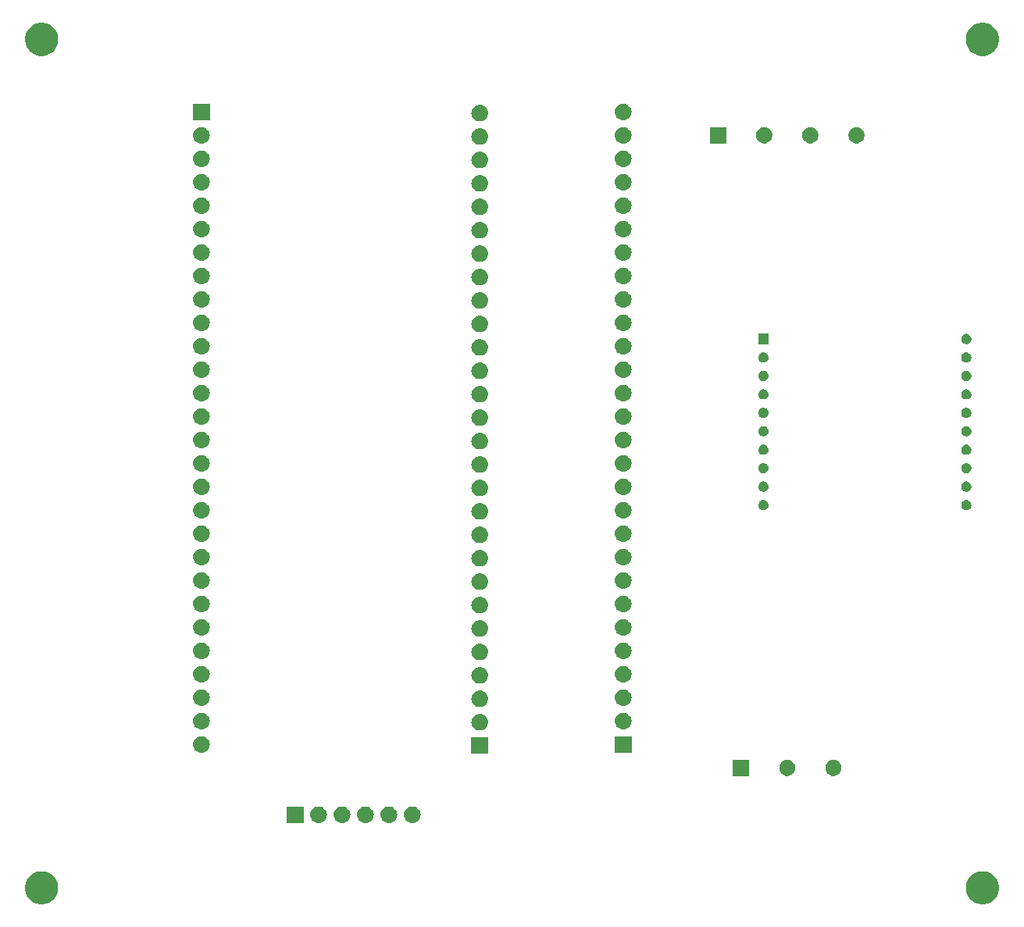
<source format=gbr>
%TF.GenerationSoftware,KiCad,Pcbnew,(5.0.1)-4*%
%TF.CreationDate,2019-03-02T14:56:48-06:00*%
%TF.ProjectId,uC and Xbee,754320616E6420586265652E6B696361,rev?*%
%TF.SameCoordinates,Original*%
%TF.FileFunction,Soldermask,Top*%
%TF.FilePolarity,Negative*%
%FSLAX46Y46*%
G04 Gerber Fmt 4.6, Leading zero omitted, Abs format (unit mm)*
G04 Created by KiCad (PCBNEW (5.0.1)-4) date 2019-03-02 2:56:48 PM*
%MOMM*%
%LPD*%
G01*
G04 APERTURE LIST*
%ADD10C,0.100000*%
G04 APERTURE END LIST*
D10*
G36*
X202025331Y-138268211D02*
X202353092Y-138403974D01*
X202648073Y-138601074D01*
X202898926Y-138851927D01*
X203096026Y-139146908D01*
X203231789Y-139474669D01*
X203301000Y-139822616D01*
X203301000Y-140177384D01*
X203231789Y-140525331D01*
X203096026Y-140853092D01*
X202898926Y-141148073D01*
X202648073Y-141398926D01*
X202353092Y-141596026D01*
X202025331Y-141731789D01*
X201677384Y-141801000D01*
X201322616Y-141801000D01*
X200974669Y-141731789D01*
X200646908Y-141596026D01*
X200351927Y-141398926D01*
X200101074Y-141148073D01*
X199903974Y-140853092D01*
X199768211Y-140525331D01*
X199699000Y-140177384D01*
X199699000Y-139822616D01*
X199768211Y-139474669D01*
X199903974Y-139146908D01*
X200101074Y-138851927D01*
X200351927Y-138601074D01*
X200646908Y-138403974D01*
X200974669Y-138268211D01*
X201322616Y-138199000D01*
X201677384Y-138199000D01*
X202025331Y-138268211D01*
X202025331Y-138268211D01*
G37*
G36*
X100025331Y-138268211D02*
X100353092Y-138403974D01*
X100648073Y-138601074D01*
X100898926Y-138851927D01*
X101096026Y-139146908D01*
X101231789Y-139474669D01*
X101301000Y-139822616D01*
X101301000Y-140177384D01*
X101231789Y-140525331D01*
X101096026Y-140853092D01*
X100898926Y-141148073D01*
X100648073Y-141398926D01*
X100353092Y-141596026D01*
X100025331Y-141731789D01*
X99677384Y-141801000D01*
X99322616Y-141801000D01*
X98974669Y-141731789D01*
X98646908Y-141596026D01*
X98351927Y-141398926D01*
X98101074Y-141148073D01*
X97903974Y-140853092D01*
X97768211Y-140525331D01*
X97699000Y-140177384D01*
X97699000Y-139822616D01*
X97768211Y-139474669D01*
X97903974Y-139146908D01*
X98101074Y-138851927D01*
X98351927Y-138601074D01*
X98646908Y-138403974D01*
X98974669Y-138268211D01*
X99322616Y-138199000D01*
X99677384Y-138199000D01*
X100025331Y-138268211D01*
X100025331Y-138268211D01*
G37*
G36*
X139810442Y-131185518D02*
X139876627Y-131192037D01*
X139989853Y-131226384D01*
X140046467Y-131243557D01*
X140185087Y-131317652D01*
X140202991Y-131327222D01*
X140238729Y-131356552D01*
X140340186Y-131439814D01*
X140423448Y-131541271D01*
X140452778Y-131577009D01*
X140452779Y-131577011D01*
X140536443Y-131733533D01*
X140536443Y-131733534D01*
X140587963Y-131903373D01*
X140605359Y-132080000D01*
X140587963Y-132256627D01*
X140553616Y-132369853D01*
X140536443Y-132426467D01*
X140462348Y-132565087D01*
X140452778Y-132582991D01*
X140423448Y-132618729D01*
X140340186Y-132720186D01*
X140238729Y-132803448D01*
X140202991Y-132832778D01*
X140202989Y-132832779D01*
X140046467Y-132916443D01*
X139989853Y-132933616D01*
X139876627Y-132967963D01*
X139810443Y-132974481D01*
X139744260Y-132981000D01*
X139655740Y-132981000D01*
X139589557Y-132974481D01*
X139523373Y-132967963D01*
X139410147Y-132933616D01*
X139353533Y-132916443D01*
X139197011Y-132832779D01*
X139197009Y-132832778D01*
X139161271Y-132803448D01*
X139059814Y-132720186D01*
X138976552Y-132618729D01*
X138947222Y-132582991D01*
X138937652Y-132565087D01*
X138863557Y-132426467D01*
X138846384Y-132369853D01*
X138812037Y-132256627D01*
X138794641Y-132080000D01*
X138812037Y-131903373D01*
X138863557Y-131733534D01*
X138863557Y-131733533D01*
X138947221Y-131577011D01*
X138947222Y-131577009D01*
X138976552Y-131541271D01*
X139059814Y-131439814D01*
X139161271Y-131356552D01*
X139197009Y-131327222D01*
X139214913Y-131317652D01*
X139353533Y-131243557D01*
X139410147Y-131226384D01*
X139523373Y-131192037D01*
X139589558Y-131185518D01*
X139655740Y-131179000D01*
X139744260Y-131179000D01*
X139810442Y-131185518D01*
X139810442Y-131185518D01*
G37*
G36*
X134730442Y-131185518D02*
X134796627Y-131192037D01*
X134909853Y-131226384D01*
X134966467Y-131243557D01*
X135105087Y-131317652D01*
X135122991Y-131327222D01*
X135158729Y-131356552D01*
X135260186Y-131439814D01*
X135343448Y-131541271D01*
X135372778Y-131577009D01*
X135372779Y-131577011D01*
X135456443Y-131733533D01*
X135456443Y-131733534D01*
X135507963Y-131903373D01*
X135525359Y-132080000D01*
X135507963Y-132256627D01*
X135473616Y-132369853D01*
X135456443Y-132426467D01*
X135382348Y-132565087D01*
X135372778Y-132582991D01*
X135343448Y-132618729D01*
X135260186Y-132720186D01*
X135158729Y-132803448D01*
X135122991Y-132832778D01*
X135122989Y-132832779D01*
X134966467Y-132916443D01*
X134909853Y-132933616D01*
X134796627Y-132967963D01*
X134730443Y-132974481D01*
X134664260Y-132981000D01*
X134575740Y-132981000D01*
X134509557Y-132974481D01*
X134443373Y-132967963D01*
X134330147Y-132933616D01*
X134273533Y-132916443D01*
X134117011Y-132832779D01*
X134117009Y-132832778D01*
X134081271Y-132803448D01*
X133979814Y-132720186D01*
X133896552Y-132618729D01*
X133867222Y-132582991D01*
X133857652Y-132565087D01*
X133783557Y-132426467D01*
X133766384Y-132369853D01*
X133732037Y-132256627D01*
X133714641Y-132080000D01*
X133732037Y-131903373D01*
X133783557Y-131733534D01*
X133783557Y-131733533D01*
X133867221Y-131577011D01*
X133867222Y-131577009D01*
X133896552Y-131541271D01*
X133979814Y-131439814D01*
X134081271Y-131356552D01*
X134117009Y-131327222D01*
X134134913Y-131317652D01*
X134273533Y-131243557D01*
X134330147Y-131226384D01*
X134443373Y-131192037D01*
X134509558Y-131185518D01*
X134575740Y-131179000D01*
X134664260Y-131179000D01*
X134730442Y-131185518D01*
X134730442Y-131185518D01*
G37*
G36*
X127901000Y-132981000D02*
X126099000Y-132981000D01*
X126099000Y-131179000D01*
X127901000Y-131179000D01*
X127901000Y-132981000D01*
X127901000Y-132981000D01*
G37*
G36*
X129650442Y-131185518D02*
X129716627Y-131192037D01*
X129829853Y-131226384D01*
X129886467Y-131243557D01*
X130025087Y-131317652D01*
X130042991Y-131327222D01*
X130078729Y-131356552D01*
X130180186Y-131439814D01*
X130263448Y-131541271D01*
X130292778Y-131577009D01*
X130292779Y-131577011D01*
X130376443Y-131733533D01*
X130376443Y-131733534D01*
X130427963Y-131903373D01*
X130445359Y-132080000D01*
X130427963Y-132256627D01*
X130393616Y-132369853D01*
X130376443Y-132426467D01*
X130302348Y-132565087D01*
X130292778Y-132582991D01*
X130263448Y-132618729D01*
X130180186Y-132720186D01*
X130078729Y-132803448D01*
X130042991Y-132832778D01*
X130042989Y-132832779D01*
X129886467Y-132916443D01*
X129829853Y-132933616D01*
X129716627Y-132967963D01*
X129650443Y-132974481D01*
X129584260Y-132981000D01*
X129495740Y-132981000D01*
X129429557Y-132974481D01*
X129363373Y-132967963D01*
X129250147Y-132933616D01*
X129193533Y-132916443D01*
X129037011Y-132832779D01*
X129037009Y-132832778D01*
X129001271Y-132803448D01*
X128899814Y-132720186D01*
X128816552Y-132618729D01*
X128787222Y-132582991D01*
X128777652Y-132565087D01*
X128703557Y-132426467D01*
X128686384Y-132369853D01*
X128652037Y-132256627D01*
X128634641Y-132080000D01*
X128652037Y-131903373D01*
X128703557Y-131733534D01*
X128703557Y-131733533D01*
X128787221Y-131577011D01*
X128787222Y-131577009D01*
X128816552Y-131541271D01*
X128899814Y-131439814D01*
X129001271Y-131356552D01*
X129037009Y-131327222D01*
X129054913Y-131317652D01*
X129193533Y-131243557D01*
X129250147Y-131226384D01*
X129363373Y-131192037D01*
X129429558Y-131185518D01*
X129495740Y-131179000D01*
X129584260Y-131179000D01*
X129650442Y-131185518D01*
X129650442Y-131185518D01*
G37*
G36*
X137270442Y-131185518D02*
X137336627Y-131192037D01*
X137449853Y-131226384D01*
X137506467Y-131243557D01*
X137645087Y-131317652D01*
X137662991Y-131327222D01*
X137698729Y-131356552D01*
X137800186Y-131439814D01*
X137883448Y-131541271D01*
X137912778Y-131577009D01*
X137912779Y-131577011D01*
X137996443Y-131733533D01*
X137996443Y-131733534D01*
X138047963Y-131903373D01*
X138065359Y-132080000D01*
X138047963Y-132256627D01*
X138013616Y-132369853D01*
X137996443Y-132426467D01*
X137922348Y-132565087D01*
X137912778Y-132582991D01*
X137883448Y-132618729D01*
X137800186Y-132720186D01*
X137698729Y-132803448D01*
X137662991Y-132832778D01*
X137662989Y-132832779D01*
X137506467Y-132916443D01*
X137449853Y-132933616D01*
X137336627Y-132967963D01*
X137270443Y-132974481D01*
X137204260Y-132981000D01*
X137115740Y-132981000D01*
X137049557Y-132974481D01*
X136983373Y-132967963D01*
X136870147Y-132933616D01*
X136813533Y-132916443D01*
X136657011Y-132832779D01*
X136657009Y-132832778D01*
X136621271Y-132803448D01*
X136519814Y-132720186D01*
X136436552Y-132618729D01*
X136407222Y-132582991D01*
X136397652Y-132565087D01*
X136323557Y-132426467D01*
X136306384Y-132369853D01*
X136272037Y-132256627D01*
X136254641Y-132080000D01*
X136272037Y-131903373D01*
X136323557Y-131733534D01*
X136323557Y-131733533D01*
X136407221Y-131577011D01*
X136407222Y-131577009D01*
X136436552Y-131541271D01*
X136519814Y-131439814D01*
X136621271Y-131356552D01*
X136657009Y-131327222D01*
X136674913Y-131317652D01*
X136813533Y-131243557D01*
X136870147Y-131226384D01*
X136983373Y-131192037D01*
X137049558Y-131185518D01*
X137115740Y-131179000D01*
X137204260Y-131179000D01*
X137270442Y-131185518D01*
X137270442Y-131185518D01*
G37*
G36*
X132190442Y-131185518D02*
X132256627Y-131192037D01*
X132369853Y-131226384D01*
X132426467Y-131243557D01*
X132565087Y-131317652D01*
X132582991Y-131327222D01*
X132618729Y-131356552D01*
X132720186Y-131439814D01*
X132803448Y-131541271D01*
X132832778Y-131577009D01*
X132832779Y-131577011D01*
X132916443Y-131733533D01*
X132916443Y-131733534D01*
X132967963Y-131903373D01*
X132985359Y-132080000D01*
X132967963Y-132256627D01*
X132933616Y-132369853D01*
X132916443Y-132426467D01*
X132842348Y-132565087D01*
X132832778Y-132582991D01*
X132803448Y-132618729D01*
X132720186Y-132720186D01*
X132618729Y-132803448D01*
X132582991Y-132832778D01*
X132582989Y-132832779D01*
X132426467Y-132916443D01*
X132369853Y-132933616D01*
X132256627Y-132967963D01*
X132190443Y-132974481D01*
X132124260Y-132981000D01*
X132035740Y-132981000D01*
X131969557Y-132974481D01*
X131903373Y-132967963D01*
X131790147Y-132933616D01*
X131733533Y-132916443D01*
X131577011Y-132832779D01*
X131577009Y-132832778D01*
X131541271Y-132803448D01*
X131439814Y-132720186D01*
X131356552Y-132618729D01*
X131327222Y-132582991D01*
X131317652Y-132565087D01*
X131243557Y-132426467D01*
X131226384Y-132369853D01*
X131192037Y-132256627D01*
X131174641Y-132080000D01*
X131192037Y-131903373D01*
X131243557Y-131733534D01*
X131243557Y-131733533D01*
X131327221Y-131577011D01*
X131327222Y-131577009D01*
X131356552Y-131541271D01*
X131439814Y-131439814D01*
X131541271Y-131356552D01*
X131577009Y-131327222D01*
X131594913Y-131317652D01*
X131733533Y-131243557D01*
X131790147Y-131226384D01*
X131903373Y-131192037D01*
X131969558Y-131185518D01*
X132035740Y-131179000D01*
X132124260Y-131179000D01*
X132190442Y-131185518D01*
X132190442Y-131185518D01*
G37*
G36*
X185468589Y-126132416D02*
X185595520Y-126157664D01*
X185754942Y-126223699D01*
X185898418Y-126319566D01*
X186020434Y-126441582D01*
X186116301Y-126585058D01*
X186182336Y-126744480D01*
X186216000Y-126913721D01*
X186216000Y-127086279D01*
X186182336Y-127255520D01*
X186116301Y-127414942D01*
X186020434Y-127558418D01*
X185898418Y-127680434D01*
X185754942Y-127776301D01*
X185595520Y-127842336D01*
X185468589Y-127867584D01*
X185426280Y-127876000D01*
X185253720Y-127876000D01*
X185211411Y-127867584D01*
X185084480Y-127842336D01*
X184925058Y-127776301D01*
X184781582Y-127680434D01*
X184659566Y-127558418D01*
X184563699Y-127414942D01*
X184497664Y-127255520D01*
X184464000Y-127086279D01*
X184464000Y-126913721D01*
X184497664Y-126744480D01*
X184563699Y-126585058D01*
X184659566Y-126441582D01*
X184781582Y-126319566D01*
X184925058Y-126223699D01*
X185084480Y-126157664D01*
X185211411Y-126132416D01*
X185253720Y-126124000D01*
X185426280Y-126124000D01*
X185468589Y-126132416D01*
X185468589Y-126132416D01*
G37*
G36*
X180468589Y-126132416D02*
X180595520Y-126157664D01*
X180754942Y-126223699D01*
X180898418Y-126319566D01*
X181020434Y-126441582D01*
X181116301Y-126585058D01*
X181182336Y-126744480D01*
X181216000Y-126913721D01*
X181216000Y-127086279D01*
X181182336Y-127255520D01*
X181116301Y-127414942D01*
X181020434Y-127558418D01*
X180898418Y-127680434D01*
X180754942Y-127776301D01*
X180595520Y-127842336D01*
X180468589Y-127867584D01*
X180426280Y-127876000D01*
X180253720Y-127876000D01*
X180211411Y-127867584D01*
X180084480Y-127842336D01*
X179925058Y-127776301D01*
X179781582Y-127680434D01*
X179659566Y-127558418D01*
X179563699Y-127414942D01*
X179497664Y-127255520D01*
X179464000Y-127086279D01*
X179464000Y-126913721D01*
X179497664Y-126744480D01*
X179563699Y-126585058D01*
X179659566Y-126441582D01*
X179781582Y-126319566D01*
X179925058Y-126223699D01*
X180084480Y-126157664D01*
X180211411Y-126132416D01*
X180253720Y-126124000D01*
X180426280Y-126124000D01*
X180468589Y-126132416D01*
X180468589Y-126132416D01*
G37*
G36*
X176216000Y-127876000D02*
X174464000Y-127876000D01*
X174464000Y-126124000D01*
X176216000Y-126124000D01*
X176216000Y-127876000D01*
X176216000Y-127876000D01*
G37*
G36*
X147901000Y-125481000D02*
X146099000Y-125481000D01*
X146099000Y-123679000D01*
X147901000Y-123679000D01*
X147901000Y-125481000D01*
X147901000Y-125481000D01*
G37*
G36*
X116950442Y-123565518D02*
X117016627Y-123572037D01*
X117129853Y-123606384D01*
X117186467Y-123623557D01*
X117290192Y-123679000D01*
X117342991Y-123707222D01*
X117378729Y-123736552D01*
X117480186Y-123819814D01*
X117563448Y-123921271D01*
X117592778Y-123957009D01*
X117592779Y-123957011D01*
X117676443Y-124113533D01*
X117676443Y-124113534D01*
X117727963Y-124283373D01*
X117745359Y-124460000D01*
X117727963Y-124636627D01*
X117693616Y-124749853D01*
X117676443Y-124806467D01*
X117602348Y-124945087D01*
X117592778Y-124962991D01*
X117563448Y-124998729D01*
X117480186Y-125100186D01*
X117378729Y-125183448D01*
X117342991Y-125212778D01*
X117342989Y-125212779D01*
X117186467Y-125296443D01*
X117129853Y-125313616D01*
X117016627Y-125347963D01*
X116950442Y-125354482D01*
X116884260Y-125361000D01*
X116795740Y-125361000D01*
X116729558Y-125354482D01*
X116663373Y-125347963D01*
X116550147Y-125313616D01*
X116493533Y-125296443D01*
X116337011Y-125212779D01*
X116337009Y-125212778D01*
X116301271Y-125183448D01*
X116199814Y-125100186D01*
X116116552Y-124998729D01*
X116087222Y-124962991D01*
X116077652Y-124945087D01*
X116003557Y-124806467D01*
X115986384Y-124749853D01*
X115952037Y-124636627D01*
X115934641Y-124460000D01*
X115952037Y-124283373D01*
X116003557Y-124113534D01*
X116003557Y-124113533D01*
X116087221Y-123957011D01*
X116087222Y-123957009D01*
X116116552Y-123921271D01*
X116199814Y-123819814D01*
X116301271Y-123736552D01*
X116337009Y-123707222D01*
X116389808Y-123679000D01*
X116493533Y-123623557D01*
X116550147Y-123606384D01*
X116663373Y-123572037D01*
X116729558Y-123565518D01*
X116795740Y-123559000D01*
X116884260Y-123559000D01*
X116950442Y-123565518D01*
X116950442Y-123565518D01*
G37*
G36*
X163461000Y-125361000D02*
X161659000Y-125361000D01*
X161659000Y-123559000D01*
X163461000Y-123559000D01*
X163461000Y-125361000D01*
X163461000Y-125361000D01*
G37*
G36*
X147110443Y-121145519D02*
X147176627Y-121152037D01*
X147289853Y-121186384D01*
X147346467Y-121203557D01*
X147485087Y-121277652D01*
X147502991Y-121287222D01*
X147538729Y-121316552D01*
X147640186Y-121399814D01*
X147723448Y-121501271D01*
X147752778Y-121537009D01*
X147752779Y-121537011D01*
X147836443Y-121693533D01*
X147851562Y-121743375D01*
X147887963Y-121863373D01*
X147905359Y-122040000D01*
X147887963Y-122216627D01*
X147872844Y-122266467D01*
X147836443Y-122386467D01*
X147816921Y-122422989D01*
X147752778Y-122542991D01*
X147738667Y-122560185D01*
X147640186Y-122680186D01*
X147547265Y-122756443D01*
X147502991Y-122792778D01*
X147502989Y-122792779D01*
X147346467Y-122876443D01*
X147289853Y-122893616D01*
X147176627Y-122927963D01*
X147110443Y-122934481D01*
X147044260Y-122941000D01*
X146955740Y-122941000D01*
X146889557Y-122934481D01*
X146823373Y-122927963D01*
X146710147Y-122893616D01*
X146653533Y-122876443D01*
X146497011Y-122792779D01*
X146497009Y-122792778D01*
X146452735Y-122756443D01*
X146359814Y-122680186D01*
X146261333Y-122560185D01*
X146247222Y-122542991D01*
X146183079Y-122422989D01*
X146163557Y-122386467D01*
X146127156Y-122266467D01*
X146112037Y-122216627D01*
X146094641Y-122040000D01*
X146112037Y-121863373D01*
X146148438Y-121743375D01*
X146163557Y-121693533D01*
X146247221Y-121537011D01*
X146247222Y-121537009D01*
X146276552Y-121501271D01*
X146359814Y-121399814D01*
X146461271Y-121316552D01*
X146497009Y-121287222D01*
X146514913Y-121277652D01*
X146653533Y-121203557D01*
X146710147Y-121186384D01*
X146823373Y-121152037D01*
X146889557Y-121145519D01*
X146955740Y-121139000D01*
X147044260Y-121139000D01*
X147110443Y-121145519D01*
X147110443Y-121145519D01*
G37*
G36*
X116950442Y-121025518D02*
X117016627Y-121032037D01*
X117129853Y-121066384D01*
X117186467Y-121083557D01*
X117290192Y-121139000D01*
X117342991Y-121167222D01*
X117378729Y-121196552D01*
X117480186Y-121279814D01*
X117563448Y-121381271D01*
X117592778Y-121417009D01*
X117592779Y-121417011D01*
X117676443Y-121573533D01*
X117676443Y-121573534D01*
X117727963Y-121743373D01*
X117745359Y-121920000D01*
X117727963Y-122096627D01*
X117693616Y-122209853D01*
X117676443Y-122266467D01*
X117612301Y-122386466D01*
X117592778Y-122422991D01*
X117563448Y-122458729D01*
X117480186Y-122560186D01*
X117378729Y-122643448D01*
X117342991Y-122672778D01*
X117342989Y-122672779D01*
X117186467Y-122756443D01*
X117129853Y-122773616D01*
X117016627Y-122807963D01*
X116950443Y-122814481D01*
X116884260Y-122821000D01*
X116795740Y-122821000D01*
X116729557Y-122814481D01*
X116663373Y-122807963D01*
X116550147Y-122773616D01*
X116493533Y-122756443D01*
X116337011Y-122672779D01*
X116337009Y-122672778D01*
X116301271Y-122643448D01*
X116199814Y-122560186D01*
X116116552Y-122458729D01*
X116087222Y-122422991D01*
X116067699Y-122386466D01*
X116003557Y-122266467D01*
X115986384Y-122209853D01*
X115952037Y-122096627D01*
X115934641Y-121920000D01*
X115952037Y-121743373D01*
X116003557Y-121573534D01*
X116003557Y-121573533D01*
X116087221Y-121417011D01*
X116087222Y-121417009D01*
X116116552Y-121381271D01*
X116199814Y-121279814D01*
X116301271Y-121196552D01*
X116337009Y-121167222D01*
X116389808Y-121139000D01*
X116493533Y-121083557D01*
X116550147Y-121066384D01*
X116663373Y-121032037D01*
X116729558Y-121025518D01*
X116795740Y-121019000D01*
X116884260Y-121019000D01*
X116950442Y-121025518D01*
X116950442Y-121025518D01*
G37*
G36*
X162670442Y-121025518D02*
X162736627Y-121032037D01*
X162849853Y-121066384D01*
X162906467Y-121083557D01*
X163010192Y-121139000D01*
X163062991Y-121167222D01*
X163098729Y-121196552D01*
X163200186Y-121279814D01*
X163283448Y-121381271D01*
X163312778Y-121417009D01*
X163312779Y-121417011D01*
X163396443Y-121573533D01*
X163396443Y-121573534D01*
X163447963Y-121743373D01*
X163465359Y-121920000D01*
X163447963Y-122096627D01*
X163413616Y-122209853D01*
X163396443Y-122266467D01*
X163332301Y-122386466D01*
X163312778Y-122422991D01*
X163283448Y-122458729D01*
X163200186Y-122560186D01*
X163098729Y-122643448D01*
X163062991Y-122672778D01*
X163062989Y-122672779D01*
X162906467Y-122756443D01*
X162849853Y-122773616D01*
X162736627Y-122807963D01*
X162670443Y-122814481D01*
X162604260Y-122821000D01*
X162515740Y-122821000D01*
X162449557Y-122814481D01*
X162383373Y-122807963D01*
X162270147Y-122773616D01*
X162213533Y-122756443D01*
X162057011Y-122672779D01*
X162057009Y-122672778D01*
X162021271Y-122643448D01*
X161919814Y-122560186D01*
X161836552Y-122458729D01*
X161807222Y-122422991D01*
X161787699Y-122386466D01*
X161723557Y-122266467D01*
X161706384Y-122209853D01*
X161672037Y-122096627D01*
X161654641Y-121920000D01*
X161672037Y-121743373D01*
X161723557Y-121573534D01*
X161723557Y-121573533D01*
X161807221Y-121417011D01*
X161807222Y-121417009D01*
X161836552Y-121381271D01*
X161919814Y-121279814D01*
X162021271Y-121196552D01*
X162057009Y-121167222D01*
X162109808Y-121139000D01*
X162213533Y-121083557D01*
X162270147Y-121066384D01*
X162383373Y-121032037D01*
X162449558Y-121025518D01*
X162515740Y-121019000D01*
X162604260Y-121019000D01*
X162670442Y-121025518D01*
X162670442Y-121025518D01*
G37*
G36*
X147110443Y-118605519D02*
X147176627Y-118612037D01*
X147289853Y-118646384D01*
X147346467Y-118663557D01*
X147485087Y-118737652D01*
X147502991Y-118747222D01*
X147538729Y-118776552D01*
X147640186Y-118859814D01*
X147723448Y-118961271D01*
X147752778Y-118997009D01*
X147752779Y-118997011D01*
X147836443Y-119153533D01*
X147851562Y-119203375D01*
X147887963Y-119323373D01*
X147905359Y-119500000D01*
X147887963Y-119676627D01*
X147872844Y-119726467D01*
X147836443Y-119846467D01*
X147816921Y-119882989D01*
X147752778Y-120002991D01*
X147738667Y-120020185D01*
X147640186Y-120140186D01*
X147547265Y-120216443D01*
X147502991Y-120252778D01*
X147502989Y-120252779D01*
X147346467Y-120336443D01*
X147289853Y-120353616D01*
X147176627Y-120387963D01*
X147110442Y-120394482D01*
X147044260Y-120401000D01*
X146955740Y-120401000D01*
X146889558Y-120394482D01*
X146823373Y-120387963D01*
X146710147Y-120353616D01*
X146653533Y-120336443D01*
X146497011Y-120252779D01*
X146497009Y-120252778D01*
X146452735Y-120216443D01*
X146359814Y-120140186D01*
X146261333Y-120020185D01*
X146247222Y-120002991D01*
X146183079Y-119882989D01*
X146163557Y-119846467D01*
X146127156Y-119726467D01*
X146112037Y-119676627D01*
X146094641Y-119500000D01*
X146112037Y-119323373D01*
X146148438Y-119203375D01*
X146163557Y-119153533D01*
X146247221Y-118997011D01*
X146247222Y-118997009D01*
X146276552Y-118961271D01*
X146359814Y-118859814D01*
X146461271Y-118776552D01*
X146497009Y-118747222D01*
X146514913Y-118737652D01*
X146653533Y-118663557D01*
X146710147Y-118646384D01*
X146823373Y-118612037D01*
X146889557Y-118605519D01*
X146955740Y-118599000D01*
X147044260Y-118599000D01*
X147110443Y-118605519D01*
X147110443Y-118605519D01*
G37*
G36*
X116950442Y-118485518D02*
X117016627Y-118492037D01*
X117129853Y-118526384D01*
X117186467Y-118543557D01*
X117290192Y-118599000D01*
X117342991Y-118627222D01*
X117378729Y-118656552D01*
X117480186Y-118739814D01*
X117563448Y-118841271D01*
X117592778Y-118877009D01*
X117592779Y-118877011D01*
X117676443Y-119033533D01*
X117676443Y-119033534D01*
X117727963Y-119203373D01*
X117745359Y-119380000D01*
X117727963Y-119556627D01*
X117693616Y-119669853D01*
X117676443Y-119726467D01*
X117612301Y-119846466D01*
X117592778Y-119882991D01*
X117563448Y-119918729D01*
X117480186Y-120020186D01*
X117378729Y-120103448D01*
X117342991Y-120132778D01*
X117342989Y-120132779D01*
X117186467Y-120216443D01*
X117129853Y-120233616D01*
X117016627Y-120267963D01*
X116950442Y-120274482D01*
X116884260Y-120281000D01*
X116795740Y-120281000D01*
X116729558Y-120274482D01*
X116663373Y-120267963D01*
X116550147Y-120233616D01*
X116493533Y-120216443D01*
X116337011Y-120132779D01*
X116337009Y-120132778D01*
X116301271Y-120103448D01*
X116199814Y-120020186D01*
X116116552Y-119918729D01*
X116087222Y-119882991D01*
X116067699Y-119846466D01*
X116003557Y-119726467D01*
X115986384Y-119669853D01*
X115952037Y-119556627D01*
X115934641Y-119380000D01*
X115952037Y-119203373D01*
X116003557Y-119033534D01*
X116003557Y-119033533D01*
X116087221Y-118877011D01*
X116087222Y-118877009D01*
X116116552Y-118841271D01*
X116199814Y-118739814D01*
X116301271Y-118656552D01*
X116337009Y-118627222D01*
X116389808Y-118599000D01*
X116493533Y-118543557D01*
X116550147Y-118526384D01*
X116663373Y-118492037D01*
X116729558Y-118485518D01*
X116795740Y-118479000D01*
X116884260Y-118479000D01*
X116950442Y-118485518D01*
X116950442Y-118485518D01*
G37*
G36*
X162670442Y-118485518D02*
X162736627Y-118492037D01*
X162849853Y-118526384D01*
X162906467Y-118543557D01*
X163010192Y-118599000D01*
X163062991Y-118627222D01*
X163098729Y-118656552D01*
X163200186Y-118739814D01*
X163283448Y-118841271D01*
X163312778Y-118877009D01*
X163312779Y-118877011D01*
X163396443Y-119033533D01*
X163396443Y-119033534D01*
X163447963Y-119203373D01*
X163465359Y-119380000D01*
X163447963Y-119556627D01*
X163413616Y-119669853D01*
X163396443Y-119726467D01*
X163332301Y-119846466D01*
X163312778Y-119882991D01*
X163283448Y-119918729D01*
X163200186Y-120020186D01*
X163098729Y-120103448D01*
X163062991Y-120132778D01*
X163062989Y-120132779D01*
X162906467Y-120216443D01*
X162849853Y-120233616D01*
X162736627Y-120267963D01*
X162670442Y-120274482D01*
X162604260Y-120281000D01*
X162515740Y-120281000D01*
X162449558Y-120274482D01*
X162383373Y-120267963D01*
X162270147Y-120233616D01*
X162213533Y-120216443D01*
X162057011Y-120132779D01*
X162057009Y-120132778D01*
X162021271Y-120103448D01*
X161919814Y-120020186D01*
X161836552Y-119918729D01*
X161807222Y-119882991D01*
X161787699Y-119846466D01*
X161723557Y-119726467D01*
X161706384Y-119669853D01*
X161672037Y-119556627D01*
X161654641Y-119380000D01*
X161672037Y-119203373D01*
X161723557Y-119033534D01*
X161723557Y-119033533D01*
X161807221Y-118877011D01*
X161807222Y-118877009D01*
X161836552Y-118841271D01*
X161919814Y-118739814D01*
X162021271Y-118656552D01*
X162057009Y-118627222D01*
X162109808Y-118599000D01*
X162213533Y-118543557D01*
X162270147Y-118526384D01*
X162383373Y-118492037D01*
X162449558Y-118485518D01*
X162515740Y-118479000D01*
X162604260Y-118479000D01*
X162670442Y-118485518D01*
X162670442Y-118485518D01*
G37*
G36*
X147110442Y-116065518D02*
X147176627Y-116072037D01*
X147289853Y-116106384D01*
X147346467Y-116123557D01*
X147485087Y-116197652D01*
X147502991Y-116207222D01*
X147538729Y-116236552D01*
X147640186Y-116319814D01*
X147723448Y-116421271D01*
X147752778Y-116457009D01*
X147752779Y-116457011D01*
X147836443Y-116613533D01*
X147851562Y-116663375D01*
X147887963Y-116783373D01*
X147905359Y-116960000D01*
X147887963Y-117136627D01*
X147872844Y-117186467D01*
X147836443Y-117306467D01*
X147816921Y-117342989D01*
X147752778Y-117462991D01*
X147738667Y-117480185D01*
X147640186Y-117600186D01*
X147547265Y-117676443D01*
X147502991Y-117712778D01*
X147502989Y-117712779D01*
X147346467Y-117796443D01*
X147289853Y-117813616D01*
X147176627Y-117847963D01*
X147110443Y-117854481D01*
X147044260Y-117861000D01*
X146955740Y-117861000D01*
X146889557Y-117854481D01*
X146823373Y-117847963D01*
X146710147Y-117813616D01*
X146653533Y-117796443D01*
X146497011Y-117712779D01*
X146497009Y-117712778D01*
X146452735Y-117676443D01*
X146359814Y-117600186D01*
X146261333Y-117480185D01*
X146247222Y-117462991D01*
X146183079Y-117342989D01*
X146163557Y-117306467D01*
X146127156Y-117186467D01*
X146112037Y-117136627D01*
X146094641Y-116960000D01*
X146112037Y-116783373D01*
X146148438Y-116663375D01*
X146163557Y-116613533D01*
X146247221Y-116457011D01*
X146247222Y-116457009D01*
X146276552Y-116421271D01*
X146359814Y-116319814D01*
X146461271Y-116236552D01*
X146497009Y-116207222D01*
X146514913Y-116197652D01*
X146653533Y-116123557D01*
X146710147Y-116106384D01*
X146823373Y-116072037D01*
X146889558Y-116065518D01*
X146955740Y-116059000D01*
X147044260Y-116059000D01*
X147110442Y-116065518D01*
X147110442Y-116065518D01*
G37*
G36*
X162670442Y-115945518D02*
X162736627Y-115952037D01*
X162849853Y-115986384D01*
X162906467Y-116003557D01*
X163010192Y-116059000D01*
X163062991Y-116087222D01*
X163098729Y-116116552D01*
X163200186Y-116199814D01*
X163283448Y-116301271D01*
X163312778Y-116337009D01*
X163312779Y-116337011D01*
X163396443Y-116493533D01*
X163396443Y-116493534D01*
X163447963Y-116663373D01*
X163465359Y-116840000D01*
X163447963Y-117016627D01*
X163413616Y-117129853D01*
X163396443Y-117186467D01*
X163332301Y-117306466D01*
X163312778Y-117342991D01*
X163283448Y-117378729D01*
X163200186Y-117480186D01*
X163098729Y-117563448D01*
X163062991Y-117592778D01*
X163062989Y-117592779D01*
X162906467Y-117676443D01*
X162849853Y-117693616D01*
X162736627Y-117727963D01*
X162670442Y-117734482D01*
X162604260Y-117741000D01*
X162515740Y-117741000D01*
X162449558Y-117734482D01*
X162383373Y-117727963D01*
X162270147Y-117693616D01*
X162213533Y-117676443D01*
X162057011Y-117592779D01*
X162057009Y-117592778D01*
X162021271Y-117563448D01*
X161919814Y-117480186D01*
X161836552Y-117378729D01*
X161807222Y-117342991D01*
X161787699Y-117306466D01*
X161723557Y-117186467D01*
X161706384Y-117129853D01*
X161672037Y-117016627D01*
X161654641Y-116840000D01*
X161672037Y-116663373D01*
X161723557Y-116493534D01*
X161723557Y-116493533D01*
X161807221Y-116337011D01*
X161807222Y-116337009D01*
X161836552Y-116301271D01*
X161919814Y-116199814D01*
X162021271Y-116116552D01*
X162057009Y-116087222D01*
X162109808Y-116059000D01*
X162213533Y-116003557D01*
X162270147Y-115986384D01*
X162383373Y-115952037D01*
X162449558Y-115945518D01*
X162515740Y-115939000D01*
X162604260Y-115939000D01*
X162670442Y-115945518D01*
X162670442Y-115945518D01*
G37*
G36*
X116950442Y-115945518D02*
X117016627Y-115952037D01*
X117129853Y-115986384D01*
X117186467Y-116003557D01*
X117290192Y-116059000D01*
X117342991Y-116087222D01*
X117378729Y-116116552D01*
X117480186Y-116199814D01*
X117563448Y-116301271D01*
X117592778Y-116337009D01*
X117592779Y-116337011D01*
X117676443Y-116493533D01*
X117676443Y-116493534D01*
X117727963Y-116663373D01*
X117745359Y-116840000D01*
X117727963Y-117016627D01*
X117693616Y-117129853D01*
X117676443Y-117186467D01*
X117612301Y-117306466D01*
X117592778Y-117342991D01*
X117563448Y-117378729D01*
X117480186Y-117480186D01*
X117378729Y-117563448D01*
X117342991Y-117592778D01*
X117342989Y-117592779D01*
X117186467Y-117676443D01*
X117129853Y-117693616D01*
X117016627Y-117727963D01*
X116950442Y-117734482D01*
X116884260Y-117741000D01*
X116795740Y-117741000D01*
X116729558Y-117734482D01*
X116663373Y-117727963D01*
X116550147Y-117693616D01*
X116493533Y-117676443D01*
X116337011Y-117592779D01*
X116337009Y-117592778D01*
X116301271Y-117563448D01*
X116199814Y-117480186D01*
X116116552Y-117378729D01*
X116087222Y-117342991D01*
X116067699Y-117306466D01*
X116003557Y-117186467D01*
X115986384Y-117129853D01*
X115952037Y-117016627D01*
X115934641Y-116840000D01*
X115952037Y-116663373D01*
X116003557Y-116493534D01*
X116003557Y-116493533D01*
X116087221Y-116337011D01*
X116087222Y-116337009D01*
X116116552Y-116301271D01*
X116199814Y-116199814D01*
X116301271Y-116116552D01*
X116337009Y-116087222D01*
X116389808Y-116059000D01*
X116493533Y-116003557D01*
X116550147Y-115986384D01*
X116663373Y-115952037D01*
X116729558Y-115945518D01*
X116795740Y-115939000D01*
X116884260Y-115939000D01*
X116950442Y-115945518D01*
X116950442Y-115945518D01*
G37*
G36*
X147110442Y-113525518D02*
X147176627Y-113532037D01*
X147289853Y-113566384D01*
X147346467Y-113583557D01*
X147485087Y-113657652D01*
X147502991Y-113667222D01*
X147538729Y-113696552D01*
X147640186Y-113779814D01*
X147723448Y-113881271D01*
X147752778Y-113917009D01*
X147752779Y-113917011D01*
X147836443Y-114073533D01*
X147851562Y-114123375D01*
X147887963Y-114243373D01*
X147905359Y-114420000D01*
X147887963Y-114596627D01*
X147872844Y-114646467D01*
X147836443Y-114766467D01*
X147816921Y-114802989D01*
X147752778Y-114922991D01*
X147738667Y-114940185D01*
X147640186Y-115060186D01*
X147547265Y-115136443D01*
X147502991Y-115172778D01*
X147502989Y-115172779D01*
X147346467Y-115256443D01*
X147289853Y-115273616D01*
X147176627Y-115307963D01*
X147110443Y-115314481D01*
X147044260Y-115321000D01*
X146955740Y-115321000D01*
X146889557Y-115314481D01*
X146823373Y-115307963D01*
X146710147Y-115273616D01*
X146653533Y-115256443D01*
X146497011Y-115172779D01*
X146497009Y-115172778D01*
X146452735Y-115136443D01*
X146359814Y-115060186D01*
X146261333Y-114940185D01*
X146247222Y-114922991D01*
X146183079Y-114802989D01*
X146163557Y-114766467D01*
X146127156Y-114646467D01*
X146112037Y-114596627D01*
X146094641Y-114420000D01*
X146112037Y-114243373D01*
X146148438Y-114123375D01*
X146163557Y-114073533D01*
X146247221Y-113917011D01*
X146247222Y-113917009D01*
X146276552Y-113881271D01*
X146359814Y-113779814D01*
X146461271Y-113696552D01*
X146497009Y-113667222D01*
X146514913Y-113657652D01*
X146653533Y-113583557D01*
X146710147Y-113566384D01*
X146823373Y-113532037D01*
X146889558Y-113525518D01*
X146955740Y-113519000D01*
X147044260Y-113519000D01*
X147110442Y-113525518D01*
X147110442Y-113525518D01*
G37*
G36*
X116950443Y-113405519D02*
X117016627Y-113412037D01*
X117129853Y-113446384D01*
X117186467Y-113463557D01*
X117290192Y-113519000D01*
X117342991Y-113547222D01*
X117378729Y-113576552D01*
X117480186Y-113659814D01*
X117563448Y-113761271D01*
X117592778Y-113797009D01*
X117592779Y-113797011D01*
X117676443Y-113953533D01*
X117676443Y-113953534D01*
X117727963Y-114123373D01*
X117745359Y-114300000D01*
X117727963Y-114476627D01*
X117693616Y-114589853D01*
X117676443Y-114646467D01*
X117612301Y-114766466D01*
X117592778Y-114802991D01*
X117563448Y-114838729D01*
X117480186Y-114940186D01*
X117378729Y-115023448D01*
X117342991Y-115052778D01*
X117342989Y-115052779D01*
X117186467Y-115136443D01*
X117129853Y-115153616D01*
X117016627Y-115187963D01*
X116950442Y-115194482D01*
X116884260Y-115201000D01*
X116795740Y-115201000D01*
X116729558Y-115194482D01*
X116663373Y-115187963D01*
X116550147Y-115153616D01*
X116493533Y-115136443D01*
X116337011Y-115052779D01*
X116337009Y-115052778D01*
X116301271Y-115023448D01*
X116199814Y-114940186D01*
X116116552Y-114838729D01*
X116087222Y-114802991D01*
X116067699Y-114766466D01*
X116003557Y-114646467D01*
X115986384Y-114589853D01*
X115952037Y-114476627D01*
X115934641Y-114300000D01*
X115952037Y-114123373D01*
X116003557Y-113953534D01*
X116003557Y-113953533D01*
X116087221Y-113797011D01*
X116087222Y-113797009D01*
X116116552Y-113761271D01*
X116199814Y-113659814D01*
X116301271Y-113576552D01*
X116337009Y-113547222D01*
X116389808Y-113519000D01*
X116493533Y-113463557D01*
X116550147Y-113446384D01*
X116663373Y-113412037D01*
X116729557Y-113405519D01*
X116795740Y-113399000D01*
X116884260Y-113399000D01*
X116950443Y-113405519D01*
X116950443Y-113405519D01*
G37*
G36*
X162670443Y-113405519D02*
X162736627Y-113412037D01*
X162849853Y-113446384D01*
X162906467Y-113463557D01*
X163010192Y-113519000D01*
X163062991Y-113547222D01*
X163098729Y-113576552D01*
X163200186Y-113659814D01*
X163283448Y-113761271D01*
X163312778Y-113797009D01*
X163312779Y-113797011D01*
X163396443Y-113953533D01*
X163396443Y-113953534D01*
X163447963Y-114123373D01*
X163465359Y-114300000D01*
X163447963Y-114476627D01*
X163413616Y-114589853D01*
X163396443Y-114646467D01*
X163332301Y-114766466D01*
X163312778Y-114802991D01*
X163283448Y-114838729D01*
X163200186Y-114940186D01*
X163098729Y-115023448D01*
X163062991Y-115052778D01*
X163062989Y-115052779D01*
X162906467Y-115136443D01*
X162849853Y-115153616D01*
X162736627Y-115187963D01*
X162670442Y-115194482D01*
X162604260Y-115201000D01*
X162515740Y-115201000D01*
X162449558Y-115194482D01*
X162383373Y-115187963D01*
X162270147Y-115153616D01*
X162213533Y-115136443D01*
X162057011Y-115052779D01*
X162057009Y-115052778D01*
X162021271Y-115023448D01*
X161919814Y-114940186D01*
X161836552Y-114838729D01*
X161807222Y-114802991D01*
X161787699Y-114766466D01*
X161723557Y-114646467D01*
X161706384Y-114589853D01*
X161672037Y-114476627D01*
X161654641Y-114300000D01*
X161672037Y-114123373D01*
X161723557Y-113953534D01*
X161723557Y-113953533D01*
X161807221Y-113797011D01*
X161807222Y-113797009D01*
X161836552Y-113761271D01*
X161919814Y-113659814D01*
X162021271Y-113576552D01*
X162057009Y-113547222D01*
X162109808Y-113519000D01*
X162213533Y-113463557D01*
X162270147Y-113446384D01*
X162383373Y-113412037D01*
X162449557Y-113405519D01*
X162515740Y-113399000D01*
X162604260Y-113399000D01*
X162670443Y-113405519D01*
X162670443Y-113405519D01*
G37*
G36*
X147110442Y-110985518D02*
X147176627Y-110992037D01*
X147289853Y-111026384D01*
X147346467Y-111043557D01*
X147485087Y-111117652D01*
X147502991Y-111127222D01*
X147538729Y-111156552D01*
X147640186Y-111239814D01*
X147723448Y-111341271D01*
X147752778Y-111377009D01*
X147752779Y-111377011D01*
X147836443Y-111533533D01*
X147851562Y-111583375D01*
X147887963Y-111703373D01*
X147905359Y-111880000D01*
X147887963Y-112056627D01*
X147872844Y-112106467D01*
X147836443Y-112226467D01*
X147816921Y-112262989D01*
X147752778Y-112382991D01*
X147738667Y-112400185D01*
X147640186Y-112520186D01*
X147547265Y-112596443D01*
X147502991Y-112632778D01*
X147502989Y-112632779D01*
X147346467Y-112716443D01*
X147289853Y-112733616D01*
X147176627Y-112767963D01*
X147110442Y-112774482D01*
X147044260Y-112781000D01*
X146955740Y-112781000D01*
X146889558Y-112774482D01*
X146823373Y-112767963D01*
X146710147Y-112733616D01*
X146653533Y-112716443D01*
X146497011Y-112632779D01*
X146497009Y-112632778D01*
X146452735Y-112596443D01*
X146359814Y-112520186D01*
X146261333Y-112400185D01*
X146247222Y-112382991D01*
X146183079Y-112262989D01*
X146163557Y-112226467D01*
X146127156Y-112106467D01*
X146112037Y-112056627D01*
X146094641Y-111880000D01*
X146112037Y-111703373D01*
X146148438Y-111583375D01*
X146163557Y-111533533D01*
X146247221Y-111377011D01*
X146247222Y-111377009D01*
X146276552Y-111341271D01*
X146359814Y-111239814D01*
X146461271Y-111156552D01*
X146497009Y-111127222D01*
X146514913Y-111117652D01*
X146653533Y-111043557D01*
X146710147Y-111026384D01*
X146823373Y-110992037D01*
X146889558Y-110985518D01*
X146955740Y-110979000D01*
X147044260Y-110979000D01*
X147110442Y-110985518D01*
X147110442Y-110985518D01*
G37*
G36*
X116950442Y-110865518D02*
X117016627Y-110872037D01*
X117129853Y-110906384D01*
X117186467Y-110923557D01*
X117290192Y-110979000D01*
X117342991Y-111007222D01*
X117378729Y-111036552D01*
X117480186Y-111119814D01*
X117563448Y-111221271D01*
X117592778Y-111257009D01*
X117592779Y-111257011D01*
X117676443Y-111413533D01*
X117676443Y-111413534D01*
X117727963Y-111583373D01*
X117745359Y-111760000D01*
X117727963Y-111936627D01*
X117693616Y-112049853D01*
X117676443Y-112106467D01*
X117612301Y-112226466D01*
X117592778Y-112262991D01*
X117563448Y-112298729D01*
X117480186Y-112400186D01*
X117378729Y-112483448D01*
X117342991Y-112512778D01*
X117342989Y-112512779D01*
X117186467Y-112596443D01*
X117129853Y-112613616D01*
X117016627Y-112647963D01*
X116950442Y-112654482D01*
X116884260Y-112661000D01*
X116795740Y-112661000D01*
X116729558Y-112654482D01*
X116663373Y-112647963D01*
X116550147Y-112613616D01*
X116493533Y-112596443D01*
X116337011Y-112512779D01*
X116337009Y-112512778D01*
X116301271Y-112483448D01*
X116199814Y-112400186D01*
X116116552Y-112298729D01*
X116087222Y-112262991D01*
X116067699Y-112226466D01*
X116003557Y-112106467D01*
X115986384Y-112049853D01*
X115952037Y-111936627D01*
X115934641Y-111760000D01*
X115952037Y-111583373D01*
X116003557Y-111413534D01*
X116003557Y-111413533D01*
X116087221Y-111257011D01*
X116087222Y-111257009D01*
X116116552Y-111221271D01*
X116199814Y-111119814D01*
X116301271Y-111036552D01*
X116337009Y-111007222D01*
X116389808Y-110979000D01*
X116493533Y-110923557D01*
X116550147Y-110906384D01*
X116663373Y-110872037D01*
X116729558Y-110865518D01*
X116795740Y-110859000D01*
X116884260Y-110859000D01*
X116950442Y-110865518D01*
X116950442Y-110865518D01*
G37*
G36*
X162670442Y-110865518D02*
X162736627Y-110872037D01*
X162849853Y-110906384D01*
X162906467Y-110923557D01*
X163010192Y-110979000D01*
X163062991Y-111007222D01*
X163098729Y-111036552D01*
X163200186Y-111119814D01*
X163283448Y-111221271D01*
X163312778Y-111257009D01*
X163312779Y-111257011D01*
X163396443Y-111413533D01*
X163396443Y-111413534D01*
X163447963Y-111583373D01*
X163465359Y-111760000D01*
X163447963Y-111936627D01*
X163413616Y-112049853D01*
X163396443Y-112106467D01*
X163332301Y-112226466D01*
X163312778Y-112262991D01*
X163283448Y-112298729D01*
X163200186Y-112400186D01*
X163098729Y-112483448D01*
X163062991Y-112512778D01*
X163062989Y-112512779D01*
X162906467Y-112596443D01*
X162849853Y-112613616D01*
X162736627Y-112647963D01*
X162670442Y-112654482D01*
X162604260Y-112661000D01*
X162515740Y-112661000D01*
X162449558Y-112654482D01*
X162383373Y-112647963D01*
X162270147Y-112613616D01*
X162213533Y-112596443D01*
X162057011Y-112512779D01*
X162057009Y-112512778D01*
X162021271Y-112483448D01*
X161919814Y-112400186D01*
X161836552Y-112298729D01*
X161807222Y-112262991D01*
X161787699Y-112226466D01*
X161723557Y-112106467D01*
X161706384Y-112049853D01*
X161672037Y-111936627D01*
X161654641Y-111760000D01*
X161672037Y-111583373D01*
X161723557Y-111413534D01*
X161723557Y-111413533D01*
X161807221Y-111257011D01*
X161807222Y-111257009D01*
X161836552Y-111221271D01*
X161919814Y-111119814D01*
X162021271Y-111036552D01*
X162057009Y-111007222D01*
X162109808Y-110979000D01*
X162213533Y-110923557D01*
X162270147Y-110906384D01*
X162383373Y-110872037D01*
X162449558Y-110865518D01*
X162515740Y-110859000D01*
X162604260Y-110859000D01*
X162670442Y-110865518D01*
X162670442Y-110865518D01*
G37*
G36*
X147110443Y-108445519D02*
X147176627Y-108452037D01*
X147289853Y-108486384D01*
X147346467Y-108503557D01*
X147485087Y-108577652D01*
X147502991Y-108587222D01*
X147538729Y-108616552D01*
X147640186Y-108699814D01*
X147723448Y-108801271D01*
X147752778Y-108837009D01*
X147752779Y-108837011D01*
X147836443Y-108993533D01*
X147851562Y-109043375D01*
X147887963Y-109163373D01*
X147905359Y-109340000D01*
X147887963Y-109516627D01*
X147872844Y-109566467D01*
X147836443Y-109686467D01*
X147816921Y-109722989D01*
X147752778Y-109842991D01*
X147738667Y-109860185D01*
X147640186Y-109980186D01*
X147547265Y-110056443D01*
X147502991Y-110092778D01*
X147502989Y-110092779D01*
X147346467Y-110176443D01*
X147289853Y-110193616D01*
X147176627Y-110227963D01*
X147110442Y-110234482D01*
X147044260Y-110241000D01*
X146955740Y-110241000D01*
X146889558Y-110234482D01*
X146823373Y-110227963D01*
X146710147Y-110193616D01*
X146653533Y-110176443D01*
X146497011Y-110092779D01*
X146497009Y-110092778D01*
X146452735Y-110056443D01*
X146359814Y-109980186D01*
X146261333Y-109860185D01*
X146247222Y-109842991D01*
X146183079Y-109722989D01*
X146163557Y-109686467D01*
X146127156Y-109566467D01*
X146112037Y-109516627D01*
X146094641Y-109340000D01*
X146112037Y-109163373D01*
X146148438Y-109043375D01*
X146163557Y-108993533D01*
X146247221Y-108837011D01*
X146247222Y-108837009D01*
X146276552Y-108801271D01*
X146359814Y-108699814D01*
X146461271Y-108616552D01*
X146497009Y-108587222D01*
X146514913Y-108577652D01*
X146653533Y-108503557D01*
X146710147Y-108486384D01*
X146823373Y-108452037D01*
X146889557Y-108445519D01*
X146955740Y-108439000D01*
X147044260Y-108439000D01*
X147110443Y-108445519D01*
X147110443Y-108445519D01*
G37*
G36*
X162670443Y-108325519D02*
X162736627Y-108332037D01*
X162849853Y-108366384D01*
X162906467Y-108383557D01*
X163010192Y-108439000D01*
X163062991Y-108467222D01*
X163098729Y-108496552D01*
X163200186Y-108579814D01*
X163283448Y-108681271D01*
X163312778Y-108717009D01*
X163312779Y-108717011D01*
X163396443Y-108873533D01*
X163396443Y-108873534D01*
X163447963Y-109043373D01*
X163465359Y-109220000D01*
X163447963Y-109396627D01*
X163413616Y-109509853D01*
X163396443Y-109566467D01*
X163332301Y-109686466D01*
X163312778Y-109722991D01*
X163283448Y-109758729D01*
X163200186Y-109860186D01*
X163098729Y-109943448D01*
X163062991Y-109972778D01*
X163062989Y-109972779D01*
X162906467Y-110056443D01*
X162849853Y-110073616D01*
X162736627Y-110107963D01*
X162670443Y-110114481D01*
X162604260Y-110121000D01*
X162515740Y-110121000D01*
X162449557Y-110114481D01*
X162383373Y-110107963D01*
X162270147Y-110073616D01*
X162213533Y-110056443D01*
X162057011Y-109972779D01*
X162057009Y-109972778D01*
X162021271Y-109943448D01*
X161919814Y-109860186D01*
X161836552Y-109758729D01*
X161807222Y-109722991D01*
X161787699Y-109686466D01*
X161723557Y-109566467D01*
X161706384Y-109509853D01*
X161672037Y-109396627D01*
X161654641Y-109220000D01*
X161672037Y-109043373D01*
X161723557Y-108873534D01*
X161723557Y-108873533D01*
X161807221Y-108717011D01*
X161807222Y-108717009D01*
X161836552Y-108681271D01*
X161919814Y-108579814D01*
X162021271Y-108496552D01*
X162057009Y-108467222D01*
X162109808Y-108439000D01*
X162213533Y-108383557D01*
X162270147Y-108366384D01*
X162383373Y-108332037D01*
X162449557Y-108325519D01*
X162515740Y-108319000D01*
X162604260Y-108319000D01*
X162670443Y-108325519D01*
X162670443Y-108325519D01*
G37*
G36*
X116950443Y-108325519D02*
X117016627Y-108332037D01*
X117129853Y-108366384D01*
X117186467Y-108383557D01*
X117290192Y-108439000D01*
X117342991Y-108467222D01*
X117378729Y-108496552D01*
X117480186Y-108579814D01*
X117563448Y-108681271D01*
X117592778Y-108717009D01*
X117592779Y-108717011D01*
X117676443Y-108873533D01*
X117676443Y-108873534D01*
X117727963Y-109043373D01*
X117745359Y-109220000D01*
X117727963Y-109396627D01*
X117693616Y-109509853D01*
X117676443Y-109566467D01*
X117612301Y-109686466D01*
X117592778Y-109722991D01*
X117563448Y-109758729D01*
X117480186Y-109860186D01*
X117378729Y-109943448D01*
X117342991Y-109972778D01*
X117342989Y-109972779D01*
X117186467Y-110056443D01*
X117129853Y-110073616D01*
X117016627Y-110107963D01*
X116950443Y-110114481D01*
X116884260Y-110121000D01*
X116795740Y-110121000D01*
X116729557Y-110114481D01*
X116663373Y-110107963D01*
X116550147Y-110073616D01*
X116493533Y-110056443D01*
X116337011Y-109972779D01*
X116337009Y-109972778D01*
X116301271Y-109943448D01*
X116199814Y-109860186D01*
X116116552Y-109758729D01*
X116087222Y-109722991D01*
X116067699Y-109686466D01*
X116003557Y-109566467D01*
X115986384Y-109509853D01*
X115952037Y-109396627D01*
X115934641Y-109220000D01*
X115952037Y-109043373D01*
X116003557Y-108873534D01*
X116003557Y-108873533D01*
X116087221Y-108717011D01*
X116087222Y-108717009D01*
X116116552Y-108681271D01*
X116199814Y-108579814D01*
X116301271Y-108496552D01*
X116337009Y-108467222D01*
X116389808Y-108439000D01*
X116493533Y-108383557D01*
X116550147Y-108366384D01*
X116663373Y-108332037D01*
X116729557Y-108325519D01*
X116795740Y-108319000D01*
X116884260Y-108319000D01*
X116950443Y-108325519D01*
X116950443Y-108325519D01*
G37*
G36*
X147110443Y-105905519D02*
X147176627Y-105912037D01*
X147289853Y-105946384D01*
X147346467Y-105963557D01*
X147485087Y-106037652D01*
X147502991Y-106047222D01*
X147538729Y-106076552D01*
X147640186Y-106159814D01*
X147723448Y-106261271D01*
X147752778Y-106297009D01*
X147752779Y-106297011D01*
X147836443Y-106453533D01*
X147851562Y-106503375D01*
X147887963Y-106623373D01*
X147905359Y-106800000D01*
X147887963Y-106976627D01*
X147872844Y-107026467D01*
X147836443Y-107146467D01*
X147816921Y-107182989D01*
X147752778Y-107302991D01*
X147738667Y-107320185D01*
X147640186Y-107440186D01*
X147547265Y-107516443D01*
X147502991Y-107552778D01*
X147502989Y-107552779D01*
X147346467Y-107636443D01*
X147289853Y-107653616D01*
X147176627Y-107687963D01*
X147110443Y-107694481D01*
X147044260Y-107701000D01*
X146955740Y-107701000D01*
X146889557Y-107694481D01*
X146823373Y-107687963D01*
X146710147Y-107653616D01*
X146653533Y-107636443D01*
X146497011Y-107552779D01*
X146497009Y-107552778D01*
X146452735Y-107516443D01*
X146359814Y-107440186D01*
X146261333Y-107320185D01*
X146247222Y-107302991D01*
X146183079Y-107182989D01*
X146163557Y-107146467D01*
X146127156Y-107026467D01*
X146112037Y-106976627D01*
X146094641Y-106800000D01*
X146112037Y-106623373D01*
X146148438Y-106503375D01*
X146163557Y-106453533D01*
X146247221Y-106297011D01*
X146247222Y-106297009D01*
X146276552Y-106261271D01*
X146359814Y-106159814D01*
X146461271Y-106076552D01*
X146497009Y-106047222D01*
X146514913Y-106037652D01*
X146653533Y-105963557D01*
X146710147Y-105946384D01*
X146823373Y-105912037D01*
X146889557Y-105905519D01*
X146955740Y-105899000D01*
X147044260Y-105899000D01*
X147110443Y-105905519D01*
X147110443Y-105905519D01*
G37*
G36*
X116950443Y-105785519D02*
X117016627Y-105792037D01*
X117129853Y-105826384D01*
X117186467Y-105843557D01*
X117290192Y-105899000D01*
X117342991Y-105927222D01*
X117378729Y-105956552D01*
X117480186Y-106039814D01*
X117563448Y-106141271D01*
X117592778Y-106177009D01*
X117592779Y-106177011D01*
X117676443Y-106333533D01*
X117676443Y-106333534D01*
X117727963Y-106503373D01*
X117745359Y-106680000D01*
X117727963Y-106856627D01*
X117693616Y-106969853D01*
X117676443Y-107026467D01*
X117612301Y-107146466D01*
X117592778Y-107182991D01*
X117563448Y-107218729D01*
X117480186Y-107320186D01*
X117378729Y-107403448D01*
X117342991Y-107432778D01*
X117342989Y-107432779D01*
X117186467Y-107516443D01*
X117129853Y-107533616D01*
X117016627Y-107567963D01*
X116950443Y-107574481D01*
X116884260Y-107581000D01*
X116795740Y-107581000D01*
X116729557Y-107574481D01*
X116663373Y-107567963D01*
X116550147Y-107533616D01*
X116493533Y-107516443D01*
X116337011Y-107432779D01*
X116337009Y-107432778D01*
X116301271Y-107403448D01*
X116199814Y-107320186D01*
X116116552Y-107218729D01*
X116087222Y-107182991D01*
X116067699Y-107146466D01*
X116003557Y-107026467D01*
X115986384Y-106969853D01*
X115952037Y-106856627D01*
X115934641Y-106680000D01*
X115952037Y-106503373D01*
X116003557Y-106333534D01*
X116003557Y-106333533D01*
X116087221Y-106177011D01*
X116087222Y-106177009D01*
X116116552Y-106141271D01*
X116199814Y-106039814D01*
X116301271Y-105956552D01*
X116337009Y-105927222D01*
X116389808Y-105899000D01*
X116493533Y-105843557D01*
X116550147Y-105826384D01*
X116663373Y-105792037D01*
X116729557Y-105785519D01*
X116795740Y-105779000D01*
X116884260Y-105779000D01*
X116950443Y-105785519D01*
X116950443Y-105785519D01*
G37*
G36*
X162670443Y-105785519D02*
X162736627Y-105792037D01*
X162849853Y-105826384D01*
X162906467Y-105843557D01*
X163010192Y-105899000D01*
X163062991Y-105927222D01*
X163098729Y-105956552D01*
X163200186Y-106039814D01*
X163283448Y-106141271D01*
X163312778Y-106177009D01*
X163312779Y-106177011D01*
X163396443Y-106333533D01*
X163396443Y-106333534D01*
X163447963Y-106503373D01*
X163465359Y-106680000D01*
X163447963Y-106856627D01*
X163413616Y-106969853D01*
X163396443Y-107026467D01*
X163332301Y-107146466D01*
X163312778Y-107182991D01*
X163283448Y-107218729D01*
X163200186Y-107320186D01*
X163098729Y-107403448D01*
X163062991Y-107432778D01*
X163062989Y-107432779D01*
X162906467Y-107516443D01*
X162849853Y-107533616D01*
X162736627Y-107567963D01*
X162670443Y-107574481D01*
X162604260Y-107581000D01*
X162515740Y-107581000D01*
X162449557Y-107574481D01*
X162383373Y-107567963D01*
X162270147Y-107533616D01*
X162213533Y-107516443D01*
X162057011Y-107432779D01*
X162057009Y-107432778D01*
X162021271Y-107403448D01*
X161919814Y-107320186D01*
X161836552Y-107218729D01*
X161807222Y-107182991D01*
X161787699Y-107146466D01*
X161723557Y-107026467D01*
X161706384Y-106969853D01*
X161672037Y-106856627D01*
X161654641Y-106680000D01*
X161672037Y-106503373D01*
X161723557Y-106333534D01*
X161723557Y-106333533D01*
X161807221Y-106177011D01*
X161807222Y-106177009D01*
X161836552Y-106141271D01*
X161919814Y-106039814D01*
X162021271Y-105956552D01*
X162057009Y-105927222D01*
X162109808Y-105899000D01*
X162213533Y-105843557D01*
X162270147Y-105826384D01*
X162383373Y-105792037D01*
X162449557Y-105785519D01*
X162515740Y-105779000D01*
X162604260Y-105779000D01*
X162670443Y-105785519D01*
X162670443Y-105785519D01*
G37*
G36*
X147110443Y-103365519D02*
X147176627Y-103372037D01*
X147289853Y-103406384D01*
X147346467Y-103423557D01*
X147485087Y-103497652D01*
X147502991Y-103507222D01*
X147538729Y-103536552D01*
X147640186Y-103619814D01*
X147723448Y-103721271D01*
X147752778Y-103757009D01*
X147752779Y-103757011D01*
X147836443Y-103913533D01*
X147851562Y-103963375D01*
X147887963Y-104083373D01*
X147905359Y-104260000D01*
X147887963Y-104436627D01*
X147872844Y-104486467D01*
X147836443Y-104606467D01*
X147816921Y-104642989D01*
X147752778Y-104762991D01*
X147738667Y-104780185D01*
X147640186Y-104900186D01*
X147547265Y-104976443D01*
X147502991Y-105012778D01*
X147502989Y-105012779D01*
X147346467Y-105096443D01*
X147289853Y-105113616D01*
X147176627Y-105147963D01*
X147110442Y-105154482D01*
X147044260Y-105161000D01*
X146955740Y-105161000D01*
X146889557Y-105154481D01*
X146823373Y-105147963D01*
X146710147Y-105113616D01*
X146653533Y-105096443D01*
X146497011Y-105012779D01*
X146497009Y-105012778D01*
X146452735Y-104976443D01*
X146359814Y-104900186D01*
X146261333Y-104780185D01*
X146247222Y-104762991D01*
X146183079Y-104642989D01*
X146163557Y-104606467D01*
X146127156Y-104486467D01*
X146112037Y-104436627D01*
X146094641Y-104260000D01*
X146112037Y-104083373D01*
X146148438Y-103963375D01*
X146163557Y-103913533D01*
X146247221Y-103757011D01*
X146247222Y-103757009D01*
X146276552Y-103721271D01*
X146359814Y-103619814D01*
X146461271Y-103536552D01*
X146497009Y-103507222D01*
X146514913Y-103497652D01*
X146653533Y-103423557D01*
X146710147Y-103406384D01*
X146823373Y-103372037D01*
X146889557Y-103365519D01*
X146955740Y-103359000D01*
X147044260Y-103359000D01*
X147110443Y-103365519D01*
X147110443Y-103365519D01*
G37*
G36*
X116950443Y-103245519D02*
X117016627Y-103252037D01*
X117129853Y-103286384D01*
X117186467Y-103303557D01*
X117290192Y-103359000D01*
X117342991Y-103387222D01*
X117378729Y-103416552D01*
X117480186Y-103499814D01*
X117563448Y-103601271D01*
X117592778Y-103637009D01*
X117592779Y-103637011D01*
X117676443Y-103793533D01*
X117676443Y-103793534D01*
X117727963Y-103963373D01*
X117745359Y-104140000D01*
X117727963Y-104316627D01*
X117693616Y-104429853D01*
X117676443Y-104486467D01*
X117612301Y-104606466D01*
X117592778Y-104642991D01*
X117563448Y-104678729D01*
X117480186Y-104780186D01*
X117378729Y-104863448D01*
X117342991Y-104892778D01*
X117342989Y-104892779D01*
X117186467Y-104976443D01*
X117129853Y-104993616D01*
X117016627Y-105027963D01*
X116950442Y-105034482D01*
X116884260Y-105041000D01*
X116795740Y-105041000D01*
X116729557Y-105034481D01*
X116663373Y-105027963D01*
X116550147Y-104993616D01*
X116493533Y-104976443D01*
X116337011Y-104892779D01*
X116337009Y-104892778D01*
X116301271Y-104863448D01*
X116199814Y-104780186D01*
X116116552Y-104678729D01*
X116087222Y-104642991D01*
X116067699Y-104606466D01*
X116003557Y-104486467D01*
X115986384Y-104429853D01*
X115952037Y-104316627D01*
X115934641Y-104140000D01*
X115952037Y-103963373D01*
X116003557Y-103793534D01*
X116003557Y-103793533D01*
X116087221Y-103637011D01*
X116087222Y-103637009D01*
X116116552Y-103601271D01*
X116199814Y-103499814D01*
X116301271Y-103416552D01*
X116337009Y-103387222D01*
X116389808Y-103359000D01*
X116493533Y-103303557D01*
X116550147Y-103286384D01*
X116663373Y-103252037D01*
X116729558Y-103245518D01*
X116795740Y-103239000D01*
X116884260Y-103239000D01*
X116950443Y-103245519D01*
X116950443Y-103245519D01*
G37*
G36*
X162670443Y-103245519D02*
X162736627Y-103252037D01*
X162849853Y-103286384D01*
X162906467Y-103303557D01*
X163010192Y-103359000D01*
X163062991Y-103387222D01*
X163098729Y-103416552D01*
X163200186Y-103499814D01*
X163283448Y-103601271D01*
X163312778Y-103637009D01*
X163312779Y-103637011D01*
X163396443Y-103793533D01*
X163396443Y-103793534D01*
X163447963Y-103963373D01*
X163465359Y-104140000D01*
X163447963Y-104316627D01*
X163413616Y-104429853D01*
X163396443Y-104486467D01*
X163332301Y-104606466D01*
X163312778Y-104642991D01*
X163283448Y-104678729D01*
X163200186Y-104780186D01*
X163098729Y-104863448D01*
X163062991Y-104892778D01*
X163062989Y-104892779D01*
X162906467Y-104976443D01*
X162849853Y-104993616D01*
X162736627Y-105027963D01*
X162670442Y-105034482D01*
X162604260Y-105041000D01*
X162515740Y-105041000D01*
X162449557Y-105034481D01*
X162383373Y-105027963D01*
X162270147Y-104993616D01*
X162213533Y-104976443D01*
X162057011Y-104892779D01*
X162057009Y-104892778D01*
X162021271Y-104863448D01*
X161919814Y-104780186D01*
X161836552Y-104678729D01*
X161807222Y-104642991D01*
X161787699Y-104606466D01*
X161723557Y-104486467D01*
X161706384Y-104429853D01*
X161672037Y-104316627D01*
X161654641Y-104140000D01*
X161672037Y-103963373D01*
X161723557Y-103793534D01*
X161723557Y-103793533D01*
X161807221Y-103637011D01*
X161807222Y-103637009D01*
X161836552Y-103601271D01*
X161919814Y-103499814D01*
X162021271Y-103416552D01*
X162057009Y-103387222D01*
X162109808Y-103359000D01*
X162213533Y-103303557D01*
X162270147Y-103286384D01*
X162383373Y-103252037D01*
X162449558Y-103245518D01*
X162515740Y-103239000D01*
X162604260Y-103239000D01*
X162670443Y-103245519D01*
X162670443Y-103245519D01*
G37*
G36*
X147110443Y-100825519D02*
X147176627Y-100832037D01*
X147289853Y-100866384D01*
X147346467Y-100883557D01*
X147485087Y-100957652D01*
X147502991Y-100967222D01*
X147538729Y-100996552D01*
X147640186Y-101079814D01*
X147723448Y-101181271D01*
X147752778Y-101217009D01*
X147752779Y-101217011D01*
X147836443Y-101373533D01*
X147851562Y-101423375D01*
X147887963Y-101543373D01*
X147905359Y-101720000D01*
X147887963Y-101896627D01*
X147872844Y-101946467D01*
X147836443Y-102066467D01*
X147816921Y-102102989D01*
X147752778Y-102222991D01*
X147738667Y-102240185D01*
X147640186Y-102360186D01*
X147547265Y-102436443D01*
X147502991Y-102472778D01*
X147502989Y-102472779D01*
X147346467Y-102556443D01*
X147289853Y-102573616D01*
X147176627Y-102607963D01*
X147110443Y-102614481D01*
X147044260Y-102621000D01*
X146955740Y-102621000D01*
X146889558Y-102614482D01*
X146823373Y-102607963D01*
X146710147Y-102573616D01*
X146653533Y-102556443D01*
X146497011Y-102472779D01*
X146497009Y-102472778D01*
X146452735Y-102436443D01*
X146359814Y-102360186D01*
X146261333Y-102240185D01*
X146247222Y-102222991D01*
X146183079Y-102102989D01*
X146163557Y-102066467D01*
X146127156Y-101946467D01*
X146112037Y-101896627D01*
X146094641Y-101720000D01*
X146112037Y-101543373D01*
X146148438Y-101423375D01*
X146163557Y-101373533D01*
X146247221Y-101217011D01*
X146247222Y-101217009D01*
X146276552Y-101181271D01*
X146359814Y-101079814D01*
X146461271Y-100996552D01*
X146497009Y-100967222D01*
X146514913Y-100957652D01*
X146653533Y-100883557D01*
X146710147Y-100866384D01*
X146823373Y-100832037D01*
X146889557Y-100825519D01*
X146955740Y-100819000D01*
X147044260Y-100819000D01*
X147110443Y-100825519D01*
X147110443Y-100825519D01*
G37*
G36*
X116950443Y-100705519D02*
X117016627Y-100712037D01*
X117129853Y-100746384D01*
X117186467Y-100763557D01*
X117290192Y-100819000D01*
X117342991Y-100847222D01*
X117378729Y-100876552D01*
X117480186Y-100959814D01*
X117563448Y-101061271D01*
X117592778Y-101097009D01*
X117592779Y-101097011D01*
X117676443Y-101253533D01*
X117676443Y-101253534D01*
X117727963Y-101423373D01*
X117745359Y-101600000D01*
X117727963Y-101776627D01*
X117693616Y-101889853D01*
X117676443Y-101946467D01*
X117612301Y-102066466D01*
X117592778Y-102102991D01*
X117563448Y-102138729D01*
X117480186Y-102240186D01*
X117378729Y-102323448D01*
X117342991Y-102352778D01*
X117342989Y-102352779D01*
X117186467Y-102436443D01*
X117129853Y-102453616D01*
X117016627Y-102487963D01*
X116950442Y-102494482D01*
X116884260Y-102501000D01*
X116795740Y-102501000D01*
X116729558Y-102494482D01*
X116663373Y-102487963D01*
X116550147Y-102453616D01*
X116493533Y-102436443D01*
X116337011Y-102352779D01*
X116337009Y-102352778D01*
X116301271Y-102323448D01*
X116199814Y-102240186D01*
X116116552Y-102138729D01*
X116087222Y-102102991D01*
X116067699Y-102066466D01*
X116003557Y-101946467D01*
X115986384Y-101889853D01*
X115952037Y-101776627D01*
X115934641Y-101600000D01*
X115952037Y-101423373D01*
X116003557Y-101253534D01*
X116003557Y-101253533D01*
X116087221Y-101097011D01*
X116087222Y-101097009D01*
X116116552Y-101061271D01*
X116199814Y-100959814D01*
X116301271Y-100876552D01*
X116337009Y-100847222D01*
X116389808Y-100819000D01*
X116493533Y-100763557D01*
X116550147Y-100746384D01*
X116663373Y-100712037D01*
X116729557Y-100705519D01*
X116795740Y-100699000D01*
X116884260Y-100699000D01*
X116950443Y-100705519D01*
X116950443Y-100705519D01*
G37*
G36*
X162670443Y-100705519D02*
X162736627Y-100712037D01*
X162849853Y-100746384D01*
X162906467Y-100763557D01*
X163010192Y-100819000D01*
X163062991Y-100847222D01*
X163098729Y-100876552D01*
X163200186Y-100959814D01*
X163283448Y-101061271D01*
X163312778Y-101097009D01*
X163312779Y-101097011D01*
X163396443Y-101253533D01*
X163396443Y-101253534D01*
X163447963Y-101423373D01*
X163465359Y-101600000D01*
X163447963Y-101776627D01*
X163413616Y-101889853D01*
X163396443Y-101946467D01*
X163332301Y-102066466D01*
X163312778Y-102102991D01*
X163283448Y-102138729D01*
X163200186Y-102240186D01*
X163098729Y-102323448D01*
X163062991Y-102352778D01*
X163062989Y-102352779D01*
X162906467Y-102436443D01*
X162849853Y-102453616D01*
X162736627Y-102487963D01*
X162670442Y-102494482D01*
X162604260Y-102501000D01*
X162515740Y-102501000D01*
X162449558Y-102494482D01*
X162383373Y-102487963D01*
X162270147Y-102453616D01*
X162213533Y-102436443D01*
X162057011Y-102352779D01*
X162057009Y-102352778D01*
X162021271Y-102323448D01*
X161919814Y-102240186D01*
X161836552Y-102138729D01*
X161807222Y-102102991D01*
X161787699Y-102066466D01*
X161723557Y-101946467D01*
X161706384Y-101889853D01*
X161672037Y-101776627D01*
X161654641Y-101600000D01*
X161672037Y-101423373D01*
X161723557Y-101253534D01*
X161723557Y-101253533D01*
X161807221Y-101097011D01*
X161807222Y-101097009D01*
X161836552Y-101061271D01*
X161919814Y-100959814D01*
X162021271Y-100876552D01*
X162057009Y-100847222D01*
X162109808Y-100819000D01*
X162213533Y-100763557D01*
X162270147Y-100746384D01*
X162383373Y-100712037D01*
X162449557Y-100705519D01*
X162515740Y-100699000D01*
X162604260Y-100699000D01*
X162670443Y-100705519D01*
X162670443Y-100705519D01*
G37*
G36*
X147110442Y-98285518D02*
X147176627Y-98292037D01*
X147289853Y-98326384D01*
X147346467Y-98343557D01*
X147485087Y-98417652D01*
X147502991Y-98427222D01*
X147538729Y-98456552D01*
X147640186Y-98539814D01*
X147723448Y-98641271D01*
X147752778Y-98677009D01*
X147752779Y-98677011D01*
X147836443Y-98833533D01*
X147851562Y-98883375D01*
X147887963Y-99003373D01*
X147905359Y-99180000D01*
X147887963Y-99356627D01*
X147872844Y-99406467D01*
X147836443Y-99526467D01*
X147816921Y-99562989D01*
X147752778Y-99682991D01*
X147738667Y-99700185D01*
X147640186Y-99820186D01*
X147547265Y-99896443D01*
X147502991Y-99932778D01*
X147502989Y-99932779D01*
X147346467Y-100016443D01*
X147289853Y-100033616D01*
X147176627Y-100067963D01*
X147110443Y-100074481D01*
X147044260Y-100081000D01*
X146955740Y-100081000D01*
X146889557Y-100074481D01*
X146823373Y-100067963D01*
X146710147Y-100033616D01*
X146653533Y-100016443D01*
X146497011Y-99932779D01*
X146497009Y-99932778D01*
X146452735Y-99896443D01*
X146359814Y-99820186D01*
X146261333Y-99700185D01*
X146247222Y-99682991D01*
X146183079Y-99562989D01*
X146163557Y-99526467D01*
X146127156Y-99406467D01*
X146112037Y-99356627D01*
X146094641Y-99180000D01*
X146112037Y-99003373D01*
X146148438Y-98883375D01*
X146163557Y-98833533D01*
X146247221Y-98677011D01*
X146247222Y-98677009D01*
X146276552Y-98641271D01*
X146359814Y-98539814D01*
X146461271Y-98456552D01*
X146497009Y-98427222D01*
X146514913Y-98417652D01*
X146653533Y-98343557D01*
X146710147Y-98326384D01*
X146823373Y-98292037D01*
X146889558Y-98285518D01*
X146955740Y-98279000D01*
X147044260Y-98279000D01*
X147110442Y-98285518D01*
X147110442Y-98285518D01*
G37*
G36*
X162670443Y-98165519D02*
X162736627Y-98172037D01*
X162849853Y-98206384D01*
X162906467Y-98223557D01*
X163010192Y-98279000D01*
X163062991Y-98307222D01*
X163098729Y-98336552D01*
X163200186Y-98419814D01*
X163283448Y-98521271D01*
X163312778Y-98557009D01*
X163312779Y-98557011D01*
X163396443Y-98713533D01*
X163413616Y-98770147D01*
X163447963Y-98883373D01*
X163465359Y-99060000D01*
X163447963Y-99236627D01*
X163413616Y-99349853D01*
X163396443Y-99406467D01*
X163332301Y-99526466D01*
X163312778Y-99562991D01*
X163283448Y-99598729D01*
X163200186Y-99700186D01*
X163098729Y-99783448D01*
X163062991Y-99812778D01*
X163062989Y-99812779D01*
X162906467Y-99896443D01*
X162849853Y-99913616D01*
X162736627Y-99947963D01*
X162670443Y-99954481D01*
X162604260Y-99961000D01*
X162515740Y-99961000D01*
X162449557Y-99954481D01*
X162383373Y-99947963D01*
X162270147Y-99913616D01*
X162213533Y-99896443D01*
X162057011Y-99812779D01*
X162057009Y-99812778D01*
X162021271Y-99783448D01*
X161919814Y-99700186D01*
X161836552Y-99598729D01*
X161807222Y-99562991D01*
X161787699Y-99526466D01*
X161723557Y-99406467D01*
X161706384Y-99349853D01*
X161672037Y-99236627D01*
X161654641Y-99060000D01*
X161672037Y-98883373D01*
X161706384Y-98770147D01*
X161723557Y-98713533D01*
X161807221Y-98557011D01*
X161807222Y-98557009D01*
X161836552Y-98521271D01*
X161919814Y-98419814D01*
X162021271Y-98336552D01*
X162057009Y-98307222D01*
X162109808Y-98279000D01*
X162213533Y-98223557D01*
X162270147Y-98206384D01*
X162383373Y-98172037D01*
X162449557Y-98165519D01*
X162515740Y-98159000D01*
X162604260Y-98159000D01*
X162670443Y-98165519D01*
X162670443Y-98165519D01*
G37*
G36*
X116950443Y-98165519D02*
X117016627Y-98172037D01*
X117129853Y-98206384D01*
X117186467Y-98223557D01*
X117290192Y-98279000D01*
X117342991Y-98307222D01*
X117378729Y-98336552D01*
X117480186Y-98419814D01*
X117563448Y-98521271D01*
X117592778Y-98557009D01*
X117592779Y-98557011D01*
X117676443Y-98713533D01*
X117693616Y-98770147D01*
X117727963Y-98883373D01*
X117745359Y-99060000D01*
X117727963Y-99236627D01*
X117693616Y-99349853D01*
X117676443Y-99406467D01*
X117612301Y-99526466D01*
X117592778Y-99562991D01*
X117563448Y-99598729D01*
X117480186Y-99700186D01*
X117378729Y-99783448D01*
X117342991Y-99812778D01*
X117342989Y-99812779D01*
X117186467Y-99896443D01*
X117129853Y-99913616D01*
X117016627Y-99947963D01*
X116950443Y-99954481D01*
X116884260Y-99961000D01*
X116795740Y-99961000D01*
X116729557Y-99954481D01*
X116663373Y-99947963D01*
X116550147Y-99913616D01*
X116493533Y-99896443D01*
X116337011Y-99812779D01*
X116337009Y-99812778D01*
X116301271Y-99783448D01*
X116199814Y-99700186D01*
X116116552Y-99598729D01*
X116087222Y-99562991D01*
X116067699Y-99526466D01*
X116003557Y-99406467D01*
X115986384Y-99349853D01*
X115952037Y-99236627D01*
X115934641Y-99060000D01*
X115952037Y-98883373D01*
X115986384Y-98770147D01*
X116003557Y-98713533D01*
X116087221Y-98557011D01*
X116087222Y-98557009D01*
X116116552Y-98521271D01*
X116199814Y-98419814D01*
X116301271Y-98336552D01*
X116337009Y-98307222D01*
X116389808Y-98279000D01*
X116493533Y-98223557D01*
X116550147Y-98206384D01*
X116663373Y-98172037D01*
X116729557Y-98165519D01*
X116795740Y-98159000D01*
X116884260Y-98159000D01*
X116950443Y-98165519D01*
X116950443Y-98165519D01*
G37*
G36*
X199915885Y-97957328D02*
X200016892Y-97999166D01*
X200107795Y-98059906D01*
X200185094Y-98137205D01*
X200245834Y-98228108D01*
X200287672Y-98329115D01*
X200309000Y-98436336D01*
X200309000Y-98545664D01*
X200287672Y-98652885D01*
X200245834Y-98753892D01*
X200185094Y-98844795D01*
X200107795Y-98922094D01*
X200016892Y-98982834D01*
X199915885Y-99024672D01*
X199808664Y-99046000D01*
X199699336Y-99046000D01*
X199592115Y-99024672D01*
X199491108Y-98982834D01*
X199400205Y-98922094D01*
X199322906Y-98844795D01*
X199262166Y-98753892D01*
X199220328Y-98652885D01*
X199199000Y-98545664D01*
X199199000Y-98436336D01*
X199220328Y-98329115D01*
X199262166Y-98228108D01*
X199322906Y-98137205D01*
X199400205Y-98059906D01*
X199491108Y-97999166D01*
X199592115Y-97957328D01*
X199699336Y-97936000D01*
X199808664Y-97936000D01*
X199915885Y-97957328D01*
X199915885Y-97957328D01*
G37*
G36*
X177915885Y-97957328D02*
X178016892Y-97999166D01*
X178107795Y-98059906D01*
X178185094Y-98137205D01*
X178245834Y-98228108D01*
X178287672Y-98329115D01*
X178309000Y-98436336D01*
X178309000Y-98545664D01*
X178287672Y-98652885D01*
X178245834Y-98753892D01*
X178185094Y-98844795D01*
X178107795Y-98922094D01*
X178016892Y-98982834D01*
X177915885Y-99024672D01*
X177808664Y-99046000D01*
X177699336Y-99046000D01*
X177592115Y-99024672D01*
X177491108Y-98982834D01*
X177400205Y-98922094D01*
X177322906Y-98844795D01*
X177262166Y-98753892D01*
X177220328Y-98652885D01*
X177199000Y-98545664D01*
X177199000Y-98436336D01*
X177220328Y-98329115D01*
X177262166Y-98228108D01*
X177322906Y-98137205D01*
X177400205Y-98059906D01*
X177491108Y-97999166D01*
X177592115Y-97957328D01*
X177699336Y-97936000D01*
X177808664Y-97936000D01*
X177915885Y-97957328D01*
X177915885Y-97957328D01*
G37*
G36*
X147110442Y-95745518D02*
X147176627Y-95752037D01*
X147289853Y-95786384D01*
X147346467Y-95803557D01*
X147485087Y-95877652D01*
X147502991Y-95887222D01*
X147538729Y-95916552D01*
X147640186Y-95999814D01*
X147689501Y-96059906D01*
X147752778Y-96137009D01*
X147752779Y-96137011D01*
X147836443Y-96293533D01*
X147851562Y-96343375D01*
X147887963Y-96463373D01*
X147905359Y-96640000D01*
X147887963Y-96816627D01*
X147872844Y-96866467D01*
X147836443Y-96986467D01*
X147804621Y-97046000D01*
X147752778Y-97142991D01*
X147738667Y-97160185D01*
X147640186Y-97280186D01*
X147547265Y-97356443D01*
X147502991Y-97392778D01*
X147502989Y-97392779D01*
X147346467Y-97476443D01*
X147289853Y-97493616D01*
X147176627Y-97527963D01*
X147110443Y-97534481D01*
X147044260Y-97541000D01*
X146955740Y-97541000D01*
X146889558Y-97534482D01*
X146823373Y-97527963D01*
X146710147Y-97493616D01*
X146653533Y-97476443D01*
X146497011Y-97392779D01*
X146497009Y-97392778D01*
X146452735Y-97356443D01*
X146359814Y-97280186D01*
X146261333Y-97160185D01*
X146247222Y-97142991D01*
X146195379Y-97046000D01*
X146163557Y-96986467D01*
X146127156Y-96866467D01*
X146112037Y-96816627D01*
X146094641Y-96640000D01*
X146112037Y-96463373D01*
X146148438Y-96343375D01*
X146163557Y-96293533D01*
X146247221Y-96137011D01*
X146247222Y-96137009D01*
X146310499Y-96059906D01*
X146359814Y-95999814D01*
X146461271Y-95916552D01*
X146497009Y-95887222D01*
X146514913Y-95877652D01*
X146653533Y-95803557D01*
X146710147Y-95786384D01*
X146823373Y-95752037D01*
X146889558Y-95745518D01*
X146955740Y-95739000D01*
X147044260Y-95739000D01*
X147110442Y-95745518D01*
X147110442Y-95745518D01*
G37*
G36*
X162670442Y-95625518D02*
X162736627Y-95632037D01*
X162849853Y-95666384D01*
X162906467Y-95683557D01*
X163010192Y-95739000D01*
X163062991Y-95767222D01*
X163098729Y-95796552D01*
X163200186Y-95879814D01*
X163263799Y-95957328D01*
X163312778Y-96017009D01*
X163312779Y-96017011D01*
X163396443Y-96173533D01*
X163396443Y-96173534D01*
X163447963Y-96343373D01*
X163465359Y-96520000D01*
X163447963Y-96696627D01*
X163430592Y-96753891D01*
X163396443Y-96866467D01*
X163366709Y-96922094D01*
X163312778Y-97022991D01*
X163311399Y-97024671D01*
X163200186Y-97160186D01*
X163098729Y-97243448D01*
X163062991Y-97272778D01*
X163062989Y-97272779D01*
X162906467Y-97356443D01*
X162849853Y-97373616D01*
X162736627Y-97407963D01*
X162670442Y-97414482D01*
X162604260Y-97421000D01*
X162515740Y-97421000D01*
X162449558Y-97414482D01*
X162383373Y-97407963D01*
X162270147Y-97373616D01*
X162213533Y-97356443D01*
X162057011Y-97272779D01*
X162057009Y-97272778D01*
X162021271Y-97243448D01*
X161919814Y-97160186D01*
X161808601Y-97024671D01*
X161807222Y-97022991D01*
X161753291Y-96922094D01*
X161723557Y-96866467D01*
X161689408Y-96753891D01*
X161672037Y-96696627D01*
X161654641Y-96520000D01*
X161672037Y-96343373D01*
X161723557Y-96173534D01*
X161723557Y-96173533D01*
X161807221Y-96017011D01*
X161807222Y-96017009D01*
X161856201Y-95957328D01*
X161919814Y-95879814D01*
X162021271Y-95796552D01*
X162057009Y-95767222D01*
X162109808Y-95739000D01*
X162213533Y-95683557D01*
X162270147Y-95666384D01*
X162383373Y-95632037D01*
X162449558Y-95625518D01*
X162515740Y-95619000D01*
X162604260Y-95619000D01*
X162670442Y-95625518D01*
X162670442Y-95625518D01*
G37*
G36*
X116950442Y-95625518D02*
X117016627Y-95632037D01*
X117129853Y-95666384D01*
X117186467Y-95683557D01*
X117290192Y-95739000D01*
X117342991Y-95767222D01*
X117378729Y-95796552D01*
X117480186Y-95879814D01*
X117543799Y-95957328D01*
X117592778Y-96017009D01*
X117592779Y-96017011D01*
X117676443Y-96173533D01*
X117676443Y-96173534D01*
X117727963Y-96343373D01*
X117745359Y-96520000D01*
X117727963Y-96696627D01*
X117710592Y-96753891D01*
X117676443Y-96866467D01*
X117646709Y-96922094D01*
X117592778Y-97022991D01*
X117591399Y-97024671D01*
X117480186Y-97160186D01*
X117378729Y-97243448D01*
X117342991Y-97272778D01*
X117342989Y-97272779D01*
X117186467Y-97356443D01*
X117129853Y-97373616D01*
X117016627Y-97407963D01*
X116950442Y-97414482D01*
X116884260Y-97421000D01*
X116795740Y-97421000D01*
X116729558Y-97414482D01*
X116663373Y-97407963D01*
X116550147Y-97373616D01*
X116493533Y-97356443D01*
X116337011Y-97272779D01*
X116337009Y-97272778D01*
X116301271Y-97243448D01*
X116199814Y-97160186D01*
X116088601Y-97024671D01*
X116087222Y-97022991D01*
X116033291Y-96922094D01*
X116003557Y-96866467D01*
X115969408Y-96753891D01*
X115952037Y-96696627D01*
X115934641Y-96520000D01*
X115952037Y-96343373D01*
X116003557Y-96173534D01*
X116003557Y-96173533D01*
X116087221Y-96017011D01*
X116087222Y-96017009D01*
X116136201Y-95957328D01*
X116199814Y-95879814D01*
X116301271Y-95796552D01*
X116337009Y-95767222D01*
X116389808Y-95739000D01*
X116493533Y-95683557D01*
X116550147Y-95666384D01*
X116663373Y-95632037D01*
X116729558Y-95625518D01*
X116795740Y-95619000D01*
X116884260Y-95619000D01*
X116950442Y-95625518D01*
X116950442Y-95625518D01*
G37*
G36*
X199915885Y-95957328D02*
X200016892Y-95999166D01*
X200107795Y-96059906D01*
X200185094Y-96137205D01*
X200245834Y-96228108D01*
X200287672Y-96329115D01*
X200309000Y-96436336D01*
X200309000Y-96545664D01*
X200287672Y-96652885D01*
X200245834Y-96753892D01*
X200185094Y-96844795D01*
X200107795Y-96922094D01*
X200016892Y-96982834D01*
X199915885Y-97024672D01*
X199808664Y-97046000D01*
X199699336Y-97046000D01*
X199592115Y-97024672D01*
X199491108Y-96982834D01*
X199400205Y-96922094D01*
X199322906Y-96844795D01*
X199262166Y-96753892D01*
X199220328Y-96652885D01*
X199199000Y-96545664D01*
X199199000Y-96436336D01*
X199220328Y-96329115D01*
X199262166Y-96228108D01*
X199322906Y-96137205D01*
X199400205Y-96059906D01*
X199491108Y-95999166D01*
X199592115Y-95957328D01*
X199699336Y-95936000D01*
X199808664Y-95936000D01*
X199915885Y-95957328D01*
X199915885Y-95957328D01*
G37*
G36*
X177915885Y-95957328D02*
X178016892Y-95999166D01*
X178107795Y-96059906D01*
X178185094Y-96137205D01*
X178245834Y-96228108D01*
X178287672Y-96329115D01*
X178309000Y-96436336D01*
X178309000Y-96545664D01*
X178287672Y-96652885D01*
X178245834Y-96753892D01*
X178185094Y-96844795D01*
X178107795Y-96922094D01*
X178016892Y-96982834D01*
X177915885Y-97024672D01*
X177808664Y-97046000D01*
X177699336Y-97046000D01*
X177592115Y-97024672D01*
X177491108Y-96982834D01*
X177400205Y-96922094D01*
X177322906Y-96844795D01*
X177262166Y-96753892D01*
X177220328Y-96652885D01*
X177199000Y-96545664D01*
X177199000Y-96436336D01*
X177220328Y-96329115D01*
X177262166Y-96228108D01*
X177322906Y-96137205D01*
X177400205Y-96059906D01*
X177491108Y-95999166D01*
X177592115Y-95957328D01*
X177699336Y-95936000D01*
X177808664Y-95936000D01*
X177915885Y-95957328D01*
X177915885Y-95957328D01*
G37*
G36*
X177915885Y-93957328D02*
X178016892Y-93999166D01*
X178107795Y-94059906D01*
X178185094Y-94137205D01*
X178245834Y-94228108D01*
X178287672Y-94329115D01*
X178309000Y-94436336D01*
X178309000Y-94545664D01*
X178287672Y-94652885D01*
X178245834Y-94753892D01*
X178185094Y-94844795D01*
X178107795Y-94922094D01*
X178016892Y-94982834D01*
X177915885Y-95024672D01*
X177808664Y-95046000D01*
X177699336Y-95046000D01*
X177592115Y-95024672D01*
X177491108Y-94982834D01*
X177400205Y-94922094D01*
X177322906Y-94844795D01*
X177262166Y-94753892D01*
X177220328Y-94652885D01*
X177199000Y-94545664D01*
X177199000Y-94436336D01*
X177220328Y-94329115D01*
X177262166Y-94228108D01*
X177322906Y-94137205D01*
X177400205Y-94059906D01*
X177491108Y-93999166D01*
X177592115Y-93957328D01*
X177699336Y-93936000D01*
X177808664Y-93936000D01*
X177915885Y-93957328D01*
X177915885Y-93957328D01*
G37*
G36*
X199915885Y-93957328D02*
X200016892Y-93999166D01*
X200107795Y-94059906D01*
X200185094Y-94137205D01*
X200245834Y-94228108D01*
X200287672Y-94329115D01*
X200309000Y-94436336D01*
X200309000Y-94545664D01*
X200287672Y-94652885D01*
X200245834Y-94753892D01*
X200185094Y-94844795D01*
X200107795Y-94922094D01*
X200016892Y-94982834D01*
X199915885Y-95024672D01*
X199808664Y-95046000D01*
X199699336Y-95046000D01*
X199592115Y-95024672D01*
X199491108Y-94982834D01*
X199400205Y-94922094D01*
X199322906Y-94844795D01*
X199262166Y-94753892D01*
X199220328Y-94652885D01*
X199199000Y-94545664D01*
X199199000Y-94436336D01*
X199220328Y-94329115D01*
X199262166Y-94228108D01*
X199322906Y-94137205D01*
X199400205Y-94059906D01*
X199491108Y-93999166D01*
X199592115Y-93957328D01*
X199699336Y-93936000D01*
X199808664Y-93936000D01*
X199915885Y-93957328D01*
X199915885Y-93957328D01*
G37*
G36*
X147110443Y-93205519D02*
X147176627Y-93212037D01*
X147289853Y-93246384D01*
X147346467Y-93263557D01*
X147485087Y-93337652D01*
X147502991Y-93347222D01*
X147538729Y-93376552D01*
X147640186Y-93459814D01*
X147723448Y-93561271D01*
X147752778Y-93597009D01*
X147752779Y-93597011D01*
X147836443Y-93753533D01*
X147851562Y-93803375D01*
X147887963Y-93923373D01*
X147905359Y-94100000D01*
X147887963Y-94276627D01*
X147872041Y-94329115D01*
X147836443Y-94446467D01*
X147816921Y-94482989D01*
X147752778Y-94602991D01*
X147738667Y-94620185D01*
X147640186Y-94740186D01*
X147547265Y-94816443D01*
X147502991Y-94852778D01*
X147502989Y-94852779D01*
X147346467Y-94936443D01*
X147289853Y-94953616D01*
X147176627Y-94987963D01*
X147110443Y-94994481D01*
X147044260Y-95001000D01*
X146955740Y-95001000D01*
X146889557Y-94994481D01*
X146823373Y-94987963D01*
X146710147Y-94953616D01*
X146653533Y-94936443D01*
X146497011Y-94852779D01*
X146497009Y-94852778D01*
X146452735Y-94816443D01*
X146359814Y-94740186D01*
X146261333Y-94620185D01*
X146247222Y-94602991D01*
X146183079Y-94482989D01*
X146163557Y-94446467D01*
X146127959Y-94329115D01*
X146112037Y-94276627D01*
X146094641Y-94100000D01*
X146112037Y-93923373D01*
X146148438Y-93803375D01*
X146163557Y-93753533D01*
X146247221Y-93597011D01*
X146247222Y-93597009D01*
X146276552Y-93561271D01*
X146359814Y-93459814D01*
X146461271Y-93376552D01*
X146497009Y-93347222D01*
X146514913Y-93337652D01*
X146653533Y-93263557D01*
X146710147Y-93246384D01*
X146823373Y-93212037D01*
X146889558Y-93205518D01*
X146955740Y-93199000D01*
X147044260Y-93199000D01*
X147110443Y-93205519D01*
X147110443Y-93205519D01*
G37*
G36*
X116950443Y-93085519D02*
X117016627Y-93092037D01*
X117129853Y-93126384D01*
X117186467Y-93143557D01*
X117290192Y-93199000D01*
X117342991Y-93227222D01*
X117378729Y-93256552D01*
X117480186Y-93339814D01*
X117563448Y-93441271D01*
X117592778Y-93477009D01*
X117592779Y-93477011D01*
X117676443Y-93633533D01*
X117676443Y-93633534D01*
X117727963Y-93803373D01*
X117745359Y-93980000D01*
X117727963Y-94156627D01*
X117706279Y-94228109D01*
X117676443Y-94326467D01*
X117617716Y-94436336D01*
X117592778Y-94482991D01*
X117563448Y-94518729D01*
X117480186Y-94620186D01*
X117378729Y-94703448D01*
X117342991Y-94732778D01*
X117342989Y-94732779D01*
X117186467Y-94816443D01*
X117129853Y-94833616D01*
X117016627Y-94867963D01*
X116950443Y-94874481D01*
X116884260Y-94881000D01*
X116795740Y-94881000D01*
X116729557Y-94874481D01*
X116663373Y-94867963D01*
X116550147Y-94833616D01*
X116493533Y-94816443D01*
X116337011Y-94732779D01*
X116337009Y-94732778D01*
X116301271Y-94703448D01*
X116199814Y-94620186D01*
X116116552Y-94518729D01*
X116087222Y-94482991D01*
X116062284Y-94436336D01*
X116003557Y-94326467D01*
X115973721Y-94228109D01*
X115952037Y-94156627D01*
X115934641Y-93980000D01*
X115952037Y-93803373D01*
X116003557Y-93633534D01*
X116003557Y-93633533D01*
X116087221Y-93477011D01*
X116087222Y-93477009D01*
X116116552Y-93441271D01*
X116199814Y-93339814D01*
X116301271Y-93256552D01*
X116337009Y-93227222D01*
X116389808Y-93199000D01*
X116493533Y-93143557D01*
X116550147Y-93126384D01*
X116663373Y-93092037D01*
X116729557Y-93085519D01*
X116795740Y-93079000D01*
X116884260Y-93079000D01*
X116950443Y-93085519D01*
X116950443Y-93085519D01*
G37*
G36*
X162670443Y-93085519D02*
X162736627Y-93092037D01*
X162849853Y-93126384D01*
X162906467Y-93143557D01*
X163010192Y-93199000D01*
X163062991Y-93227222D01*
X163098729Y-93256552D01*
X163200186Y-93339814D01*
X163283448Y-93441271D01*
X163312778Y-93477009D01*
X163312779Y-93477011D01*
X163396443Y-93633533D01*
X163396443Y-93633534D01*
X163447963Y-93803373D01*
X163465359Y-93980000D01*
X163447963Y-94156627D01*
X163426279Y-94228109D01*
X163396443Y-94326467D01*
X163337716Y-94436336D01*
X163312778Y-94482991D01*
X163283448Y-94518729D01*
X163200186Y-94620186D01*
X163098729Y-94703448D01*
X163062991Y-94732778D01*
X163062989Y-94732779D01*
X162906467Y-94816443D01*
X162849853Y-94833616D01*
X162736627Y-94867963D01*
X162670443Y-94874481D01*
X162604260Y-94881000D01*
X162515740Y-94881000D01*
X162449557Y-94874481D01*
X162383373Y-94867963D01*
X162270147Y-94833616D01*
X162213533Y-94816443D01*
X162057011Y-94732779D01*
X162057009Y-94732778D01*
X162021271Y-94703448D01*
X161919814Y-94620186D01*
X161836552Y-94518729D01*
X161807222Y-94482991D01*
X161782284Y-94436336D01*
X161723557Y-94326467D01*
X161693721Y-94228109D01*
X161672037Y-94156627D01*
X161654641Y-93980000D01*
X161672037Y-93803373D01*
X161723557Y-93633534D01*
X161723557Y-93633533D01*
X161807221Y-93477011D01*
X161807222Y-93477009D01*
X161836552Y-93441271D01*
X161919814Y-93339814D01*
X162021271Y-93256552D01*
X162057009Y-93227222D01*
X162109808Y-93199000D01*
X162213533Y-93143557D01*
X162270147Y-93126384D01*
X162383373Y-93092037D01*
X162449557Y-93085519D01*
X162515740Y-93079000D01*
X162604260Y-93079000D01*
X162670443Y-93085519D01*
X162670443Y-93085519D01*
G37*
G36*
X177915885Y-91957328D02*
X178016892Y-91999166D01*
X178107795Y-92059906D01*
X178185094Y-92137205D01*
X178245834Y-92228108D01*
X178287672Y-92329115D01*
X178309000Y-92436336D01*
X178309000Y-92545664D01*
X178287672Y-92652885D01*
X178245834Y-92753892D01*
X178185094Y-92844795D01*
X178107795Y-92922094D01*
X178016892Y-92982834D01*
X177915885Y-93024672D01*
X177808664Y-93046000D01*
X177699336Y-93046000D01*
X177592115Y-93024672D01*
X177491108Y-92982834D01*
X177400205Y-92922094D01*
X177322906Y-92844795D01*
X177262166Y-92753892D01*
X177220328Y-92652885D01*
X177199000Y-92545664D01*
X177199000Y-92436336D01*
X177220328Y-92329115D01*
X177262166Y-92228108D01*
X177322906Y-92137205D01*
X177400205Y-92059906D01*
X177491108Y-91999166D01*
X177592115Y-91957328D01*
X177699336Y-91936000D01*
X177808664Y-91936000D01*
X177915885Y-91957328D01*
X177915885Y-91957328D01*
G37*
G36*
X199915885Y-91957328D02*
X200016892Y-91999166D01*
X200107795Y-92059906D01*
X200185094Y-92137205D01*
X200245834Y-92228108D01*
X200287672Y-92329115D01*
X200309000Y-92436336D01*
X200309000Y-92545664D01*
X200287672Y-92652885D01*
X200245834Y-92753892D01*
X200185094Y-92844795D01*
X200107795Y-92922094D01*
X200016892Y-92982834D01*
X199915885Y-93024672D01*
X199808664Y-93046000D01*
X199699336Y-93046000D01*
X199592115Y-93024672D01*
X199491108Y-92982834D01*
X199400205Y-92922094D01*
X199322906Y-92844795D01*
X199262166Y-92753892D01*
X199220328Y-92652885D01*
X199199000Y-92545664D01*
X199199000Y-92436336D01*
X199220328Y-92329115D01*
X199262166Y-92228108D01*
X199322906Y-92137205D01*
X199400205Y-92059906D01*
X199491108Y-91999166D01*
X199592115Y-91957328D01*
X199699336Y-91936000D01*
X199808664Y-91936000D01*
X199915885Y-91957328D01*
X199915885Y-91957328D01*
G37*
G36*
X147110443Y-90665519D02*
X147176627Y-90672037D01*
X147289853Y-90706384D01*
X147346467Y-90723557D01*
X147485087Y-90797652D01*
X147502991Y-90807222D01*
X147538729Y-90836552D01*
X147640186Y-90919814D01*
X147691904Y-90982834D01*
X147752778Y-91057009D01*
X147752779Y-91057011D01*
X147836443Y-91213533D01*
X147851562Y-91263375D01*
X147887963Y-91383373D01*
X147905359Y-91560000D01*
X147887963Y-91736627D01*
X147872844Y-91786467D01*
X147836443Y-91906467D01*
X147762348Y-92045087D01*
X147752778Y-92062991D01*
X147738667Y-92080185D01*
X147640186Y-92200186D01*
X147547265Y-92276443D01*
X147502991Y-92312778D01*
X147502989Y-92312779D01*
X147346467Y-92396443D01*
X147289853Y-92413616D01*
X147176627Y-92447963D01*
X147110443Y-92454481D01*
X147044260Y-92461000D01*
X146955740Y-92461000D01*
X146889557Y-92454481D01*
X146823373Y-92447963D01*
X146710147Y-92413616D01*
X146653533Y-92396443D01*
X146497011Y-92312779D01*
X146497009Y-92312778D01*
X146452735Y-92276443D01*
X146359814Y-92200186D01*
X146261333Y-92080185D01*
X146247222Y-92062991D01*
X146237652Y-92045087D01*
X146163557Y-91906467D01*
X146127156Y-91786467D01*
X146112037Y-91736627D01*
X146094641Y-91560000D01*
X146112037Y-91383373D01*
X146148438Y-91263375D01*
X146163557Y-91213533D01*
X146247221Y-91057011D01*
X146247222Y-91057009D01*
X146308096Y-90982834D01*
X146359814Y-90919814D01*
X146461271Y-90836552D01*
X146497009Y-90807222D01*
X146514913Y-90797652D01*
X146653533Y-90723557D01*
X146710147Y-90706384D01*
X146823373Y-90672037D01*
X146889557Y-90665519D01*
X146955740Y-90659000D01*
X147044260Y-90659000D01*
X147110443Y-90665519D01*
X147110443Y-90665519D01*
G37*
G36*
X116950443Y-90545519D02*
X117016627Y-90552037D01*
X117129853Y-90586384D01*
X117186467Y-90603557D01*
X117290192Y-90659000D01*
X117342991Y-90687222D01*
X117378729Y-90716552D01*
X117480186Y-90799814D01*
X117563448Y-90901271D01*
X117592778Y-90937009D01*
X117592779Y-90937011D01*
X117676443Y-91093533D01*
X117676443Y-91093534D01*
X117727963Y-91263373D01*
X117745359Y-91440000D01*
X117727963Y-91616627D01*
X117693616Y-91729853D01*
X117676443Y-91786467D01*
X117612301Y-91906466D01*
X117592778Y-91942991D01*
X117581011Y-91957329D01*
X117480186Y-92080186D01*
X117410703Y-92137208D01*
X117342991Y-92192778D01*
X117342989Y-92192779D01*
X117186467Y-92276443D01*
X117129853Y-92293616D01*
X117016627Y-92327963D01*
X116950443Y-92334481D01*
X116884260Y-92341000D01*
X116795740Y-92341000D01*
X116729557Y-92334481D01*
X116663373Y-92327963D01*
X116550147Y-92293616D01*
X116493533Y-92276443D01*
X116337011Y-92192779D01*
X116337009Y-92192778D01*
X116269297Y-92137208D01*
X116199814Y-92080186D01*
X116098989Y-91957329D01*
X116087222Y-91942991D01*
X116067699Y-91906466D01*
X116003557Y-91786467D01*
X115986384Y-91729853D01*
X115952037Y-91616627D01*
X115934641Y-91440000D01*
X115952037Y-91263373D01*
X116003557Y-91093534D01*
X116003557Y-91093533D01*
X116087221Y-90937011D01*
X116087222Y-90937009D01*
X116116552Y-90901271D01*
X116199814Y-90799814D01*
X116301271Y-90716552D01*
X116337009Y-90687222D01*
X116389808Y-90659000D01*
X116493533Y-90603557D01*
X116550147Y-90586384D01*
X116663373Y-90552037D01*
X116729557Y-90545519D01*
X116795740Y-90539000D01*
X116884260Y-90539000D01*
X116950443Y-90545519D01*
X116950443Y-90545519D01*
G37*
G36*
X162670443Y-90545519D02*
X162736627Y-90552037D01*
X162849853Y-90586384D01*
X162906467Y-90603557D01*
X163010192Y-90659000D01*
X163062991Y-90687222D01*
X163098729Y-90716552D01*
X163200186Y-90799814D01*
X163283448Y-90901271D01*
X163312778Y-90937009D01*
X163312779Y-90937011D01*
X163396443Y-91093533D01*
X163396443Y-91093534D01*
X163447963Y-91263373D01*
X163465359Y-91440000D01*
X163447963Y-91616627D01*
X163413616Y-91729853D01*
X163396443Y-91786467D01*
X163332301Y-91906466D01*
X163312778Y-91942991D01*
X163301011Y-91957329D01*
X163200186Y-92080186D01*
X163130703Y-92137208D01*
X163062991Y-92192778D01*
X163062989Y-92192779D01*
X162906467Y-92276443D01*
X162849853Y-92293616D01*
X162736627Y-92327963D01*
X162670443Y-92334481D01*
X162604260Y-92341000D01*
X162515740Y-92341000D01*
X162449557Y-92334481D01*
X162383373Y-92327963D01*
X162270147Y-92293616D01*
X162213533Y-92276443D01*
X162057011Y-92192779D01*
X162057009Y-92192778D01*
X161989297Y-92137208D01*
X161919814Y-92080186D01*
X161818989Y-91957329D01*
X161807222Y-91942991D01*
X161787699Y-91906466D01*
X161723557Y-91786467D01*
X161706384Y-91729853D01*
X161672037Y-91616627D01*
X161654641Y-91440000D01*
X161672037Y-91263373D01*
X161723557Y-91093534D01*
X161723557Y-91093533D01*
X161807221Y-90937011D01*
X161807222Y-90937009D01*
X161836552Y-90901271D01*
X161919814Y-90799814D01*
X162021271Y-90716552D01*
X162057009Y-90687222D01*
X162109808Y-90659000D01*
X162213533Y-90603557D01*
X162270147Y-90586384D01*
X162383373Y-90552037D01*
X162449558Y-90545518D01*
X162515740Y-90539000D01*
X162604260Y-90539000D01*
X162670443Y-90545519D01*
X162670443Y-90545519D01*
G37*
G36*
X177915885Y-89957328D02*
X178016892Y-89999166D01*
X178107795Y-90059906D01*
X178185094Y-90137205D01*
X178245834Y-90228108D01*
X178287672Y-90329115D01*
X178309000Y-90436336D01*
X178309000Y-90545664D01*
X178287672Y-90652885D01*
X178245834Y-90753892D01*
X178185094Y-90844795D01*
X178107795Y-90922094D01*
X178016892Y-90982834D01*
X177915885Y-91024672D01*
X177808664Y-91046000D01*
X177699336Y-91046000D01*
X177592115Y-91024672D01*
X177491108Y-90982834D01*
X177400205Y-90922094D01*
X177322906Y-90844795D01*
X177262166Y-90753892D01*
X177220328Y-90652885D01*
X177199000Y-90545664D01*
X177199000Y-90436336D01*
X177220328Y-90329115D01*
X177262166Y-90228108D01*
X177322906Y-90137205D01*
X177400205Y-90059906D01*
X177491108Y-89999166D01*
X177592115Y-89957328D01*
X177699336Y-89936000D01*
X177808664Y-89936000D01*
X177915885Y-89957328D01*
X177915885Y-89957328D01*
G37*
G36*
X199915885Y-89957328D02*
X200016892Y-89999166D01*
X200107795Y-90059906D01*
X200185094Y-90137205D01*
X200245834Y-90228108D01*
X200287672Y-90329115D01*
X200309000Y-90436336D01*
X200309000Y-90545664D01*
X200287672Y-90652885D01*
X200245834Y-90753892D01*
X200185094Y-90844795D01*
X200107795Y-90922094D01*
X200016892Y-90982834D01*
X199915885Y-91024672D01*
X199808664Y-91046000D01*
X199699336Y-91046000D01*
X199592115Y-91024672D01*
X199491108Y-90982834D01*
X199400205Y-90922094D01*
X199322906Y-90844795D01*
X199262166Y-90753892D01*
X199220328Y-90652885D01*
X199199000Y-90545664D01*
X199199000Y-90436336D01*
X199220328Y-90329115D01*
X199262166Y-90228108D01*
X199322906Y-90137205D01*
X199400205Y-90059906D01*
X199491108Y-89999166D01*
X199592115Y-89957328D01*
X199699336Y-89936000D01*
X199808664Y-89936000D01*
X199915885Y-89957328D01*
X199915885Y-89957328D01*
G37*
G36*
X147110442Y-88125518D02*
X147176627Y-88132037D01*
X147289853Y-88166384D01*
X147346467Y-88183557D01*
X147485087Y-88257652D01*
X147502991Y-88267222D01*
X147538729Y-88296552D01*
X147640186Y-88379814D01*
X147723448Y-88481271D01*
X147752778Y-88517009D01*
X147752779Y-88517011D01*
X147836443Y-88673533D01*
X147851562Y-88723375D01*
X147887963Y-88843373D01*
X147905359Y-89020000D01*
X147887963Y-89196627D01*
X147872844Y-89246467D01*
X147836443Y-89366467D01*
X147816921Y-89402989D01*
X147752778Y-89522991D01*
X147738667Y-89540185D01*
X147640186Y-89660186D01*
X147547265Y-89736443D01*
X147502991Y-89772778D01*
X147502989Y-89772779D01*
X147346467Y-89856443D01*
X147289853Y-89873616D01*
X147176627Y-89907963D01*
X147110443Y-89914481D01*
X147044260Y-89921000D01*
X146955740Y-89921000D01*
X146889557Y-89914481D01*
X146823373Y-89907963D01*
X146710147Y-89873616D01*
X146653533Y-89856443D01*
X146497011Y-89772779D01*
X146497009Y-89772778D01*
X146452735Y-89736443D01*
X146359814Y-89660186D01*
X146261333Y-89540185D01*
X146247222Y-89522991D01*
X146183079Y-89402989D01*
X146163557Y-89366467D01*
X146127156Y-89246467D01*
X146112037Y-89196627D01*
X146094641Y-89020000D01*
X146112037Y-88843373D01*
X146148438Y-88723375D01*
X146163557Y-88673533D01*
X146247221Y-88517011D01*
X146247222Y-88517009D01*
X146276552Y-88481271D01*
X146359814Y-88379814D01*
X146461271Y-88296552D01*
X146497009Y-88267222D01*
X146514913Y-88257652D01*
X146653533Y-88183557D01*
X146710147Y-88166384D01*
X146823373Y-88132037D01*
X146889558Y-88125518D01*
X146955740Y-88119000D01*
X147044260Y-88119000D01*
X147110442Y-88125518D01*
X147110442Y-88125518D01*
G37*
G36*
X116950443Y-88005519D02*
X117016627Y-88012037D01*
X117129853Y-88046384D01*
X117186467Y-88063557D01*
X117290192Y-88119000D01*
X117342991Y-88147222D01*
X117378729Y-88176552D01*
X117480186Y-88259814D01*
X117563448Y-88361271D01*
X117592778Y-88397009D01*
X117592779Y-88397011D01*
X117676443Y-88553533D01*
X117676443Y-88553534D01*
X117727963Y-88723373D01*
X117745359Y-88900000D01*
X117727963Y-89076627D01*
X117693616Y-89189853D01*
X117676443Y-89246467D01*
X117612301Y-89366466D01*
X117592778Y-89402991D01*
X117563448Y-89438729D01*
X117480186Y-89540186D01*
X117378729Y-89623448D01*
X117342991Y-89652778D01*
X117342989Y-89652779D01*
X117186467Y-89736443D01*
X117129853Y-89753616D01*
X117016627Y-89787963D01*
X116950443Y-89794481D01*
X116884260Y-89801000D01*
X116795740Y-89801000D01*
X116729557Y-89794481D01*
X116663373Y-89787963D01*
X116550147Y-89753616D01*
X116493533Y-89736443D01*
X116337011Y-89652779D01*
X116337009Y-89652778D01*
X116301271Y-89623448D01*
X116199814Y-89540186D01*
X116116552Y-89438729D01*
X116087222Y-89402991D01*
X116067699Y-89366466D01*
X116003557Y-89246467D01*
X115986384Y-89189853D01*
X115952037Y-89076627D01*
X115934641Y-88900000D01*
X115952037Y-88723373D01*
X116003557Y-88553534D01*
X116003557Y-88553533D01*
X116087221Y-88397011D01*
X116087222Y-88397009D01*
X116116552Y-88361271D01*
X116199814Y-88259814D01*
X116301271Y-88176552D01*
X116337009Y-88147222D01*
X116389808Y-88119000D01*
X116493533Y-88063557D01*
X116550147Y-88046384D01*
X116663373Y-88012037D01*
X116729557Y-88005519D01*
X116795740Y-87999000D01*
X116884260Y-87999000D01*
X116950443Y-88005519D01*
X116950443Y-88005519D01*
G37*
G36*
X162670443Y-88005519D02*
X162736627Y-88012037D01*
X162849853Y-88046384D01*
X162906467Y-88063557D01*
X163010192Y-88119000D01*
X163062991Y-88147222D01*
X163098729Y-88176552D01*
X163200186Y-88259814D01*
X163283448Y-88361271D01*
X163312778Y-88397009D01*
X163312779Y-88397011D01*
X163396443Y-88553533D01*
X163396443Y-88553534D01*
X163447963Y-88723373D01*
X163465359Y-88900000D01*
X163447963Y-89076627D01*
X163413616Y-89189853D01*
X163396443Y-89246467D01*
X163332301Y-89366466D01*
X163312778Y-89402991D01*
X163283448Y-89438729D01*
X163200186Y-89540186D01*
X163098729Y-89623448D01*
X163062991Y-89652778D01*
X163062989Y-89652779D01*
X162906467Y-89736443D01*
X162849853Y-89753616D01*
X162736627Y-89787963D01*
X162670443Y-89794481D01*
X162604260Y-89801000D01*
X162515740Y-89801000D01*
X162449557Y-89794481D01*
X162383373Y-89787963D01*
X162270147Y-89753616D01*
X162213533Y-89736443D01*
X162057011Y-89652779D01*
X162057009Y-89652778D01*
X162021271Y-89623448D01*
X161919814Y-89540186D01*
X161836552Y-89438729D01*
X161807222Y-89402991D01*
X161787699Y-89366466D01*
X161723557Y-89246467D01*
X161706384Y-89189853D01*
X161672037Y-89076627D01*
X161654641Y-88900000D01*
X161672037Y-88723373D01*
X161723557Y-88553534D01*
X161723557Y-88553533D01*
X161807221Y-88397011D01*
X161807222Y-88397009D01*
X161836552Y-88361271D01*
X161919814Y-88259814D01*
X162021271Y-88176552D01*
X162057009Y-88147222D01*
X162109808Y-88119000D01*
X162213533Y-88063557D01*
X162270147Y-88046384D01*
X162383373Y-88012037D01*
X162449557Y-88005519D01*
X162515740Y-87999000D01*
X162604260Y-87999000D01*
X162670443Y-88005519D01*
X162670443Y-88005519D01*
G37*
G36*
X199915885Y-87957328D02*
X200016892Y-87999166D01*
X200107795Y-88059906D01*
X200185094Y-88137205D01*
X200245834Y-88228108D01*
X200287672Y-88329115D01*
X200309000Y-88436336D01*
X200309000Y-88545664D01*
X200287672Y-88652885D01*
X200245834Y-88753892D01*
X200185094Y-88844795D01*
X200107795Y-88922094D01*
X200016892Y-88982834D01*
X199915885Y-89024672D01*
X199808664Y-89046000D01*
X199699336Y-89046000D01*
X199592115Y-89024672D01*
X199491108Y-88982834D01*
X199400205Y-88922094D01*
X199322906Y-88844795D01*
X199262166Y-88753892D01*
X199220328Y-88652885D01*
X199199000Y-88545664D01*
X199199000Y-88436336D01*
X199220328Y-88329115D01*
X199262166Y-88228108D01*
X199322906Y-88137205D01*
X199400205Y-88059906D01*
X199491108Y-87999166D01*
X199592115Y-87957328D01*
X199699336Y-87936000D01*
X199808664Y-87936000D01*
X199915885Y-87957328D01*
X199915885Y-87957328D01*
G37*
G36*
X177915885Y-87957328D02*
X178016892Y-87999166D01*
X178107795Y-88059906D01*
X178185094Y-88137205D01*
X178245834Y-88228108D01*
X178287672Y-88329115D01*
X178309000Y-88436336D01*
X178309000Y-88545664D01*
X178287672Y-88652885D01*
X178245834Y-88753892D01*
X178185094Y-88844795D01*
X178107795Y-88922094D01*
X178016892Y-88982834D01*
X177915885Y-89024672D01*
X177808664Y-89046000D01*
X177699336Y-89046000D01*
X177592115Y-89024672D01*
X177491108Y-88982834D01*
X177400205Y-88922094D01*
X177322906Y-88844795D01*
X177262166Y-88753892D01*
X177220328Y-88652885D01*
X177199000Y-88545664D01*
X177199000Y-88436336D01*
X177220328Y-88329115D01*
X177262166Y-88228108D01*
X177322906Y-88137205D01*
X177400205Y-88059906D01*
X177491108Y-87999166D01*
X177592115Y-87957328D01*
X177699336Y-87936000D01*
X177808664Y-87936000D01*
X177915885Y-87957328D01*
X177915885Y-87957328D01*
G37*
G36*
X147110442Y-85585518D02*
X147176627Y-85592037D01*
X147289853Y-85626384D01*
X147346467Y-85643557D01*
X147485087Y-85717652D01*
X147502991Y-85727222D01*
X147538729Y-85756552D01*
X147640186Y-85839814D01*
X147719123Y-85936000D01*
X147752778Y-85977009D01*
X147752779Y-85977011D01*
X147836443Y-86133533D01*
X147851562Y-86183375D01*
X147887963Y-86303373D01*
X147905359Y-86480000D01*
X147887963Y-86656627D01*
X147872844Y-86706467D01*
X147836443Y-86826467D01*
X147785327Y-86922096D01*
X147752778Y-86982991D01*
X147738667Y-87000185D01*
X147640186Y-87120186D01*
X147547265Y-87196443D01*
X147502991Y-87232778D01*
X147502989Y-87232779D01*
X147346467Y-87316443D01*
X147289853Y-87333616D01*
X147176627Y-87367963D01*
X147110442Y-87374482D01*
X147044260Y-87381000D01*
X146955740Y-87381000D01*
X146889558Y-87374482D01*
X146823373Y-87367963D01*
X146710147Y-87333616D01*
X146653533Y-87316443D01*
X146497011Y-87232779D01*
X146497009Y-87232778D01*
X146452735Y-87196443D01*
X146359814Y-87120186D01*
X146261333Y-87000185D01*
X146247222Y-86982991D01*
X146214673Y-86922096D01*
X146163557Y-86826467D01*
X146127156Y-86706467D01*
X146112037Y-86656627D01*
X146094641Y-86480000D01*
X146112037Y-86303373D01*
X146148438Y-86183375D01*
X146163557Y-86133533D01*
X146247221Y-85977011D01*
X146247222Y-85977009D01*
X146280877Y-85936000D01*
X146359814Y-85839814D01*
X146461271Y-85756552D01*
X146497009Y-85727222D01*
X146514913Y-85717652D01*
X146653533Y-85643557D01*
X146710147Y-85626384D01*
X146823373Y-85592037D01*
X146889558Y-85585518D01*
X146955740Y-85579000D01*
X147044260Y-85579000D01*
X147110442Y-85585518D01*
X147110442Y-85585518D01*
G37*
G36*
X116950442Y-85465518D02*
X117016627Y-85472037D01*
X117129853Y-85506384D01*
X117186467Y-85523557D01*
X117290192Y-85579000D01*
X117342991Y-85607222D01*
X117378729Y-85636552D01*
X117480186Y-85719814D01*
X117563448Y-85821271D01*
X117592778Y-85857009D01*
X117592779Y-85857011D01*
X117676443Y-86013533D01*
X117676443Y-86013534D01*
X117727963Y-86183373D01*
X117745359Y-86360000D01*
X117727963Y-86536627D01*
X117693616Y-86649853D01*
X117676443Y-86706467D01*
X117651094Y-86753891D01*
X117592778Y-86862991D01*
X117563448Y-86898729D01*
X117480186Y-87000186D01*
X117378729Y-87083448D01*
X117342991Y-87112778D01*
X117342989Y-87112779D01*
X117186467Y-87196443D01*
X117129853Y-87213616D01*
X117016627Y-87247963D01*
X116950442Y-87254482D01*
X116884260Y-87261000D01*
X116795740Y-87261000D01*
X116729558Y-87254482D01*
X116663373Y-87247963D01*
X116550147Y-87213616D01*
X116493533Y-87196443D01*
X116337011Y-87112779D01*
X116337009Y-87112778D01*
X116301271Y-87083448D01*
X116199814Y-87000186D01*
X116116552Y-86898729D01*
X116087222Y-86862991D01*
X116028906Y-86753891D01*
X116003557Y-86706467D01*
X115986384Y-86649853D01*
X115952037Y-86536627D01*
X115934641Y-86360000D01*
X115952037Y-86183373D01*
X116003557Y-86013534D01*
X116003557Y-86013533D01*
X116087221Y-85857011D01*
X116087222Y-85857009D01*
X116116552Y-85821271D01*
X116199814Y-85719814D01*
X116301271Y-85636552D01*
X116337009Y-85607222D01*
X116389808Y-85579000D01*
X116493533Y-85523557D01*
X116550147Y-85506384D01*
X116663373Y-85472037D01*
X116729558Y-85465518D01*
X116795740Y-85459000D01*
X116884260Y-85459000D01*
X116950442Y-85465518D01*
X116950442Y-85465518D01*
G37*
G36*
X162670442Y-85465518D02*
X162736627Y-85472037D01*
X162849853Y-85506384D01*
X162906467Y-85523557D01*
X163010192Y-85579000D01*
X163062991Y-85607222D01*
X163098729Y-85636552D01*
X163200186Y-85719814D01*
X163283448Y-85821271D01*
X163312778Y-85857009D01*
X163312779Y-85857011D01*
X163396443Y-86013533D01*
X163396443Y-86013534D01*
X163447963Y-86183373D01*
X163465359Y-86360000D01*
X163447963Y-86536627D01*
X163413616Y-86649853D01*
X163396443Y-86706467D01*
X163371094Y-86753891D01*
X163312778Y-86862991D01*
X163283448Y-86898729D01*
X163200186Y-87000186D01*
X163098729Y-87083448D01*
X163062991Y-87112778D01*
X163062989Y-87112779D01*
X162906467Y-87196443D01*
X162849853Y-87213616D01*
X162736627Y-87247963D01*
X162670442Y-87254482D01*
X162604260Y-87261000D01*
X162515740Y-87261000D01*
X162449558Y-87254482D01*
X162383373Y-87247963D01*
X162270147Y-87213616D01*
X162213533Y-87196443D01*
X162057011Y-87112779D01*
X162057009Y-87112778D01*
X162021271Y-87083448D01*
X161919814Y-87000186D01*
X161836552Y-86898729D01*
X161807222Y-86862991D01*
X161748906Y-86753891D01*
X161723557Y-86706467D01*
X161706384Y-86649853D01*
X161672037Y-86536627D01*
X161654641Y-86360000D01*
X161672037Y-86183373D01*
X161723557Y-86013534D01*
X161723557Y-86013533D01*
X161807221Y-85857011D01*
X161807222Y-85857009D01*
X161836552Y-85821271D01*
X161919814Y-85719814D01*
X162021271Y-85636552D01*
X162057009Y-85607222D01*
X162109808Y-85579000D01*
X162213533Y-85523557D01*
X162270147Y-85506384D01*
X162383373Y-85472037D01*
X162449558Y-85465518D01*
X162515740Y-85459000D01*
X162604260Y-85459000D01*
X162670442Y-85465518D01*
X162670442Y-85465518D01*
G37*
G36*
X177915885Y-85957328D02*
X178016892Y-85999166D01*
X178107795Y-86059906D01*
X178185094Y-86137205D01*
X178245834Y-86228108D01*
X178287672Y-86329115D01*
X178309000Y-86436336D01*
X178309000Y-86545664D01*
X178287672Y-86652885D01*
X178245834Y-86753892D01*
X178185094Y-86844795D01*
X178107795Y-86922094D01*
X178016892Y-86982834D01*
X177915885Y-87024672D01*
X177808664Y-87046000D01*
X177699336Y-87046000D01*
X177592115Y-87024672D01*
X177491108Y-86982834D01*
X177400205Y-86922094D01*
X177322906Y-86844795D01*
X177262166Y-86753892D01*
X177220328Y-86652885D01*
X177199000Y-86545664D01*
X177199000Y-86436336D01*
X177220328Y-86329115D01*
X177262166Y-86228108D01*
X177322906Y-86137205D01*
X177400205Y-86059906D01*
X177491108Y-85999166D01*
X177592115Y-85957328D01*
X177699336Y-85936000D01*
X177808664Y-85936000D01*
X177915885Y-85957328D01*
X177915885Y-85957328D01*
G37*
G36*
X199915885Y-85957328D02*
X200016892Y-85999166D01*
X200107795Y-86059906D01*
X200185094Y-86137205D01*
X200245834Y-86228108D01*
X200287672Y-86329115D01*
X200309000Y-86436336D01*
X200309000Y-86545664D01*
X200287672Y-86652885D01*
X200245834Y-86753892D01*
X200185094Y-86844795D01*
X200107795Y-86922094D01*
X200016892Y-86982834D01*
X199915885Y-87024672D01*
X199808664Y-87046000D01*
X199699336Y-87046000D01*
X199592115Y-87024672D01*
X199491108Y-86982834D01*
X199400205Y-86922094D01*
X199322906Y-86844795D01*
X199262166Y-86753892D01*
X199220328Y-86652885D01*
X199199000Y-86545664D01*
X199199000Y-86436336D01*
X199220328Y-86329115D01*
X199262166Y-86228108D01*
X199322906Y-86137205D01*
X199400205Y-86059906D01*
X199491108Y-85999166D01*
X199592115Y-85957328D01*
X199699336Y-85936000D01*
X199808664Y-85936000D01*
X199915885Y-85957328D01*
X199915885Y-85957328D01*
G37*
G36*
X199915885Y-83957328D02*
X200016892Y-83999166D01*
X200107795Y-84059906D01*
X200185094Y-84137205D01*
X200245834Y-84228108D01*
X200287672Y-84329115D01*
X200309000Y-84436336D01*
X200309000Y-84545664D01*
X200287672Y-84652885D01*
X200245834Y-84753892D01*
X200185094Y-84844795D01*
X200107795Y-84922094D01*
X200016892Y-84982834D01*
X199915885Y-85024672D01*
X199808664Y-85046000D01*
X199699336Y-85046000D01*
X199592115Y-85024672D01*
X199491108Y-84982834D01*
X199400205Y-84922094D01*
X199322906Y-84844795D01*
X199262166Y-84753892D01*
X199220328Y-84652885D01*
X199199000Y-84545664D01*
X199199000Y-84436336D01*
X199220328Y-84329115D01*
X199262166Y-84228108D01*
X199322906Y-84137205D01*
X199400205Y-84059906D01*
X199491108Y-83999166D01*
X199592115Y-83957328D01*
X199699336Y-83936000D01*
X199808664Y-83936000D01*
X199915885Y-83957328D01*
X199915885Y-83957328D01*
G37*
G36*
X177915885Y-83957328D02*
X178016892Y-83999166D01*
X178107795Y-84059906D01*
X178185094Y-84137205D01*
X178245834Y-84228108D01*
X178287672Y-84329115D01*
X178309000Y-84436336D01*
X178309000Y-84545664D01*
X178287672Y-84652885D01*
X178245834Y-84753892D01*
X178185094Y-84844795D01*
X178107795Y-84922094D01*
X178016892Y-84982834D01*
X177915885Y-85024672D01*
X177808664Y-85046000D01*
X177699336Y-85046000D01*
X177592115Y-85024672D01*
X177491108Y-84982834D01*
X177400205Y-84922094D01*
X177322906Y-84844795D01*
X177262166Y-84753892D01*
X177220328Y-84652885D01*
X177199000Y-84545664D01*
X177199000Y-84436336D01*
X177220328Y-84329115D01*
X177262166Y-84228108D01*
X177322906Y-84137205D01*
X177400205Y-84059906D01*
X177491108Y-83999166D01*
X177592115Y-83957328D01*
X177699336Y-83936000D01*
X177808664Y-83936000D01*
X177915885Y-83957328D01*
X177915885Y-83957328D01*
G37*
G36*
X147110443Y-83045519D02*
X147176627Y-83052037D01*
X147289853Y-83086384D01*
X147346467Y-83103557D01*
X147485087Y-83177652D01*
X147502991Y-83187222D01*
X147538729Y-83216552D01*
X147640186Y-83299814D01*
X147723448Y-83401271D01*
X147752778Y-83437009D01*
X147752779Y-83437011D01*
X147836443Y-83593533D01*
X147851562Y-83643375D01*
X147887963Y-83763373D01*
X147905359Y-83940000D01*
X147887963Y-84116627D01*
X147872844Y-84166467D01*
X147836443Y-84286467D01*
X147762348Y-84425087D01*
X147752778Y-84442991D01*
X147738667Y-84460185D01*
X147640186Y-84580186D01*
X147551598Y-84652887D01*
X147502991Y-84692778D01*
X147502989Y-84692779D01*
X147346467Y-84776443D01*
X147289853Y-84793616D01*
X147176627Y-84827963D01*
X147110442Y-84834482D01*
X147044260Y-84841000D01*
X146955740Y-84841000D01*
X146889558Y-84834482D01*
X146823373Y-84827963D01*
X146710147Y-84793616D01*
X146653533Y-84776443D01*
X146497011Y-84692779D01*
X146497009Y-84692778D01*
X146448402Y-84652887D01*
X146359814Y-84580186D01*
X146261333Y-84460185D01*
X146247222Y-84442991D01*
X146237652Y-84425087D01*
X146163557Y-84286467D01*
X146127156Y-84166467D01*
X146112037Y-84116627D01*
X146094641Y-83940000D01*
X146112037Y-83763373D01*
X146148438Y-83643375D01*
X146163557Y-83593533D01*
X146247221Y-83437011D01*
X146247222Y-83437009D01*
X146276552Y-83401271D01*
X146359814Y-83299814D01*
X146461271Y-83216552D01*
X146497009Y-83187222D01*
X146514913Y-83177652D01*
X146653533Y-83103557D01*
X146710147Y-83086384D01*
X146823373Y-83052037D01*
X146889557Y-83045519D01*
X146955740Y-83039000D01*
X147044260Y-83039000D01*
X147110443Y-83045519D01*
X147110443Y-83045519D01*
G37*
G36*
X116950443Y-82925519D02*
X117016627Y-82932037D01*
X117129853Y-82966384D01*
X117186467Y-82983557D01*
X117290192Y-83039000D01*
X117342991Y-83067222D01*
X117378729Y-83096552D01*
X117480186Y-83179814D01*
X117563448Y-83281271D01*
X117592778Y-83317009D01*
X117592779Y-83317011D01*
X117676443Y-83473533D01*
X117676443Y-83473534D01*
X117727963Y-83643373D01*
X117745359Y-83820000D01*
X117727963Y-83996627D01*
X117693616Y-84109853D01*
X117676443Y-84166467D01*
X117643494Y-84228109D01*
X117592778Y-84322991D01*
X117587752Y-84329115D01*
X117480186Y-84460186D01*
X117378729Y-84543448D01*
X117342991Y-84572778D01*
X117342989Y-84572779D01*
X117186467Y-84656443D01*
X117129853Y-84673616D01*
X117016627Y-84707963D01*
X116950443Y-84714481D01*
X116884260Y-84721000D01*
X116795740Y-84721000D01*
X116729557Y-84714481D01*
X116663373Y-84707963D01*
X116550147Y-84673616D01*
X116493533Y-84656443D01*
X116337011Y-84572779D01*
X116337009Y-84572778D01*
X116301271Y-84543448D01*
X116199814Y-84460186D01*
X116092248Y-84329115D01*
X116087222Y-84322991D01*
X116036506Y-84228109D01*
X116003557Y-84166467D01*
X115986384Y-84109853D01*
X115952037Y-83996627D01*
X115934641Y-83820000D01*
X115952037Y-83643373D01*
X116003557Y-83473534D01*
X116003557Y-83473533D01*
X116087221Y-83317011D01*
X116087222Y-83317009D01*
X116116552Y-83281271D01*
X116199814Y-83179814D01*
X116301271Y-83096552D01*
X116337009Y-83067222D01*
X116389808Y-83039000D01*
X116493533Y-82983557D01*
X116550147Y-82966384D01*
X116663373Y-82932037D01*
X116729557Y-82925519D01*
X116795740Y-82919000D01*
X116884260Y-82919000D01*
X116950443Y-82925519D01*
X116950443Y-82925519D01*
G37*
G36*
X162670443Y-82925519D02*
X162736627Y-82932037D01*
X162849853Y-82966384D01*
X162906467Y-82983557D01*
X163010192Y-83039000D01*
X163062991Y-83067222D01*
X163098729Y-83096552D01*
X163200186Y-83179814D01*
X163283448Y-83281271D01*
X163312778Y-83317009D01*
X163312779Y-83317011D01*
X163396443Y-83473533D01*
X163396443Y-83473534D01*
X163447963Y-83643373D01*
X163465359Y-83820000D01*
X163447963Y-83996627D01*
X163413616Y-84109853D01*
X163396443Y-84166467D01*
X163363494Y-84228109D01*
X163312778Y-84322991D01*
X163307752Y-84329115D01*
X163200186Y-84460186D01*
X163098729Y-84543448D01*
X163062991Y-84572778D01*
X163062989Y-84572779D01*
X162906467Y-84656443D01*
X162849853Y-84673616D01*
X162736627Y-84707963D01*
X162670443Y-84714481D01*
X162604260Y-84721000D01*
X162515740Y-84721000D01*
X162449557Y-84714481D01*
X162383373Y-84707963D01*
X162270147Y-84673616D01*
X162213533Y-84656443D01*
X162057011Y-84572779D01*
X162057009Y-84572778D01*
X162021271Y-84543448D01*
X161919814Y-84460186D01*
X161812248Y-84329115D01*
X161807222Y-84322991D01*
X161756506Y-84228109D01*
X161723557Y-84166467D01*
X161706384Y-84109853D01*
X161672037Y-83996627D01*
X161654641Y-83820000D01*
X161672037Y-83643373D01*
X161723557Y-83473534D01*
X161723557Y-83473533D01*
X161807221Y-83317011D01*
X161807222Y-83317009D01*
X161836552Y-83281271D01*
X161919814Y-83179814D01*
X162021271Y-83096552D01*
X162057009Y-83067222D01*
X162109808Y-83039000D01*
X162213533Y-82983557D01*
X162270147Y-82966384D01*
X162383373Y-82932037D01*
X162449557Y-82925519D01*
X162515740Y-82919000D01*
X162604260Y-82919000D01*
X162670443Y-82925519D01*
X162670443Y-82925519D01*
G37*
G36*
X199915885Y-81957328D02*
X200016892Y-81999166D01*
X200107795Y-82059906D01*
X200185094Y-82137205D01*
X200245834Y-82228108D01*
X200287672Y-82329115D01*
X200309000Y-82436336D01*
X200309000Y-82545664D01*
X200287672Y-82652885D01*
X200245834Y-82753892D01*
X200185094Y-82844795D01*
X200107795Y-82922094D01*
X200016892Y-82982834D01*
X199915885Y-83024672D01*
X199808664Y-83046000D01*
X199699336Y-83046000D01*
X199592115Y-83024672D01*
X199491108Y-82982834D01*
X199400205Y-82922094D01*
X199322906Y-82844795D01*
X199262166Y-82753892D01*
X199220328Y-82652885D01*
X199199000Y-82545664D01*
X199199000Y-82436336D01*
X199220328Y-82329115D01*
X199262166Y-82228108D01*
X199322906Y-82137205D01*
X199400205Y-82059906D01*
X199491108Y-81999166D01*
X199592115Y-81957328D01*
X199699336Y-81936000D01*
X199808664Y-81936000D01*
X199915885Y-81957328D01*
X199915885Y-81957328D01*
G37*
G36*
X177915885Y-81957328D02*
X178016892Y-81999166D01*
X178107795Y-82059906D01*
X178185094Y-82137205D01*
X178245834Y-82228108D01*
X178287672Y-82329115D01*
X178309000Y-82436336D01*
X178309000Y-82545664D01*
X178287672Y-82652885D01*
X178245834Y-82753892D01*
X178185094Y-82844795D01*
X178107795Y-82922094D01*
X178016892Y-82982834D01*
X177915885Y-83024672D01*
X177808664Y-83046000D01*
X177699336Y-83046000D01*
X177592115Y-83024672D01*
X177491108Y-82982834D01*
X177400205Y-82922094D01*
X177322906Y-82844795D01*
X177262166Y-82753892D01*
X177220328Y-82652885D01*
X177199000Y-82545664D01*
X177199000Y-82436336D01*
X177220328Y-82329115D01*
X177262166Y-82228108D01*
X177322906Y-82137205D01*
X177400205Y-82059906D01*
X177491108Y-81999166D01*
X177592115Y-81957328D01*
X177699336Y-81936000D01*
X177808664Y-81936000D01*
X177915885Y-81957328D01*
X177915885Y-81957328D01*
G37*
G36*
X147110442Y-80505518D02*
X147176627Y-80512037D01*
X147287477Y-80545663D01*
X147346467Y-80563557D01*
X147485087Y-80637652D01*
X147502991Y-80647222D01*
X147538729Y-80676552D01*
X147640186Y-80759814D01*
X147709927Y-80844795D01*
X147752778Y-80897009D01*
X147752779Y-80897011D01*
X147836443Y-81053533D01*
X147851562Y-81103375D01*
X147887963Y-81223373D01*
X147905359Y-81400000D01*
X147887963Y-81576627D01*
X147872844Y-81626467D01*
X147836443Y-81746467D01*
X147816921Y-81782989D01*
X147752778Y-81902991D01*
X147738667Y-81920185D01*
X147640186Y-82040186D01*
X147547265Y-82116443D01*
X147502991Y-82152778D01*
X147502989Y-82152779D01*
X147346467Y-82236443D01*
X147289853Y-82253616D01*
X147176627Y-82287963D01*
X147110443Y-82294481D01*
X147044260Y-82301000D01*
X146955740Y-82301000D01*
X146889557Y-82294481D01*
X146823373Y-82287963D01*
X146710147Y-82253616D01*
X146653533Y-82236443D01*
X146497011Y-82152779D01*
X146497009Y-82152778D01*
X146452735Y-82116443D01*
X146359814Y-82040186D01*
X146261333Y-81920185D01*
X146247222Y-81902991D01*
X146183079Y-81782989D01*
X146163557Y-81746467D01*
X146127156Y-81626467D01*
X146112037Y-81576627D01*
X146094641Y-81400000D01*
X146112037Y-81223373D01*
X146148438Y-81103375D01*
X146163557Y-81053533D01*
X146247221Y-80897011D01*
X146247222Y-80897009D01*
X146290073Y-80844795D01*
X146359814Y-80759814D01*
X146461271Y-80676552D01*
X146497009Y-80647222D01*
X146514913Y-80637652D01*
X146653533Y-80563557D01*
X146712523Y-80545663D01*
X146823373Y-80512037D01*
X146889558Y-80505518D01*
X146955740Y-80499000D01*
X147044260Y-80499000D01*
X147110442Y-80505518D01*
X147110442Y-80505518D01*
G37*
G36*
X162670442Y-80385518D02*
X162736627Y-80392037D01*
X162849853Y-80426384D01*
X162906467Y-80443557D01*
X163010192Y-80499000D01*
X163062991Y-80527222D01*
X163085461Y-80545663D01*
X163200186Y-80639814D01*
X163283448Y-80741271D01*
X163312778Y-80777009D01*
X163312779Y-80777011D01*
X163396443Y-80933533D01*
X163396443Y-80933534D01*
X163447963Y-81103373D01*
X163465359Y-81280000D01*
X163447963Y-81456627D01*
X163413616Y-81569853D01*
X163396443Y-81626467D01*
X163332301Y-81746466D01*
X163312778Y-81782991D01*
X163283448Y-81818729D01*
X163200186Y-81920186D01*
X163103947Y-81999166D01*
X163062991Y-82032778D01*
X163062989Y-82032779D01*
X162906467Y-82116443D01*
X162849853Y-82133616D01*
X162736627Y-82167963D01*
X162670443Y-82174481D01*
X162604260Y-82181000D01*
X162515740Y-82181000D01*
X162449557Y-82174481D01*
X162383373Y-82167963D01*
X162270147Y-82133616D01*
X162213533Y-82116443D01*
X162057011Y-82032779D01*
X162057009Y-82032778D01*
X162016053Y-81999166D01*
X161919814Y-81920186D01*
X161836552Y-81818729D01*
X161807222Y-81782991D01*
X161787699Y-81746466D01*
X161723557Y-81626467D01*
X161706384Y-81569853D01*
X161672037Y-81456627D01*
X161654641Y-81280000D01*
X161672037Y-81103373D01*
X161723557Y-80933534D01*
X161723557Y-80933533D01*
X161807221Y-80777011D01*
X161807222Y-80777009D01*
X161836552Y-80741271D01*
X161919814Y-80639814D01*
X162034539Y-80545663D01*
X162057009Y-80527222D01*
X162109808Y-80499000D01*
X162213533Y-80443557D01*
X162270147Y-80426384D01*
X162383373Y-80392037D01*
X162449558Y-80385518D01*
X162515740Y-80379000D01*
X162604260Y-80379000D01*
X162670442Y-80385518D01*
X162670442Y-80385518D01*
G37*
G36*
X116950442Y-80385518D02*
X117016627Y-80392037D01*
X117129853Y-80426384D01*
X117186467Y-80443557D01*
X117290192Y-80499000D01*
X117342991Y-80527222D01*
X117365461Y-80545663D01*
X117480186Y-80639814D01*
X117563448Y-80741271D01*
X117592778Y-80777009D01*
X117592779Y-80777011D01*
X117676443Y-80933533D01*
X117676443Y-80933534D01*
X117727963Y-81103373D01*
X117745359Y-81280000D01*
X117727963Y-81456627D01*
X117693616Y-81569853D01*
X117676443Y-81626467D01*
X117612301Y-81746466D01*
X117592778Y-81782991D01*
X117563448Y-81818729D01*
X117480186Y-81920186D01*
X117383947Y-81999166D01*
X117342991Y-82032778D01*
X117342989Y-82032779D01*
X117186467Y-82116443D01*
X117129853Y-82133616D01*
X117016627Y-82167963D01*
X116950443Y-82174481D01*
X116884260Y-82181000D01*
X116795740Y-82181000D01*
X116729557Y-82174481D01*
X116663373Y-82167963D01*
X116550147Y-82133616D01*
X116493533Y-82116443D01*
X116337011Y-82032779D01*
X116337009Y-82032778D01*
X116296053Y-81999166D01*
X116199814Y-81920186D01*
X116116552Y-81818729D01*
X116087222Y-81782991D01*
X116067699Y-81746466D01*
X116003557Y-81626467D01*
X115986384Y-81569853D01*
X115952037Y-81456627D01*
X115934641Y-81280000D01*
X115952037Y-81103373D01*
X116003557Y-80933534D01*
X116003557Y-80933533D01*
X116087221Y-80777011D01*
X116087222Y-80777009D01*
X116116552Y-80741271D01*
X116199814Y-80639814D01*
X116314539Y-80545663D01*
X116337009Y-80527222D01*
X116389808Y-80499000D01*
X116493533Y-80443557D01*
X116550147Y-80426384D01*
X116663373Y-80392037D01*
X116729558Y-80385518D01*
X116795740Y-80379000D01*
X116884260Y-80379000D01*
X116950442Y-80385518D01*
X116950442Y-80385518D01*
G37*
G36*
X178309000Y-81046000D02*
X177199000Y-81046000D01*
X177199000Y-79936000D01*
X178309000Y-79936000D01*
X178309000Y-81046000D01*
X178309000Y-81046000D01*
G37*
G36*
X199915885Y-79957328D02*
X200016892Y-79999166D01*
X200107795Y-80059906D01*
X200185094Y-80137205D01*
X200245834Y-80228108D01*
X200287672Y-80329115D01*
X200309000Y-80436336D01*
X200309000Y-80545664D01*
X200287672Y-80652885D01*
X200245834Y-80753892D01*
X200185094Y-80844795D01*
X200107795Y-80922094D01*
X200016892Y-80982834D01*
X199915885Y-81024672D01*
X199808664Y-81046000D01*
X199699336Y-81046000D01*
X199592115Y-81024672D01*
X199491108Y-80982834D01*
X199400205Y-80922094D01*
X199322906Y-80844795D01*
X199262166Y-80753892D01*
X199220328Y-80652885D01*
X199199000Y-80545664D01*
X199199000Y-80436336D01*
X199220328Y-80329115D01*
X199262166Y-80228108D01*
X199322906Y-80137205D01*
X199400205Y-80059906D01*
X199491108Y-79999166D01*
X199592115Y-79957328D01*
X199699336Y-79936000D01*
X199808664Y-79936000D01*
X199915885Y-79957328D01*
X199915885Y-79957328D01*
G37*
G36*
X147110443Y-77965519D02*
X147176627Y-77972037D01*
X147289853Y-78006384D01*
X147346467Y-78023557D01*
X147485087Y-78097652D01*
X147502991Y-78107222D01*
X147538729Y-78136552D01*
X147640186Y-78219814D01*
X147723448Y-78321271D01*
X147752778Y-78357009D01*
X147752779Y-78357011D01*
X147836443Y-78513533D01*
X147851562Y-78563375D01*
X147887963Y-78683373D01*
X147905359Y-78860000D01*
X147887963Y-79036627D01*
X147872844Y-79086467D01*
X147836443Y-79206467D01*
X147816921Y-79242989D01*
X147752778Y-79362991D01*
X147738667Y-79380185D01*
X147640186Y-79500186D01*
X147547265Y-79576443D01*
X147502991Y-79612778D01*
X147502989Y-79612779D01*
X147346467Y-79696443D01*
X147289853Y-79713616D01*
X147176627Y-79747963D01*
X147110442Y-79754482D01*
X147044260Y-79761000D01*
X146955740Y-79761000D01*
X146889558Y-79754482D01*
X146823373Y-79747963D01*
X146710147Y-79713616D01*
X146653533Y-79696443D01*
X146497011Y-79612779D01*
X146497009Y-79612778D01*
X146452735Y-79576443D01*
X146359814Y-79500186D01*
X146261333Y-79380185D01*
X146247222Y-79362991D01*
X146183079Y-79242989D01*
X146163557Y-79206467D01*
X146127156Y-79086467D01*
X146112037Y-79036627D01*
X146094641Y-78860000D01*
X146112037Y-78683373D01*
X146148438Y-78563375D01*
X146163557Y-78513533D01*
X146247221Y-78357011D01*
X146247222Y-78357009D01*
X146276552Y-78321271D01*
X146359814Y-78219814D01*
X146461271Y-78136552D01*
X146497009Y-78107222D01*
X146514913Y-78097652D01*
X146653533Y-78023557D01*
X146710147Y-78006384D01*
X146823373Y-77972037D01*
X146889557Y-77965519D01*
X146955740Y-77959000D01*
X147044260Y-77959000D01*
X147110443Y-77965519D01*
X147110443Y-77965519D01*
G37*
G36*
X116950443Y-77845519D02*
X117016627Y-77852037D01*
X117129853Y-77886384D01*
X117186467Y-77903557D01*
X117290192Y-77959000D01*
X117342991Y-77987222D01*
X117378729Y-78016552D01*
X117480186Y-78099814D01*
X117563448Y-78201271D01*
X117592778Y-78237009D01*
X117592779Y-78237011D01*
X117676443Y-78393533D01*
X117676443Y-78393534D01*
X117727963Y-78563373D01*
X117745359Y-78740000D01*
X117727963Y-78916627D01*
X117693616Y-79029853D01*
X117676443Y-79086467D01*
X117612301Y-79206466D01*
X117592778Y-79242991D01*
X117563448Y-79278729D01*
X117480186Y-79380186D01*
X117378729Y-79463448D01*
X117342991Y-79492778D01*
X117342989Y-79492779D01*
X117186467Y-79576443D01*
X117129853Y-79593616D01*
X117016627Y-79627963D01*
X116950442Y-79634482D01*
X116884260Y-79641000D01*
X116795740Y-79641000D01*
X116729558Y-79634482D01*
X116663373Y-79627963D01*
X116550147Y-79593616D01*
X116493533Y-79576443D01*
X116337011Y-79492779D01*
X116337009Y-79492778D01*
X116301271Y-79463448D01*
X116199814Y-79380186D01*
X116116552Y-79278729D01*
X116087222Y-79242991D01*
X116067699Y-79206466D01*
X116003557Y-79086467D01*
X115986384Y-79029853D01*
X115952037Y-78916627D01*
X115934641Y-78740000D01*
X115952037Y-78563373D01*
X116003557Y-78393534D01*
X116003557Y-78393533D01*
X116087221Y-78237011D01*
X116087222Y-78237009D01*
X116116552Y-78201271D01*
X116199814Y-78099814D01*
X116301271Y-78016552D01*
X116337009Y-77987222D01*
X116389808Y-77959000D01*
X116493533Y-77903557D01*
X116550147Y-77886384D01*
X116663373Y-77852037D01*
X116729557Y-77845519D01*
X116795740Y-77839000D01*
X116884260Y-77839000D01*
X116950443Y-77845519D01*
X116950443Y-77845519D01*
G37*
G36*
X162670443Y-77845519D02*
X162736627Y-77852037D01*
X162849853Y-77886384D01*
X162906467Y-77903557D01*
X163010192Y-77959000D01*
X163062991Y-77987222D01*
X163098729Y-78016552D01*
X163200186Y-78099814D01*
X163283448Y-78201271D01*
X163312778Y-78237009D01*
X163312779Y-78237011D01*
X163396443Y-78393533D01*
X163396443Y-78393534D01*
X163447963Y-78563373D01*
X163465359Y-78740000D01*
X163447963Y-78916627D01*
X163413616Y-79029853D01*
X163396443Y-79086467D01*
X163332301Y-79206466D01*
X163312778Y-79242991D01*
X163283448Y-79278729D01*
X163200186Y-79380186D01*
X163098729Y-79463448D01*
X163062991Y-79492778D01*
X163062989Y-79492779D01*
X162906467Y-79576443D01*
X162849853Y-79593616D01*
X162736627Y-79627963D01*
X162670442Y-79634482D01*
X162604260Y-79641000D01*
X162515740Y-79641000D01*
X162449558Y-79634482D01*
X162383373Y-79627963D01*
X162270147Y-79593616D01*
X162213533Y-79576443D01*
X162057011Y-79492779D01*
X162057009Y-79492778D01*
X162021271Y-79463448D01*
X161919814Y-79380186D01*
X161836552Y-79278729D01*
X161807222Y-79242991D01*
X161787699Y-79206466D01*
X161723557Y-79086467D01*
X161706384Y-79029853D01*
X161672037Y-78916627D01*
X161654641Y-78740000D01*
X161672037Y-78563373D01*
X161723557Y-78393534D01*
X161723557Y-78393533D01*
X161807221Y-78237011D01*
X161807222Y-78237009D01*
X161836552Y-78201271D01*
X161919814Y-78099814D01*
X162021271Y-78016552D01*
X162057009Y-77987222D01*
X162109808Y-77959000D01*
X162213533Y-77903557D01*
X162270147Y-77886384D01*
X162383373Y-77852037D01*
X162449557Y-77845519D01*
X162515740Y-77839000D01*
X162604260Y-77839000D01*
X162670443Y-77845519D01*
X162670443Y-77845519D01*
G37*
G36*
X147110442Y-75425518D02*
X147176627Y-75432037D01*
X147289853Y-75466384D01*
X147346467Y-75483557D01*
X147485087Y-75557652D01*
X147502991Y-75567222D01*
X147538729Y-75596552D01*
X147640186Y-75679814D01*
X147723448Y-75781271D01*
X147752778Y-75817009D01*
X147752779Y-75817011D01*
X147836443Y-75973533D01*
X147851562Y-76023375D01*
X147887963Y-76143373D01*
X147905359Y-76320000D01*
X147887963Y-76496627D01*
X147872844Y-76546467D01*
X147836443Y-76666467D01*
X147816921Y-76702989D01*
X147752778Y-76822991D01*
X147738667Y-76840185D01*
X147640186Y-76960186D01*
X147547265Y-77036443D01*
X147502991Y-77072778D01*
X147502989Y-77072779D01*
X147346467Y-77156443D01*
X147289853Y-77173616D01*
X147176627Y-77207963D01*
X147110442Y-77214482D01*
X147044260Y-77221000D01*
X146955740Y-77221000D01*
X146889558Y-77214482D01*
X146823373Y-77207963D01*
X146710147Y-77173616D01*
X146653533Y-77156443D01*
X146497011Y-77072779D01*
X146497009Y-77072778D01*
X146452735Y-77036443D01*
X146359814Y-76960186D01*
X146261333Y-76840185D01*
X146247222Y-76822991D01*
X146183079Y-76702989D01*
X146163557Y-76666467D01*
X146127156Y-76546467D01*
X146112037Y-76496627D01*
X146094641Y-76320000D01*
X146112037Y-76143373D01*
X146148438Y-76023375D01*
X146163557Y-75973533D01*
X146247221Y-75817011D01*
X146247222Y-75817009D01*
X146276552Y-75781271D01*
X146359814Y-75679814D01*
X146461271Y-75596552D01*
X146497009Y-75567222D01*
X146514913Y-75557652D01*
X146653533Y-75483557D01*
X146710147Y-75466384D01*
X146823373Y-75432037D01*
X146889558Y-75425518D01*
X146955740Y-75419000D01*
X147044260Y-75419000D01*
X147110442Y-75425518D01*
X147110442Y-75425518D01*
G37*
G36*
X162670442Y-75305518D02*
X162736627Y-75312037D01*
X162849853Y-75346384D01*
X162906467Y-75363557D01*
X163010192Y-75419000D01*
X163062991Y-75447222D01*
X163098729Y-75476552D01*
X163200186Y-75559814D01*
X163283448Y-75661271D01*
X163312778Y-75697009D01*
X163312779Y-75697011D01*
X163396443Y-75853533D01*
X163396443Y-75853534D01*
X163447963Y-76023373D01*
X163465359Y-76200000D01*
X163447963Y-76376627D01*
X163413616Y-76489853D01*
X163396443Y-76546467D01*
X163332301Y-76666466D01*
X163312778Y-76702991D01*
X163283448Y-76738729D01*
X163200186Y-76840186D01*
X163098729Y-76923448D01*
X163062991Y-76952778D01*
X163062989Y-76952779D01*
X162906467Y-77036443D01*
X162849853Y-77053616D01*
X162736627Y-77087963D01*
X162670442Y-77094482D01*
X162604260Y-77101000D01*
X162515740Y-77101000D01*
X162449558Y-77094482D01*
X162383373Y-77087963D01*
X162270147Y-77053616D01*
X162213533Y-77036443D01*
X162057011Y-76952779D01*
X162057009Y-76952778D01*
X162021271Y-76923448D01*
X161919814Y-76840186D01*
X161836552Y-76738729D01*
X161807222Y-76702991D01*
X161787699Y-76666466D01*
X161723557Y-76546467D01*
X161706384Y-76489853D01*
X161672037Y-76376627D01*
X161654641Y-76200000D01*
X161672037Y-76023373D01*
X161723557Y-75853534D01*
X161723557Y-75853533D01*
X161807221Y-75697011D01*
X161807222Y-75697009D01*
X161836552Y-75661271D01*
X161919814Y-75559814D01*
X162021271Y-75476552D01*
X162057009Y-75447222D01*
X162109808Y-75419000D01*
X162213533Y-75363557D01*
X162270147Y-75346384D01*
X162383373Y-75312037D01*
X162449558Y-75305518D01*
X162515740Y-75299000D01*
X162604260Y-75299000D01*
X162670442Y-75305518D01*
X162670442Y-75305518D01*
G37*
G36*
X116950442Y-75305518D02*
X117016627Y-75312037D01*
X117129853Y-75346384D01*
X117186467Y-75363557D01*
X117290192Y-75419000D01*
X117342991Y-75447222D01*
X117378729Y-75476552D01*
X117480186Y-75559814D01*
X117563448Y-75661271D01*
X117592778Y-75697009D01*
X117592779Y-75697011D01*
X117676443Y-75853533D01*
X117676443Y-75853534D01*
X117727963Y-76023373D01*
X117745359Y-76200000D01*
X117727963Y-76376627D01*
X117693616Y-76489853D01*
X117676443Y-76546467D01*
X117612301Y-76666466D01*
X117592778Y-76702991D01*
X117563448Y-76738729D01*
X117480186Y-76840186D01*
X117378729Y-76923448D01*
X117342991Y-76952778D01*
X117342989Y-76952779D01*
X117186467Y-77036443D01*
X117129853Y-77053616D01*
X117016627Y-77087963D01*
X116950442Y-77094482D01*
X116884260Y-77101000D01*
X116795740Y-77101000D01*
X116729558Y-77094482D01*
X116663373Y-77087963D01*
X116550147Y-77053616D01*
X116493533Y-77036443D01*
X116337011Y-76952779D01*
X116337009Y-76952778D01*
X116301271Y-76923448D01*
X116199814Y-76840186D01*
X116116552Y-76738729D01*
X116087222Y-76702991D01*
X116067699Y-76666466D01*
X116003557Y-76546467D01*
X115986384Y-76489853D01*
X115952037Y-76376627D01*
X115934641Y-76200000D01*
X115952037Y-76023373D01*
X116003557Y-75853534D01*
X116003557Y-75853533D01*
X116087221Y-75697011D01*
X116087222Y-75697009D01*
X116116552Y-75661271D01*
X116199814Y-75559814D01*
X116301271Y-75476552D01*
X116337009Y-75447222D01*
X116389808Y-75419000D01*
X116493533Y-75363557D01*
X116550147Y-75346384D01*
X116663373Y-75312037D01*
X116729558Y-75305518D01*
X116795740Y-75299000D01*
X116884260Y-75299000D01*
X116950442Y-75305518D01*
X116950442Y-75305518D01*
G37*
G36*
X147110443Y-72885519D02*
X147176627Y-72892037D01*
X147289853Y-72926384D01*
X147346467Y-72943557D01*
X147485087Y-73017652D01*
X147502991Y-73027222D01*
X147538729Y-73056552D01*
X147640186Y-73139814D01*
X147723448Y-73241271D01*
X147752778Y-73277009D01*
X147752779Y-73277011D01*
X147836443Y-73433533D01*
X147851562Y-73483375D01*
X147887963Y-73603373D01*
X147905359Y-73780000D01*
X147887963Y-73956627D01*
X147872844Y-74006467D01*
X147836443Y-74126467D01*
X147816921Y-74162989D01*
X147752778Y-74282991D01*
X147738667Y-74300185D01*
X147640186Y-74420186D01*
X147547265Y-74496443D01*
X147502991Y-74532778D01*
X147502989Y-74532779D01*
X147346467Y-74616443D01*
X147289853Y-74633616D01*
X147176627Y-74667963D01*
X147110443Y-74674481D01*
X147044260Y-74681000D01*
X146955740Y-74681000D01*
X146889557Y-74674481D01*
X146823373Y-74667963D01*
X146710147Y-74633616D01*
X146653533Y-74616443D01*
X146497011Y-74532779D01*
X146497009Y-74532778D01*
X146452735Y-74496443D01*
X146359814Y-74420186D01*
X146261333Y-74300185D01*
X146247222Y-74282991D01*
X146183079Y-74162989D01*
X146163557Y-74126467D01*
X146127156Y-74006467D01*
X146112037Y-73956627D01*
X146094641Y-73780000D01*
X146112037Y-73603373D01*
X146148438Y-73483375D01*
X146163557Y-73433533D01*
X146247221Y-73277011D01*
X146247222Y-73277009D01*
X146276552Y-73241271D01*
X146359814Y-73139814D01*
X146461271Y-73056552D01*
X146497009Y-73027222D01*
X146514913Y-73017652D01*
X146653533Y-72943557D01*
X146710147Y-72926384D01*
X146823373Y-72892037D01*
X146889557Y-72885519D01*
X146955740Y-72879000D01*
X147044260Y-72879000D01*
X147110443Y-72885519D01*
X147110443Y-72885519D01*
G37*
G36*
X162670442Y-72765518D02*
X162736627Y-72772037D01*
X162849853Y-72806384D01*
X162906467Y-72823557D01*
X163010192Y-72879000D01*
X163062991Y-72907222D01*
X163098729Y-72936552D01*
X163200186Y-73019814D01*
X163283448Y-73121271D01*
X163312778Y-73157009D01*
X163312779Y-73157011D01*
X163396443Y-73313533D01*
X163396443Y-73313534D01*
X163447963Y-73483373D01*
X163465359Y-73660000D01*
X163447963Y-73836627D01*
X163413616Y-73949853D01*
X163396443Y-74006467D01*
X163332301Y-74126466D01*
X163312778Y-74162991D01*
X163283448Y-74198729D01*
X163200186Y-74300186D01*
X163098729Y-74383448D01*
X163062991Y-74412778D01*
X163062989Y-74412779D01*
X162906467Y-74496443D01*
X162849853Y-74513616D01*
X162736627Y-74547963D01*
X162670442Y-74554482D01*
X162604260Y-74561000D01*
X162515740Y-74561000D01*
X162449558Y-74554482D01*
X162383373Y-74547963D01*
X162270147Y-74513616D01*
X162213533Y-74496443D01*
X162057011Y-74412779D01*
X162057009Y-74412778D01*
X162021271Y-74383448D01*
X161919814Y-74300186D01*
X161836552Y-74198729D01*
X161807222Y-74162991D01*
X161787699Y-74126466D01*
X161723557Y-74006467D01*
X161706384Y-73949853D01*
X161672037Y-73836627D01*
X161654641Y-73660000D01*
X161672037Y-73483373D01*
X161723557Y-73313534D01*
X161723557Y-73313533D01*
X161807221Y-73157011D01*
X161807222Y-73157009D01*
X161836552Y-73121271D01*
X161919814Y-73019814D01*
X162021271Y-72936552D01*
X162057009Y-72907222D01*
X162109808Y-72879000D01*
X162213533Y-72823557D01*
X162270147Y-72806384D01*
X162383373Y-72772037D01*
X162449558Y-72765518D01*
X162515740Y-72759000D01*
X162604260Y-72759000D01*
X162670442Y-72765518D01*
X162670442Y-72765518D01*
G37*
G36*
X116950442Y-72765518D02*
X117016627Y-72772037D01*
X117129853Y-72806384D01*
X117186467Y-72823557D01*
X117290192Y-72879000D01*
X117342991Y-72907222D01*
X117378729Y-72936552D01*
X117480186Y-73019814D01*
X117563448Y-73121271D01*
X117592778Y-73157009D01*
X117592779Y-73157011D01*
X117676443Y-73313533D01*
X117676443Y-73313534D01*
X117727963Y-73483373D01*
X117745359Y-73660000D01*
X117727963Y-73836627D01*
X117693616Y-73949853D01*
X117676443Y-74006467D01*
X117612301Y-74126466D01*
X117592778Y-74162991D01*
X117563448Y-74198729D01*
X117480186Y-74300186D01*
X117378729Y-74383448D01*
X117342991Y-74412778D01*
X117342989Y-74412779D01*
X117186467Y-74496443D01*
X117129853Y-74513616D01*
X117016627Y-74547963D01*
X116950442Y-74554482D01*
X116884260Y-74561000D01*
X116795740Y-74561000D01*
X116729558Y-74554482D01*
X116663373Y-74547963D01*
X116550147Y-74513616D01*
X116493533Y-74496443D01*
X116337011Y-74412779D01*
X116337009Y-74412778D01*
X116301271Y-74383448D01*
X116199814Y-74300186D01*
X116116552Y-74198729D01*
X116087222Y-74162991D01*
X116067699Y-74126466D01*
X116003557Y-74006467D01*
X115986384Y-73949853D01*
X115952037Y-73836627D01*
X115934641Y-73660000D01*
X115952037Y-73483373D01*
X116003557Y-73313534D01*
X116003557Y-73313533D01*
X116087221Y-73157011D01*
X116087222Y-73157009D01*
X116116552Y-73121271D01*
X116199814Y-73019814D01*
X116301271Y-72936552D01*
X116337009Y-72907222D01*
X116389808Y-72879000D01*
X116493533Y-72823557D01*
X116550147Y-72806384D01*
X116663373Y-72772037D01*
X116729558Y-72765518D01*
X116795740Y-72759000D01*
X116884260Y-72759000D01*
X116950442Y-72765518D01*
X116950442Y-72765518D01*
G37*
G36*
X147110442Y-70345518D02*
X147176627Y-70352037D01*
X147289853Y-70386384D01*
X147346467Y-70403557D01*
X147485087Y-70477652D01*
X147502991Y-70487222D01*
X147538729Y-70516552D01*
X147640186Y-70599814D01*
X147723448Y-70701271D01*
X147752778Y-70737009D01*
X147752779Y-70737011D01*
X147836443Y-70893533D01*
X147851562Y-70943375D01*
X147887963Y-71063373D01*
X147905359Y-71240000D01*
X147887963Y-71416627D01*
X147872844Y-71466467D01*
X147836443Y-71586467D01*
X147816921Y-71622989D01*
X147752778Y-71742991D01*
X147738667Y-71760185D01*
X147640186Y-71880186D01*
X147547265Y-71956443D01*
X147502991Y-71992778D01*
X147502989Y-71992779D01*
X147346467Y-72076443D01*
X147289853Y-72093616D01*
X147176627Y-72127963D01*
X147110443Y-72134481D01*
X147044260Y-72141000D01*
X146955740Y-72141000D01*
X146889557Y-72134481D01*
X146823373Y-72127963D01*
X146710147Y-72093616D01*
X146653533Y-72076443D01*
X146497011Y-71992779D01*
X146497009Y-71992778D01*
X146452735Y-71956443D01*
X146359814Y-71880186D01*
X146261333Y-71760185D01*
X146247222Y-71742991D01*
X146183079Y-71622989D01*
X146163557Y-71586467D01*
X146127156Y-71466467D01*
X146112037Y-71416627D01*
X146094641Y-71240000D01*
X146112037Y-71063373D01*
X146148438Y-70943375D01*
X146163557Y-70893533D01*
X146247221Y-70737011D01*
X146247222Y-70737009D01*
X146276552Y-70701271D01*
X146359814Y-70599814D01*
X146461271Y-70516552D01*
X146497009Y-70487222D01*
X146514913Y-70477652D01*
X146653533Y-70403557D01*
X146710147Y-70386384D01*
X146823373Y-70352037D01*
X146889558Y-70345518D01*
X146955740Y-70339000D01*
X147044260Y-70339000D01*
X147110442Y-70345518D01*
X147110442Y-70345518D01*
G37*
G36*
X116950442Y-70225518D02*
X117016627Y-70232037D01*
X117129853Y-70266384D01*
X117186467Y-70283557D01*
X117290192Y-70339000D01*
X117342991Y-70367222D01*
X117378729Y-70396552D01*
X117480186Y-70479814D01*
X117563448Y-70581271D01*
X117592778Y-70617009D01*
X117592779Y-70617011D01*
X117676443Y-70773533D01*
X117676443Y-70773534D01*
X117727963Y-70943373D01*
X117745359Y-71120000D01*
X117727963Y-71296627D01*
X117693616Y-71409853D01*
X117676443Y-71466467D01*
X117612301Y-71586466D01*
X117592778Y-71622991D01*
X117563448Y-71658729D01*
X117480186Y-71760186D01*
X117378729Y-71843448D01*
X117342991Y-71872778D01*
X117342989Y-71872779D01*
X117186467Y-71956443D01*
X117129853Y-71973616D01*
X117016627Y-72007963D01*
X116950443Y-72014481D01*
X116884260Y-72021000D01*
X116795740Y-72021000D01*
X116729557Y-72014481D01*
X116663373Y-72007963D01*
X116550147Y-71973616D01*
X116493533Y-71956443D01*
X116337011Y-71872779D01*
X116337009Y-71872778D01*
X116301271Y-71843448D01*
X116199814Y-71760186D01*
X116116552Y-71658729D01*
X116087222Y-71622991D01*
X116067699Y-71586466D01*
X116003557Y-71466467D01*
X115986384Y-71409853D01*
X115952037Y-71296627D01*
X115934641Y-71120000D01*
X115952037Y-70943373D01*
X116003557Y-70773534D01*
X116003557Y-70773533D01*
X116087221Y-70617011D01*
X116087222Y-70617009D01*
X116116552Y-70581271D01*
X116199814Y-70479814D01*
X116301271Y-70396552D01*
X116337009Y-70367222D01*
X116389808Y-70339000D01*
X116493533Y-70283557D01*
X116550147Y-70266384D01*
X116663373Y-70232037D01*
X116729558Y-70225518D01*
X116795740Y-70219000D01*
X116884260Y-70219000D01*
X116950442Y-70225518D01*
X116950442Y-70225518D01*
G37*
G36*
X162670442Y-70225518D02*
X162736627Y-70232037D01*
X162849853Y-70266384D01*
X162906467Y-70283557D01*
X163010192Y-70339000D01*
X163062991Y-70367222D01*
X163098729Y-70396552D01*
X163200186Y-70479814D01*
X163283448Y-70581271D01*
X163312778Y-70617009D01*
X163312779Y-70617011D01*
X163396443Y-70773533D01*
X163396443Y-70773534D01*
X163447963Y-70943373D01*
X163465359Y-71120000D01*
X163447963Y-71296627D01*
X163413616Y-71409853D01*
X163396443Y-71466467D01*
X163332301Y-71586466D01*
X163312778Y-71622991D01*
X163283448Y-71658729D01*
X163200186Y-71760186D01*
X163098729Y-71843448D01*
X163062991Y-71872778D01*
X163062989Y-71872779D01*
X162906467Y-71956443D01*
X162849853Y-71973616D01*
X162736627Y-72007963D01*
X162670443Y-72014481D01*
X162604260Y-72021000D01*
X162515740Y-72021000D01*
X162449557Y-72014481D01*
X162383373Y-72007963D01*
X162270147Y-71973616D01*
X162213533Y-71956443D01*
X162057011Y-71872779D01*
X162057009Y-71872778D01*
X162021271Y-71843448D01*
X161919814Y-71760186D01*
X161836552Y-71658729D01*
X161807222Y-71622991D01*
X161787699Y-71586466D01*
X161723557Y-71466467D01*
X161706384Y-71409853D01*
X161672037Y-71296627D01*
X161654641Y-71120000D01*
X161672037Y-70943373D01*
X161723557Y-70773534D01*
X161723557Y-70773533D01*
X161807221Y-70617011D01*
X161807222Y-70617009D01*
X161836552Y-70581271D01*
X161919814Y-70479814D01*
X162021271Y-70396552D01*
X162057009Y-70367222D01*
X162109808Y-70339000D01*
X162213533Y-70283557D01*
X162270147Y-70266384D01*
X162383373Y-70232037D01*
X162449558Y-70225518D01*
X162515740Y-70219000D01*
X162604260Y-70219000D01*
X162670442Y-70225518D01*
X162670442Y-70225518D01*
G37*
G36*
X147110443Y-67805519D02*
X147176627Y-67812037D01*
X147289853Y-67846384D01*
X147346467Y-67863557D01*
X147485087Y-67937652D01*
X147502991Y-67947222D01*
X147538729Y-67976552D01*
X147640186Y-68059814D01*
X147723448Y-68161271D01*
X147752778Y-68197009D01*
X147752779Y-68197011D01*
X147836443Y-68353533D01*
X147851562Y-68403375D01*
X147887963Y-68523373D01*
X147905359Y-68700000D01*
X147887963Y-68876627D01*
X147872844Y-68926467D01*
X147836443Y-69046467D01*
X147816921Y-69082989D01*
X147752778Y-69202991D01*
X147738667Y-69220185D01*
X147640186Y-69340186D01*
X147547265Y-69416443D01*
X147502991Y-69452778D01*
X147502989Y-69452779D01*
X147346467Y-69536443D01*
X147289853Y-69553616D01*
X147176627Y-69587963D01*
X147110442Y-69594482D01*
X147044260Y-69601000D01*
X146955740Y-69601000D01*
X146889558Y-69594482D01*
X146823373Y-69587963D01*
X146710147Y-69553616D01*
X146653533Y-69536443D01*
X146497011Y-69452779D01*
X146497009Y-69452778D01*
X146452735Y-69416443D01*
X146359814Y-69340186D01*
X146261333Y-69220185D01*
X146247222Y-69202991D01*
X146183079Y-69082989D01*
X146163557Y-69046467D01*
X146127156Y-68926467D01*
X146112037Y-68876627D01*
X146094641Y-68700000D01*
X146112037Y-68523373D01*
X146148438Y-68403375D01*
X146163557Y-68353533D01*
X146247221Y-68197011D01*
X146247222Y-68197009D01*
X146276552Y-68161271D01*
X146359814Y-68059814D01*
X146461271Y-67976552D01*
X146497009Y-67947222D01*
X146514913Y-67937652D01*
X146653533Y-67863557D01*
X146710147Y-67846384D01*
X146823373Y-67812037D01*
X146889557Y-67805519D01*
X146955740Y-67799000D01*
X147044260Y-67799000D01*
X147110443Y-67805519D01*
X147110443Y-67805519D01*
G37*
G36*
X116950443Y-67685519D02*
X117016627Y-67692037D01*
X117129853Y-67726384D01*
X117186467Y-67743557D01*
X117290192Y-67799000D01*
X117342991Y-67827222D01*
X117378729Y-67856552D01*
X117480186Y-67939814D01*
X117563448Y-68041271D01*
X117592778Y-68077009D01*
X117592779Y-68077011D01*
X117676443Y-68233533D01*
X117676443Y-68233534D01*
X117727963Y-68403373D01*
X117745359Y-68580000D01*
X117727963Y-68756627D01*
X117693616Y-68869853D01*
X117676443Y-68926467D01*
X117612301Y-69046466D01*
X117592778Y-69082991D01*
X117563448Y-69118729D01*
X117480186Y-69220186D01*
X117378729Y-69303448D01*
X117342991Y-69332778D01*
X117342989Y-69332779D01*
X117186467Y-69416443D01*
X117129853Y-69433616D01*
X117016627Y-69467963D01*
X116950442Y-69474482D01*
X116884260Y-69481000D01*
X116795740Y-69481000D01*
X116729558Y-69474482D01*
X116663373Y-69467963D01*
X116550147Y-69433616D01*
X116493533Y-69416443D01*
X116337011Y-69332779D01*
X116337009Y-69332778D01*
X116301271Y-69303448D01*
X116199814Y-69220186D01*
X116116552Y-69118729D01*
X116087222Y-69082991D01*
X116067699Y-69046466D01*
X116003557Y-68926467D01*
X115986384Y-68869853D01*
X115952037Y-68756627D01*
X115934641Y-68580000D01*
X115952037Y-68403373D01*
X116003557Y-68233534D01*
X116003557Y-68233533D01*
X116087221Y-68077011D01*
X116087222Y-68077009D01*
X116116552Y-68041271D01*
X116199814Y-67939814D01*
X116301271Y-67856552D01*
X116337009Y-67827222D01*
X116389808Y-67799000D01*
X116493533Y-67743557D01*
X116550147Y-67726384D01*
X116663373Y-67692037D01*
X116729557Y-67685519D01*
X116795740Y-67679000D01*
X116884260Y-67679000D01*
X116950443Y-67685519D01*
X116950443Y-67685519D01*
G37*
G36*
X162670443Y-67685519D02*
X162736627Y-67692037D01*
X162849853Y-67726384D01*
X162906467Y-67743557D01*
X163010192Y-67799000D01*
X163062991Y-67827222D01*
X163098729Y-67856552D01*
X163200186Y-67939814D01*
X163283448Y-68041271D01*
X163312778Y-68077009D01*
X163312779Y-68077011D01*
X163396443Y-68233533D01*
X163396443Y-68233534D01*
X163447963Y-68403373D01*
X163465359Y-68580000D01*
X163447963Y-68756627D01*
X163413616Y-68869853D01*
X163396443Y-68926467D01*
X163332301Y-69046466D01*
X163312778Y-69082991D01*
X163283448Y-69118729D01*
X163200186Y-69220186D01*
X163098729Y-69303448D01*
X163062991Y-69332778D01*
X163062989Y-69332779D01*
X162906467Y-69416443D01*
X162849853Y-69433616D01*
X162736627Y-69467963D01*
X162670442Y-69474482D01*
X162604260Y-69481000D01*
X162515740Y-69481000D01*
X162449558Y-69474482D01*
X162383373Y-69467963D01*
X162270147Y-69433616D01*
X162213533Y-69416443D01*
X162057011Y-69332779D01*
X162057009Y-69332778D01*
X162021271Y-69303448D01*
X161919814Y-69220186D01*
X161836552Y-69118729D01*
X161807222Y-69082991D01*
X161787699Y-69046466D01*
X161723557Y-68926467D01*
X161706384Y-68869853D01*
X161672037Y-68756627D01*
X161654641Y-68580000D01*
X161672037Y-68403373D01*
X161723557Y-68233534D01*
X161723557Y-68233533D01*
X161807221Y-68077011D01*
X161807222Y-68077009D01*
X161836552Y-68041271D01*
X161919814Y-67939814D01*
X162021271Y-67856552D01*
X162057009Y-67827222D01*
X162109808Y-67799000D01*
X162213533Y-67743557D01*
X162270147Y-67726384D01*
X162383373Y-67692037D01*
X162449557Y-67685519D01*
X162515740Y-67679000D01*
X162604260Y-67679000D01*
X162670443Y-67685519D01*
X162670443Y-67685519D01*
G37*
G36*
X147110442Y-65265518D02*
X147176627Y-65272037D01*
X147289853Y-65306384D01*
X147346467Y-65323557D01*
X147485087Y-65397652D01*
X147502991Y-65407222D01*
X147538729Y-65436552D01*
X147640186Y-65519814D01*
X147723448Y-65621271D01*
X147752778Y-65657009D01*
X147752779Y-65657011D01*
X147836443Y-65813533D01*
X147851562Y-65863375D01*
X147887963Y-65983373D01*
X147905359Y-66160000D01*
X147887963Y-66336627D01*
X147872844Y-66386467D01*
X147836443Y-66506467D01*
X147816921Y-66542989D01*
X147752778Y-66662991D01*
X147738667Y-66680185D01*
X147640186Y-66800186D01*
X147547265Y-66876443D01*
X147502991Y-66912778D01*
X147502989Y-66912779D01*
X147346467Y-66996443D01*
X147289853Y-67013616D01*
X147176627Y-67047963D01*
X147110442Y-67054482D01*
X147044260Y-67061000D01*
X146955740Y-67061000D01*
X146889558Y-67054482D01*
X146823373Y-67047963D01*
X146710147Y-67013616D01*
X146653533Y-66996443D01*
X146497011Y-66912779D01*
X146497009Y-66912778D01*
X146452735Y-66876443D01*
X146359814Y-66800186D01*
X146261333Y-66680185D01*
X146247222Y-66662991D01*
X146183079Y-66542989D01*
X146163557Y-66506467D01*
X146127156Y-66386467D01*
X146112037Y-66336627D01*
X146094641Y-66160000D01*
X146112037Y-65983373D01*
X146148438Y-65863375D01*
X146163557Y-65813533D01*
X146247221Y-65657011D01*
X146247222Y-65657009D01*
X146276552Y-65621271D01*
X146359814Y-65519814D01*
X146461271Y-65436552D01*
X146497009Y-65407222D01*
X146514913Y-65397652D01*
X146653533Y-65323557D01*
X146710147Y-65306384D01*
X146823373Y-65272037D01*
X146889558Y-65265518D01*
X146955740Y-65259000D01*
X147044260Y-65259000D01*
X147110442Y-65265518D01*
X147110442Y-65265518D01*
G37*
G36*
X116950442Y-65145518D02*
X117016627Y-65152037D01*
X117129853Y-65186384D01*
X117186467Y-65203557D01*
X117290192Y-65259000D01*
X117342991Y-65287222D01*
X117378729Y-65316552D01*
X117480186Y-65399814D01*
X117563448Y-65501271D01*
X117592778Y-65537009D01*
X117592779Y-65537011D01*
X117676443Y-65693533D01*
X117676443Y-65693534D01*
X117727963Y-65863373D01*
X117745359Y-66040000D01*
X117727963Y-66216627D01*
X117693616Y-66329853D01*
X117676443Y-66386467D01*
X117612301Y-66506466D01*
X117592778Y-66542991D01*
X117563448Y-66578729D01*
X117480186Y-66680186D01*
X117378729Y-66763448D01*
X117342991Y-66792778D01*
X117342989Y-66792779D01*
X117186467Y-66876443D01*
X117129853Y-66893616D01*
X117016627Y-66927963D01*
X116950442Y-66934482D01*
X116884260Y-66941000D01*
X116795740Y-66941000D01*
X116729558Y-66934482D01*
X116663373Y-66927963D01*
X116550147Y-66893616D01*
X116493533Y-66876443D01*
X116337011Y-66792779D01*
X116337009Y-66792778D01*
X116301271Y-66763448D01*
X116199814Y-66680186D01*
X116116552Y-66578729D01*
X116087222Y-66542991D01*
X116067699Y-66506466D01*
X116003557Y-66386467D01*
X115986384Y-66329853D01*
X115952037Y-66216627D01*
X115934641Y-66040000D01*
X115952037Y-65863373D01*
X116003557Y-65693534D01*
X116003557Y-65693533D01*
X116087221Y-65537011D01*
X116087222Y-65537009D01*
X116116552Y-65501271D01*
X116199814Y-65399814D01*
X116301271Y-65316552D01*
X116337009Y-65287222D01*
X116389808Y-65259000D01*
X116493533Y-65203557D01*
X116550147Y-65186384D01*
X116663373Y-65152037D01*
X116729558Y-65145518D01*
X116795740Y-65139000D01*
X116884260Y-65139000D01*
X116950442Y-65145518D01*
X116950442Y-65145518D01*
G37*
G36*
X162670442Y-65145518D02*
X162736627Y-65152037D01*
X162849853Y-65186384D01*
X162906467Y-65203557D01*
X163010192Y-65259000D01*
X163062991Y-65287222D01*
X163098729Y-65316552D01*
X163200186Y-65399814D01*
X163283448Y-65501271D01*
X163312778Y-65537009D01*
X163312779Y-65537011D01*
X163396443Y-65693533D01*
X163396443Y-65693534D01*
X163447963Y-65863373D01*
X163465359Y-66040000D01*
X163447963Y-66216627D01*
X163413616Y-66329853D01*
X163396443Y-66386467D01*
X163332301Y-66506466D01*
X163312778Y-66542991D01*
X163283448Y-66578729D01*
X163200186Y-66680186D01*
X163098729Y-66763448D01*
X163062991Y-66792778D01*
X163062989Y-66792779D01*
X162906467Y-66876443D01*
X162849853Y-66893616D01*
X162736627Y-66927963D01*
X162670442Y-66934482D01*
X162604260Y-66941000D01*
X162515740Y-66941000D01*
X162449558Y-66934482D01*
X162383373Y-66927963D01*
X162270147Y-66893616D01*
X162213533Y-66876443D01*
X162057011Y-66792779D01*
X162057009Y-66792778D01*
X162021271Y-66763448D01*
X161919814Y-66680186D01*
X161836552Y-66578729D01*
X161807222Y-66542991D01*
X161787699Y-66506466D01*
X161723557Y-66386467D01*
X161706384Y-66329853D01*
X161672037Y-66216627D01*
X161654641Y-66040000D01*
X161672037Y-65863373D01*
X161723557Y-65693534D01*
X161723557Y-65693533D01*
X161807221Y-65537011D01*
X161807222Y-65537009D01*
X161836552Y-65501271D01*
X161919814Y-65399814D01*
X162021271Y-65316552D01*
X162057009Y-65287222D01*
X162109808Y-65259000D01*
X162213533Y-65203557D01*
X162270147Y-65186384D01*
X162383373Y-65152037D01*
X162449558Y-65145518D01*
X162515740Y-65139000D01*
X162604260Y-65139000D01*
X162670442Y-65145518D01*
X162670442Y-65145518D01*
G37*
G36*
X147110442Y-62725518D02*
X147176627Y-62732037D01*
X147289853Y-62766384D01*
X147346467Y-62783557D01*
X147485087Y-62857652D01*
X147502991Y-62867222D01*
X147538729Y-62896552D01*
X147640186Y-62979814D01*
X147723448Y-63081271D01*
X147752778Y-63117009D01*
X147752779Y-63117011D01*
X147836443Y-63273533D01*
X147851562Y-63323375D01*
X147887963Y-63443373D01*
X147905359Y-63620000D01*
X147887963Y-63796627D01*
X147872844Y-63846467D01*
X147836443Y-63966467D01*
X147816921Y-64002989D01*
X147752778Y-64122991D01*
X147738667Y-64140185D01*
X147640186Y-64260186D01*
X147547265Y-64336443D01*
X147502991Y-64372778D01*
X147502989Y-64372779D01*
X147346467Y-64456443D01*
X147289853Y-64473616D01*
X147176627Y-64507963D01*
X147110443Y-64514481D01*
X147044260Y-64521000D01*
X146955740Y-64521000D01*
X146889557Y-64514481D01*
X146823373Y-64507963D01*
X146710147Y-64473616D01*
X146653533Y-64456443D01*
X146497011Y-64372779D01*
X146497009Y-64372778D01*
X146452735Y-64336443D01*
X146359814Y-64260186D01*
X146261333Y-64140185D01*
X146247222Y-64122991D01*
X146183079Y-64002989D01*
X146163557Y-63966467D01*
X146127156Y-63846467D01*
X146112037Y-63796627D01*
X146094641Y-63620000D01*
X146112037Y-63443373D01*
X146148438Y-63323375D01*
X146163557Y-63273533D01*
X146247221Y-63117011D01*
X146247222Y-63117009D01*
X146276552Y-63081271D01*
X146359814Y-62979814D01*
X146461271Y-62896552D01*
X146497009Y-62867222D01*
X146514913Y-62857652D01*
X146653533Y-62783557D01*
X146710147Y-62766384D01*
X146823373Y-62732037D01*
X146889558Y-62725518D01*
X146955740Y-62719000D01*
X147044260Y-62719000D01*
X147110442Y-62725518D01*
X147110442Y-62725518D01*
G37*
G36*
X116950442Y-62605518D02*
X117016627Y-62612037D01*
X117129853Y-62646384D01*
X117186467Y-62663557D01*
X117290192Y-62719000D01*
X117342991Y-62747222D01*
X117378729Y-62776552D01*
X117480186Y-62859814D01*
X117563448Y-62961271D01*
X117592778Y-62997009D01*
X117592779Y-62997011D01*
X117676443Y-63153533D01*
X117676443Y-63153534D01*
X117727963Y-63323373D01*
X117745359Y-63500000D01*
X117727963Y-63676627D01*
X117693616Y-63789853D01*
X117676443Y-63846467D01*
X117612301Y-63966466D01*
X117592778Y-64002991D01*
X117563448Y-64038729D01*
X117480186Y-64140186D01*
X117378729Y-64223448D01*
X117342991Y-64252778D01*
X117342989Y-64252779D01*
X117186467Y-64336443D01*
X117129853Y-64353616D01*
X117016627Y-64387963D01*
X116950442Y-64394482D01*
X116884260Y-64401000D01*
X116795740Y-64401000D01*
X116729558Y-64394482D01*
X116663373Y-64387963D01*
X116550147Y-64353616D01*
X116493533Y-64336443D01*
X116337011Y-64252779D01*
X116337009Y-64252778D01*
X116301271Y-64223448D01*
X116199814Y-64140186D01*
X116116552Y-64038729D01*
X116087222Y-64002991D01*
X116067699Y-63966466D01*
X116003557Y-63846467D01*
X115986384Y-63789853D01*
X115952037Y-63676627D01*
X115934641Y-63500000D01*
X115952037Y-63323373D01*
X116003557Y-63153534D01*
X116003557Y-63153533D01*
X116087221Y-62997011D01*
X116087222Y-62997009D01*
X116116552Y-62961271D01*
X116199814Y-62859814D01*
X116301271Y-62776552D01*
X116337009Y-62747222D01*
X116389808Y-62719000D01*
X116493533Y-62663557D01*
X116550147Y-62646384D01*
X116663373Y-62612037D01*
X116729558Y-62605518D01*
X116795740Y-62599000D01*
X116884260Y-62599000D01*
X116950442Y-62605518D01*
X116950442Y-62605518D01*
G37*
G36*
X162670442Y-62605518D02*
X162736627Y-62612037D01*
X162849853Y-62646384D01*
X162906467Y-62663557D01*
X163010192Y-62719000D01*
X163062991Y-62747222D01*
X163098729Y-62776552D01*
X163200186Y-62859814D01*
X163283448Y-62961271D01*
X163312778Y-62997009D01*
X163312779Y-62997011D01*
X163396443Y-63153533D01*
X163396443Y-63153534D01*
X163447963Y-63323373D01*
X163465359Y-63500000D01*
X163447963Y-63676627D01*
X163413616Y-63789853D01*
X163396443Y-63846467D01*
X163332301Y-63966466D01*
X163312778Y-64002991D01*
X163283448Y-64038729D01*
X163200186Y-64140186D01*
X163098729Y-64223448D01*
X163062991Y-64252778D01*
X163062989Y-64252779D01*
X162906467Y-64336443D01*
X162849853Y-64353616D01*
X162736627Y-64387963D01*
X162670442Y-64394482D01*
X162604260Y-64401000D01*
X162515740Y-64401000D01*
X162449558Y-64394482D01*
X162383373Y-64387963D01*
X162270147Y-64353616D01*
X162213533Y-64336443D01*
X162057011Y-64252779D01*
X162057009Y-64252778D01*
X162021271Y-64223448D01*
X161919814Y-64140186D01*
X161836552Y-64038729D01*
X161807222Y-64002991D01*
X161787699Y-63966466D01*
X161723557Y-63846467D01*
X161706384Y-63789853D01*
X161672037Y-63676627D01*
X161654641Y-63500000D01*
X161672037Y-63323373D01*
X161723557Y-63153534D01*
X161723557Y-63153533D01*
X161807221Y-62997011D01*
X161807222Y-62997009D01*
X161836552Y-62961271D01*
X161919814Y-62859814D01*
X162021271Y-62776552D01*
X162057009Y-62747222D01*
X162109808Y-62719000D01*
X162213533Y-62663557D01*
X162270147Y-62646384D01*
X162383373Y-62612037D01*
X162449558Y-62605518D01*
X162515740Y-62599000D01*
X162604260Y-62599000D01*
X162670442Y-62605518D01*
X162670442Y-62605518D01*
G37*
G36*
X147110443Y-60185519D02*
X147176627Y-60192037D01*
X147289853Y-60226384D01*
X147346467Y-60243557D01*
X147485087Y-60317652D01*
X147502991Y-60327222D01*
X147538729Y-60356552D01*
X147640186Y-60439814D01*
X147723448Y-60541271D01*
X147752778Y-60577009D01*
X147752779Y-60577011D01*
X147836443Y-60733533D01*
X147851562Y-60783375D01*
X147887963Y-60903373D01*
X147905359Y-61080000D01*
X147887963Y-61256627D01*
X147872844Y-61306467D01*
X147836443Y-61426467D01*
X147816921Y-61462989D01*
X147752778Y-61582991D01*
X147738667Y-61600185D01*
X147640186Y-61720186D01*
X147547265Y-61796443D01*
X147502991Y-61832778D01*
X147502989Y-61832779D01*
X147346467Y-61916443D01*
X147289853Y-61933616D01*
X147176627Y-61967963D01*
X147110443Y-61974481D01*
X147044260Y-61981000D01*
X146955740Y-61981000D01*
X146889557Y-61974481D01*
X146823373Y-61967963D01*
X146710147Y-61933616D01*
X146653533Y-61916443D01*
X146497011Y-61832779D01*
X146497009Y-61832778D01*
X146452735Y-61796443D01*
X146359814Y-61720186D01*
X146261333Y-61600185D01*
X146247222Y-61582991D01*
X146183079Y-61462989D01*
X146163557Y-61426467D01*
X146127156Y-61306467D01*
X146112037Y-61256627D01*
X146094641Y-61080000D01*
X146112037Y-60903373D01*
X146148438Y-60783375D01*
X146163557Y-60733533D01*
X146247221Y-60577011D01*
X146247222Y-60577009D01*
X146276552Y-60541271D01*
X146359814Y-60439814D01*
X146461271Y-60356552D01*
X146497009Y-60327222D01*
X146514913Y-60317652D01*
X146653533Y-60243557D01*
X146710147Y-60226384D01*
X146823373Y-60192037D01*
X146889557Y-60185519D01*
X146955740Y-60179000D01*
X147044260Y-60179000D01*
X147110443Y-60185519D01*
X147110443Y-60185519D01*
G37*
G36*
X162670442Y-60065518D02*
X162736627Y-60072037D01*
X162849853Y-60106384D01*
X162906467Y-60123557D01*
X163010192Y-60179000D01*
X163062991Y-60207222D01*
X163098729Y-60236552D01*
X163200186Y-60319814D01*
X163283448Y-60421271D01*
X163312778Y-60457009D01*
X163312779Y-60457011D01*
X163396443Y-60613533D01*
X163396443Y-60613534D01*
X163447963Y-60783373D01*
X163465359Y-60960000D01*
X163447963Y-61136627D01*
X163413616Y-61249853D01*
X163396443Y-61306467D01*
X163332301Y-61426466D01*
X163312778Y-61462991D01*
X163283448Y-61498729D01*
X163200186Y-61600186D01*
X163098729Y-61683448D01*
X163062991Y-61712778D01*
X163062989Y-61712779D01*
X162906467Y-61796443D01*
X162849853Y-61813616D01*
X162736627Y-61847963D01*
X162670443Y-61854481D01*
X162604260Y-61861000D01*
X162515740Y-61861000D01*
X162449557Y-61854481D01*
X162383373Y-61847963D01*
X162270147Y-61813616D01*
X162213533Y-61796443D01*
X162057011Y-61712779D01*
X162057009Y-61712778D01*
X162021271Y-61683448D01*
X161919814Y-61600186D01*
X161836552Y-61498729D01*
X161807222Y-61462991D01*
X161787699Y-61426466D01*
X161723557Y-61306467D01*
X161706384Y-61249853D01*
X161672037Y-61136627D01*
X161654641Y-60960000D01*
X161672037Y-60783373D01*
X161723557Y-60613534D01*
X161723557Y-60613533D01*
X161807221Y-60457011D01*
X161807222Y-60457009D01*
X161836552Y-60421271D01*
X161919814Y-60319814D01*
X162021271Y-60236552D01*
X162057009Y-60207222D01*
X162109808Y-60179000D01*
X162213533Y-60123557D01*
X162270147Y-60106384D01*
X162383373Y-60072037D01*
X162449558Y-60065518D01*
X162515740Y-60059000D01*
X162604260Y-60059000D01*
X162670442Y-60065518D01*
X162670442Y-60065518D01*
G37*
G36*
X116950442Y-60065518D02*
X117016627Y-60072037D01*
X117129853Y-60106384D01*
X117186467Y-60123557D01*
X117290192Y-60179000D01*
X117342991Y-60207222D01*
X117378729Y-60236552D01*
X117480186Y-60319814D01*
X117563448Y-60421271D01*
X117592778Y-60457009D01*
X117592779Y-60457011D01*
X117676443Y-60613533D01*
X117676443Y-60613534D01*
X117727963Y-60783373D01*
X117745359Y-60960000D01*
X117727963Y-61136627D01*
X117693616Y-61249853D01*
X117676443Y-61306467D01*
X117612301Y-61426466D01*
X117592778Y-61462991D01*
X117563448Y-61498729D01*
X117480186Y-61600186D01*
X117378729Y-61683448D01*
X117342991Y-61712778D01*
X117342989Y-61712779D01*
X117186467Y-61796443D01*
X117129853Y-61813616D01*
X117016627Y-61847963D01*
X116950443Y-61854481D01*
X116884260Y-61861000D01*
X116795740Y-61861000D01*
X116729557Y-61854481D01*
X116663373Y-61847963D01*
X116550147Y-61813616D01*
X116493533Y-61796443D01*
X116337011Y-61712779D01*
X116337009Y-61712778D01*
X116301271Y-61683448D01*
X116199814Y-61600186D01*
X116116552Y-61498729D01*
X116087222Y-61462991D01*
X116067699Y-61426466D01*
X116003557Y-61306467D01*
X115986384Y-61249853D01*
X115952037Y-61136627D01*
X115934641Y-60960000D01*
X115952037Y-60783373D01*
X116003557Y-60613534D01*
X116003557Y-60613533D01*
X116087221Y-60457011D01*
X116087222Y-60457009D01*
X116116552Y-60421271D01*
X116199814Y-60319814D01*
X116301271Y-60236552D01*
X116337009Y-60207222D01*
X116389808Y-60179000D01*
X116493533Y-60123557D01*
X116550147Y-60106384D01*
X116663373Y-60072037D01*
X116729558Y-60065518D01*
X116795740Y-60059000D01*
X116884260Y-60059000D01*
X116950442Y-60065518D01*
X116950442Y-60065518D01*
G37*
G36*
X147091969Y-57643699D02*
X147176627Y-57652037D01*
X147289853Y-57686384D01*
X147346467Y-57703557D01*
X147485087Y-57777652D01*
X147502991Y-57787222D01*
X147538729Y-57816552D01*
X147640186Y-57899814D01*
X147723448Y-58001271D01*
X147752778Y-58037009D01*
X147752779Y-58037011D01*
X147836443Y-58193533D01*
X147851562Y-58243375D01*
X147887963Y-58363373D01*
X147905359Y-58540000D01*
X147887963Y-58716627D01*
X147872844Y-58766467D01*
X147836443Y-58886467D01*
X147816921Y-58922989D01*
X147752778Y-59042991D01*
X147738667Y-59060185D01*
X147640186Y-59180186D01*
X147547265Y-59256443D01*
X147502991Y-59292778D01*
X147502989Y-59292779D01*
X147346467Y-59376443D01*
X147289853Y-59393616D01*
X147176627Y-59427963D01*
X147110442Y-59434482D01*
X147044260Y-59441000D01*
X146955740Y-59441000D01*
X146889558Y-59434482D01*
X146823373Y-59427963D01*
X146710147Y-59393616D01*
X146653533Y-59376443D01*
X146497011Y-59292779D01*
X146497009Y-59292778D01*
X146452735Y-59256443D01*
X146359814Y-59180186D01*
X146261333Y-59060185D01*
X146247222Y-59042991D01*
X146183079Y-58922989D01*
X146163557Y-58886467D01*
X146127156Y-58766467D01*
X146112037Y-58716627D01*
X146094641Y-58540000D01*
X146112037Y-58363373D01*
X146148438Y-58243375D01*
X146163557Y-58193533D01*
X146247221Y-58037011D01*
X146247222Y-58037009D01*
X146276552Y-58001271D01*
X146359814Y-57899814D01*
X146461271Y-57816552D01*
X146497009Y-57787222D01*
X146514913Y-57777652D01*
X146653533Y-57703557D01*
X146710147Y-57686384D01*
X146823373Y-57652037D01*
X146908031Y-57643699D01*
X146955740Y-57639000D01*
X147044260Y-57639000D01*
X147091969Y-57643699D01*
X147091969Y-57643699D01*
G37*
G36*
X116950443Y-57525519D02*
X117016627Y-57532037D01*
X117129853Y-57566384D01*
X117186467Y-57583557D01*
X117290192Y-57639000D01*
X117342991Y-57667222D01*
X117378729Y-57696552D01*
X117480186Y-57779814D01*
X117547290Y-57861582D01*
X117592778Y-57917009D01*
X117592779Y-57917011D01*
X117676443Y-58073533D01*
X117676443Y-58073534D01*
X117727963Y-58243373D01*
X117745359Y-58420000D01*
X117727963Y-58596627D01*
X117704032Y-58675517D01*
X117676443Y-58766467D01*
X117639842Y-58834942D01*
X117592778Y-58922991D01*
X117563448Y-58958729D01*
X117480186Y-59060186D01*
X117378729Y-59143448D01*
X117342991Y-59172778D01*
X117342989Y-59172779D01*
X117186467Y-59256443D01*
X117129853Y-59273616D01*
X117016627Y-59307963D01*
X116950442Y-59314482D01*
X116884260Y-59321000D01*
X116795740Y-59321000D01*
X116729558Y-59314482D01*
X116663373Y-59307963D01*
X116550147Y-59273616D01*
X116493533Y-59256443D01*
X116337011Y-59172779D01*
X116337009Y-59172778D01*
X116301271Y-59143448D01*
X116199814Y-59060186D01*
X116116552Y-58958729D01*
X116087222Y-58922991D01*
X116040158Y-58834942D01*
X116003557Y-58766467D01*
X115975968Y-58675517D01*
X115952037Y-58596627D01*
X115934641Y-58420000D01*
X115952037Y-58243373D01*
X116003557Y-58073534D01*
X116003557Y-58073533D01*
X116087221Y-57917011D01*
X116087222Y-57917009D01*
X116132710Y-57861582D01*
X116199814Y-57779814D01*
X116301271Y-57696552D01*
X116337009Y-57667222D01*
X116389808Y-57639000D01*
X116493533Y-57583557D01*
X116550147Y-57566384D01*
X116663373Y-57532037D01*
X116729557Y-57525519D01*
X116795740Y-57519000D01*
X116884260Y-57519000D01*
X116950443Y-57525519D01*
X116950443Y-57525519D01*
G37*
G36*
X162670443Y-57525519D02*
X162736627Y-57532037D01*
X162849853Y-57566384D01*
X162906467Y-57583557D01*
X163010192Y-57639000D01*
X163062991Y-57667222D01*
X163098729Y-57696552D01*
X163200186Y-57779814D01*
X163267290Y-57861582D01*
X163312778Y-57917009D01*
X163312779Y-57917011D01*
X163396443Y-58073533D01*
X163396443Y-58073534D01*
X163447963Y-58243373D01*
X163465359Y-58420000D01*
X163447963Y-58596627D01*
X163424032Y-58675517D01*
X163396443Y-58766467D01*
X163359842Y-58834942D01*
X163312778Y-58922991D01*
X163283448Y-58958729D01*
X163200186Y-59060186D01*
X163098729Y-59143448D01*
X163062991Y-59172778D01*
X163062989Y-59172779D01*
X162906467Y-59256443D01*
X162849853Y-59273616D01*
X162736627Y-59307963D01*
X162670442Y-59314482D01*
X162604260Y-59321000D01*
X162515740Y-59321000D01*
X162449558Y-59314482D01*
X162383373Y-59307963D01*
X162270147Y-59273616D01*
X162213533Y-59256443D01*
X162057011Y-59172779D01*
X162057009Y-59172778D01*
X162021271Y-59143448D01*
X161919814Y-59060186D01*
X161836552Y-58958729D01*
X161807222Y-58922991D01*
X161760158Y-58834942D01*
X161723557Y-58766467D01*
X161695968Y-58675517D01*
X161672037Y-58596627D01*
X161654641Y-58420000D01*
X161672037Y-58243373D01*
X161723557Y-58073534D01*
X161723557Y-58073533D01*
X161807221Y-57917011D01*
X161807222Y-57917009D01*
X161852710Y-57861582D01*
X161919814Y-57779814D01*
X162021271Y-57696552D01*
X162057009Y-57667222D01*
X162109808Y-57639000D01*
X162213533Y-57583557D01*
X162270147Y-57566384D01*
X162383373Y-57532037D01*
X162449557Y-57525519D01*
X162515740Y-57519000D01*
X162604260Y-57519000D01*
X162670443Y-57525519D01*
X162670443Y-57525519D01*
G37*
G36*
X182968589Y-57552416D02*
X183095520Y-57577664D01*
X183254942Y-57643699D01*
X183398418Y-57739566D01*
X183520434Y-57861582D01*
X183616301Y-58005058D01*
X183682336Y-58164480D01*
X183716000Y-58333721D01*
X183716000Y-58506279D01*
X183682336Y-58675520D01*
X183616301Y-58834942D01*
X183520434Y-58978418D01*
X183398418Y-59100434D01*
X183254942Y-59196301D01*
X183095520Y-59262336D01*
X182968589Y-59287584D01*
X182926280Y-59296000D01*
X182753720Y-59296000D01*
X182711411Y-59287584D01*
X182584480Y-59262336D01*
X182425058Y-59196301D01*
X182281582Y-59100434D01*
X182159566Y-58978418D01*
X182063699Y-58834942D01*
X181997664Y-58675520D01*
X181964000Y-58506279D01*
X181964000Y-58333721D01*
X181997664Y-58164480D01*
X182063699Y-58005058D01*
X182159566Y-57861582D01*
X182281582Y-57739566D01*
X182425058Y-57643699D01*
X182584480Y-57577664D01*
X182711411Y-57552416D01*
X182753720Y-57544000D01*
X182926280Y-57544000D01*
X182968589Y-57552416D01*
X182968589Y-57552416D01*
G37*
G36*
X187968589Y-57552416D02*
X188095520Y-57577664D01*
X188254942Y-57643699D01*
X188398418Y-57739566D01*
X188520434Y-57861582D01*
X188616301Y-58005058D01*
X188682336Y-58164480D01*
X188716000Y-58333721D01*
X188716000Y-58506279D01*
X188682336Y-58675520D01*
X188616301Y-58834942D01*
X188520434Y-58978418D01*
X188398418Y-59100434D01*
X188254942Y-59196301D01*
X188095520Y-59262336D01*
X187968589Y-59287584D01*
X187926280Y-59296000D01*
X187753720Y-59296000D01*
X187711411Y-59287584D01*
X187584480Y-59262336D01*
X187425058Y-59196301D01*
X187281582Y-59100434D01*
X187159566Y-58978418D01*
X187063699Y-58834942D01*
X186997664Y-58675520D01*
X186964000Y-58506279D01*
X186964000Y-58333721D01*
X186997664Y-58164480D01*
X187063699Y-58005058D01*
X187159566Y-57861582D01*
X187281582Y-57739566D01*
X187425058Y-57643699D01*
X187584480Y-57577664D01*
X187711411Y-57552416D01*
X187753720Y-57544000D01*
X187926280Y-57544000D01*
X187968589Y-57552416D01*
X187968589Y-57552416D01*
G37*
G36*
X177968589Y-57552416D02*
X178095520Y-57577664D01*
X178254942Y-57643699D01*
X178398418Y-57739566D01*
X178520434Y-57861582D01*
X178616301Y-58005058D01*
X178682336Y-58164480D01*
X178716000Y-58333721D01*
X178716000Y-58506279D01*
X178682336Y-58675520D01*
X178616301Y-58834942D01*
X178520434Y-58978418D01*
X178398418Y-59100434D01*
X178254942Y-59196301D01*
X178095520Y-59262336D01*
X177968589Y-59287584D01*
X177926280Y-59296000D01*
X177753720Y-59296000D01*
X177711411Y-59287584D01*
X177584480Y-59262336D01*
X177425058Y-59196301D01*
X177281582Y-59100434D01*
X177159566Y-58978418D01*
X177063699Y-58834942D01*
X176997664Y-58675520D01*
X176964000Y-58506279D01*
X176964000Y-58333721D01*
X176997664Y-58164480D01*
X177063699Y-58005058D01*
X177159566Y-57861582D01*
X177281582Y-57739566D01*
X177425058Y-57643699D01*
X177584480Y-57577664D01*
X177711411Y-57552416D01*
X177753720Y-57544000D01*
X177926280Y-57544000D01*
X177968589Y-57552416D01*
X177968589Y-57552416D01*
G37*
G36*
X173716000Y-59296000D02*
X171964000Y-59296000D01*
X171964000Y-57544000D01*
X173716000Y-57544000D01*
X173716000Y-59296000D01*
X173716000Y-59296000D01*
G37*
G36*
X147110442Y-55105518D02*
X147176627Y-55112037D01*
X147289853Y-55146384D01*
X147346467Y-55163557D01*
X147485087Y-55237652D01*
X147502991Y-55247222D01*
X147538729Y-55276552D01*
X147640186Y-55359814D01*
X147723448Y-55461271D01*
X147752778Y-55497009D01*
X147752779Y-55497011D01*
X147836443Y-55653533D01*
X147851562Y-55703375D01*
X147887963Y-55823373D01*
X147905359Y-56000000D01*
X147887963Y-56176627D01*
X147872844Y-56226467D01*
X147836443Y-56346467D01*
X147816921Y-56382989D01*
X147752778Y-56502991D01*
X147738667Y-56520185D01*
X147640186Y-56640186D01*
X147547265Y-56716443D01*
X147502991Y-56752778D01*
X147502989Y-56752779D01*
X147346467Y-56836443D01*
X147289853Y-56853616D01*
X147176627Y-56887963D01*
X147110443Y-56894481D01*
X147044260Y-56901000D01*
X146955740Y-56901000D01*
X146889557Y-56894481D01*
X146823373Y-56887963D01*
X146710147Y-56853616D01*
X146653533Y-56836443D01*
X146497011Y-56752779D01*
X146497009Y-56752778D01*
X146452735Y-56716443D01*
X146359814Y-56640186D01*
X146261333Y-56520185D01*
X146247222Y-56502991D01*
X146183079Y-56382989D01*
X146163557Y-56346467D01*
X146127156Y-56226467D01*
X146112037Y-56176627D01*
X146094641Y-56000000D01*
X146112037Y-55823373D01*
X146148438Y-55703375D01*
X146163557Y-55653533D01*
X146247221Y-55497011D01*
X146247222Y-55497009D01*
X146276552Y-55461271D01*
X146359814Y-55359814D01*
X146461271Y-55276552D01*
X146497009Y-55247222D01*
X146514913Y-55237652D01*
X146653533Y-55163557D01*
X146710147Y-55146384D01*
X146823373Y-55112037D01*
X146889558Y-55105518D01*
X146955740Y-55099000D01*
X147044260Y-55099000D01*
X147110442Y-55105518D01*
X147110442Y-55105518D01*
G37*
G36*
X162670443Y-54985519D02*
X162736627Y-54992037D01*
X162849853Y-55026384D01*
X162906467Y-55043557D01*
X163010192Y-55099000D01*
X163062991Y-55127222D01*
X163098729Y-55156552D01*
X163200186Y-55239814D01*
X163283448Y-55341271D01*
X163312778Y-55377009D01*
X163312779Y-55377011D01*
X163396443Y-55533533D01*
X163396443Y-55533534D01*
X163447963Y-55703373D01*
X163465359Y-55880000D01*
X163447963Y-56056627D01*
X163413616Y-56169853D01*
X163396443Y-56226467D01*
X163332301Y-56346466D01*
X163312778Y-56382991D01*
X163283448Y-56418729D01*
X163200186Y-56520186D01*
X163098729Y-56603448D01*
X163062991Y-56632778D01*
X163062989Y-56632779D01*
X162906467Y-56716443D01*
X162849853Y-56733616D01*
X162736627Y-56767963D01*
X162670443Y-56774481D01*
X162604260Y-56781000D01*
X162515740Y-56781000D01*
X162449557Y-56774481D01*
X162383373Y-56767963D01*
X162270147Y-56733616D01*
X162213533Y-56716443D01*
X162057011Y-56632779D01*
X162057009Y-56632778D01*
X162021271Y-56603448D01*
X161919814Y-56520186D01*
X161836552Y-56418729D01*
X161807222Y-56382991D01*
X161787699Y-56346466D01*
X161723557Y-56226467D01*
X161706384Y-56169853D01*
X161672037Y-56056627D01*
X161654641Y-55880000D01*
X161672037Y-55703373D01*
X161723557Y-55533534D01*
X161723557Y-55533533D01*
X161807221Y-55377011D01*
X161807222Y-55377009D01*
X161836552Y-55341271D01*
X161919814Y-55239814D01*
X162021271Y-55156552D01*
X162057009Y-55127222D01*
X162109808Y-55099000D01*
X162213533Y-55043557D01*
X162270147Y-55026384D01*
X162383373Y-54992037D01*
X162449557Y-54985519D01*
X162515740Y-54979000D01*
X162604260Y-54979000D01*
X162670443Y-54985519D01*
X162670443Y-54985519D01*
G37*
G36*
X117741000Y-56781000D02*
X115939000Y-56781000D01*
X115939000Y-54979000D01*
X117741000Y-54979000D01*
X117741000Y-56781000D01*
X117741000Y-56781000D01*
G37*
G36*
X202025331Y-46268211D02*
X202353092Y-46403974D01*
X202648073Y-46601074D01*
X202898926Y-46851927D01*
X203096026Y-47146908D01*
X203231789Y-47474669D01*
X203301000Y-47822616D01*
X203301000Y-48177384D01*
X203231789Y-48525331D01*
X203096026Y-48853092D01*
X202898926Y-49148073D01*
X202648073Y-49398926D01*
X202353092Y-49596026D01*
X202025331Y-49731789D01*
X201677384Y-49801000D01*
X201322616Y-49801000D01*
X200974669Y-49731789D01*
X200646908Y-49596026D01*
X200351927Y-49398926D01*
X200101074Y-49148073D01*
X199903974Y-48853092D01*
X199768211Y-48525331D01*
X199699000Y-48177384D01*
X199699000Y-47822616D01*
X199768211Y-47474669D01*
X199903974Y-47146908D01*
X200101074Y-46851927D01*
X200351927Y-46601074D01*
X200646908Y-46403974D01*
X200974669Y-46268211D01*
X201322616Y-46199000D01*
X201677384Y-46199000D01*
X202025331Y-46268211D01*
X202025331Y-46268211D01*
G37*
G36*
X100025331Y-46268211D02*
X100353092Y-46403974D01*
X100648073Y-46601074D01*
X100898926Y-46851927D01*
X101096026Y-47146908D01*
X101231789Y-47474669D01*
X101301000Y-47822616D01*
X101301000Y-48177384D01*
X101231789Y-48525331D01*
X101096026Y-48853092D01*
X100898926Y-49148073D01*
X100648073Y-49398926D01*
X100353092Y-49596026D01*
X100025331Y-49731789D01*
X99677384Y-49801000D01*
X99322616Y-49801000D01*
X98974669Y-49731789D01*
X98646908Y-49596026D01*
X98351927Y-49398926D01*
X98101074Y-49148073D01*
X97903974Y-48853092D01*
X97768211Y-48525331D01*
X97699000Y-48177384D01*
X97699000Y-47822616D01*
X97768211Y-47474669D01*
X97903974Y-47146908D01*
X98101074Y-46851927D01*
X98351927Y-46601074D01*
X98646908Y-46403974D01*
X98974669Y-46268211D01*
X99322616Y-46199000D01*
X99677384Y-46199000D01*
X100025331Y-46268211D01*
X100025331Y-46268211D01*
G37*
M02*

</source>
